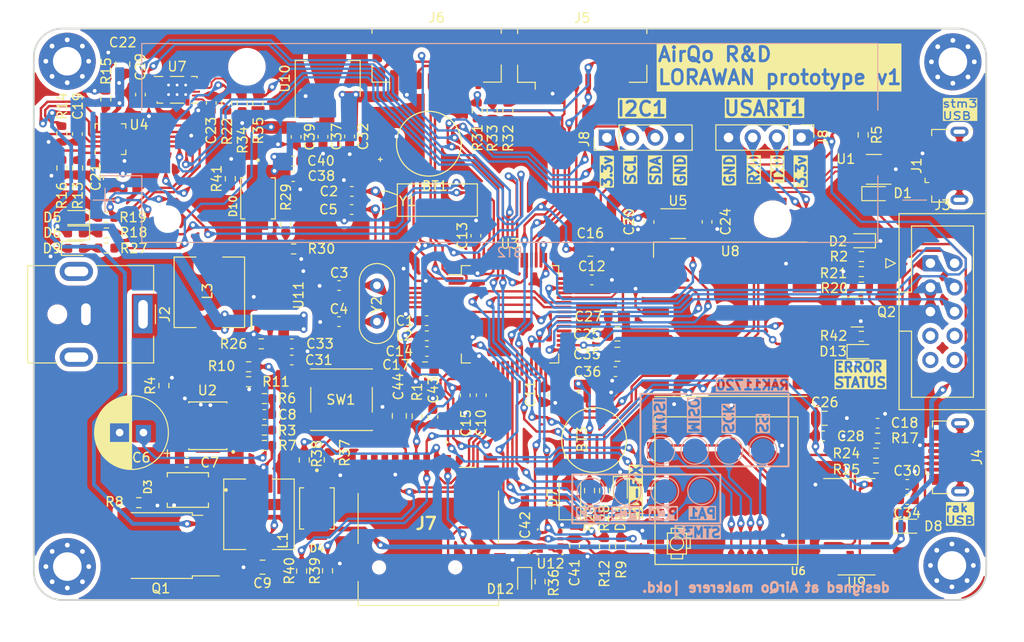
<source format=kicad_pcb>
(kicad_pcb (version 20221018) (generator pcbnew)
  (title_block (title "AirQo lorawan prototype") (date "2023-08-27") (rev "1.0") (company "AirQo") (comment 1 "designed by okedi deogratius"))
  (layers (0 "F.Cu" signal) (31 "B.Cu" signal) (34 "B.Paste" user) (35 "F.Paste" user) (36 "B.SilkS" user "B.Silkscreen") (37 "F.SilkS" user "F.Silkscreen") (38 "B.Mask" user) (39 "F.Mask" user) (44 "Edge.Cuts" user))
  (net 0 "")
  (net 1 "VBAT")
  (net 2 "GND")
  (net 3 "/NRST")
  (net 4 "/LSE_IN")
  (net 5 "Net-(U3-PD0)")
  (net 6 "Net-(U3-PD1)")
  (net 7 "/LSE_OUT")
  (net 8 "/DCIN-(5:12V)")
  (net 9 "/SW")
  (net 10 "/BST")
  (net 11 "Net-(U2-COMP)")
  (net 12 "Net-(C8-Pad2)")
  (net 13 "/X")
  (net 14 "+3.3V")
  (net 15 "+3.3VA")
  (net 16 "RAK11720_RST")
  (net 17 "5V_REG")
  (net 18 "VIN")
  (net 19 "GPS_3.3V")
  (net 20 "+1V8")
  (net 21 "+5V")
  (net 22 "GPS_VBCKP")
  (net 23 "VUSB")
  (net 24 "Net-(D1-A)")
  (net 25 "Net-(D2-A)")
  (net 26 "Net-(D5-K)")
  (net 27 "Net-(D6-K)")
  (net 28 "Net-(D7-K)")
  (net 29 "Net-(D8-A)")
  (net 30 "Net-(D9-A)")
  (net 31 "Net-(D11-A)")
  (net 32 "USB_CONN_D-")
  (net 33 "USB_CONN_D+")
  (net 35 "unconnected-(J1-Shield-Pad6)")
  (net 36 "SWDIO_STM32")
  (net 37 "SWDCLK_STM32")
  (net 38 "SWO_STM32")
  (net 43 "Net-(J4-D-)")
  (net 44 "Net-(J4-D+)")
  (net 46 "unconnected-(J4-Shield-Pad6)")
  (net 47 "PM_SENSOR1_SET")
  (net 48 "UART4_TX")
  (net 49 "UART4_RX")
  (net 50 "PM_SENSOR_RESET")
  (net 53 "PM_SENSOR2_SET")
  (net 54 "UART5_TX")
  (net 55 "UART5_RX")
  (net 58 "Net-(Q2-B)")
  (net 59 "GPS_RESET")
  (net 60 "/EN")
  (net 61 "/FREQ")
  (net 62 "USB_D+")
  (net 63 "SDA")
  (net 64 "FB")
  (net 65 "SCL")
  (net 66 "TS")
  (net 67 "/TMR")
  (net 68 "/ILIM")
  (net 69 "/ISET")
  (net 70 "Net-(U4-~{CHG})")
  (net 71 "PGOOD")
  (net 72 "GPS_RESET_PIN")
  (net 73 "Net-(U7-SRN)")
  (net 74 "Net-(U9-UD+)")
  (net 75 "Net-(U9-UD-)")
  (net 76 "Net-(U11-OC)")
  (net 77 "GPS_IPPS")
  (net 78 "/FB1")
  (net 79 "unconnected-(SW1-A-Pad1)")
  (net 80 "USB_D-")
  (net 81 "VRTC")
  (net 82 "SYSOFF")
  (net 83 "EN1")
  (net 84 "EN2")
  (net 86 "NSS")
  (net 87 "MISO")
  (net 88 "MOSI")
  (net 89 "Net-(U7-BIN)")
  (net 90 "PC4")
  (net 91 "USART3_TX")
  (net 92 "USART3_RX")
  (net 100 "USART1_TX")
  (net 101 "USART1_RX")
  (net 103 "GPS_EN")
  (net 104 "CE")
  (net 108 "BAT_STATUS")
  (net 111 "GPS_TIMER")
  (net 115 "RAK11720_UART1_RX")
  (net 116 "RAK11720_UART1_TX")
  (net 128 "RAK11720_UART0_TX")
  (net 129 "RAK11720_UART0_RX")
  (net 130 "STATUS_LED_2")
  (net 131 "SWDIO_RAK")
  (net 132 "SWDCLK_RAK")
  (net 136 "SWO_RAK")
  (net 140 "STATUS_LED_1")
  (net 145 "/XX")
  (net 149 "SD_DET")
  (net 150 "Net-(D12-A)")
  (net 151 "SCK")
  (net 152 "MOSI_RAK")
  (net 153 "MISO_RAK")
  (net 154 "CLK_RAK")
  (net 155 "NSS_RAK")
  (net 157 "PC5")
  (net 160 "PB2")
  (net 165 "PA1")
  (net 166 "Net-(D13-A)")
  (net 167 "Net-(U3-PB13)")
  (footprint "Inductor_SMD:L_0603_1608Metric" (layer "F.Cu") (at 140.103133 99.930111)
    (fp_text reference "L2")
    (fp_text value "39nH")
  )
  (footprint "Button_Switch_SMD:SW_SPST_PTS645" (layer "F.Cu") (at 131.145633 106.640111 180)
    (fp_text reference "SW1")
    (fp_text value "SW_SPDT")
  )
  (footprint "Resistor_SMD:R_0603_1608Metric" (layer "F.Cu") (at 151.995633 125.735111 -90)
    (fp_text reference "R36")
    (fp_text value "1.8K")
  )
  (footprint "Capacitor_SMD:C_0603_1608Metric" (layer "F.Cu") (at 130.890633 94.650111 180)
    (fp_text reference "C3")
    (fp_text value "12pF")
  )
  (footprint "MountingHole:MountingHole_3mm_Pad_Via" (layer "F.Cu") (at 195.235633 124.040111)
    (fp_text reference "H1" hide)
    (fp_text value "MountingHole_Pad" hide)
  )
  (footprint "Resistor_SMD:R_0603_1608Metric" (layer "F.Cu") (at 125.285633 88.265111 -90)
    (fp_text reference "R29")
    (fp_text value "73K")
  )
  (footprint "Resistor_SMD:R_0603_1608Metric" (layer "F.Cu") (at 158.765633 116.180111 -90)
    (fp_text reference "R28")
    (fp_text value "1K")
  )
  (footprint "Resistor_SMD:R_0603_1608Metric" (layer "F.Cu") (at 101.775633 78.745111 -90)
    (fp_text reference "R14")
    (fp_text value "46.4k")
  )
  (footprint "LED_SMD:LED_0603_1608Metric" (layer "F.Cu") (at 103.203133 87.510111 180)
    (fp_text reference "D5")
    (fp_text value "LED_RED")
  )
  (footprint "Capacitor_THT:CP_Radial_D7.5mm_P2.50mm" (layer "F.Cu") (at 110.345633 110.090111 180)
    (fp_text reference "C6")
    (fp_text value "100uF")
  )
  (footprint "Resistor_SMD:R_0603_1608Metric_Pad0.98x0.95mm_HandSolder" (layer "F.Cu") (at 139.085633 108.377611 90)
    (fp_text reference "R1")
    (fp_text value "10k")
  )
  (footprint "Capacitor_SMD:C_0603_1608Metric" (layer "F.Cu") (at 114.900633 113.200111 180)
    (fp_text reference "C7")
    (fp_text value "0.1uF")
  )
  (footprint "Resistor_SMD:R_0603_1608Metric" (layer "F.Cu") (at 126.955633 124.625111 90)
    (fp_text reference "R40")
    (fp_text value "10K")
  )
  (footprint "Capacitor_SMD:C_0603_1608Metric" (layer "F.Cu") (at 110.035633 74.605111 90)
    (fp_text reference "C29")
    (fp_text value "0.47uF")
  )
  (footprint "Resistor_SMD:R_0603_1608Metric" (layer "F.Cu") (at 148.615633 76.305111 90)
    (fp_text reference "R32")
    (fp_text value "10K")
  )
  (footprint "Resistor_SMD:R_0603_1608Metric" (layer "F.Cu") (at 122.355633 75.505111 90)
    (fp_text reference "R35")
    (fp_text value "10k")
  )
  (footprint "Resistor_SMD:R_0603_1608Metric" (layer "F.Cu") (at 185.725633 93.190111)
    (fp_text reference "R21")
    (fp_text value "47K")
  )
  (footprint "Resistor_SMD:R_0603_1608Metric" (layer "F.Cu") (at 103.435633 82.315111 -90)
    (fp_text reference "R13")
    (fp_text value "10k")
  )
  (footprint "Resistor_SMD:R_0603_1608Metric" (layer "F.Cu") (at 185.725 99.98)
    (fp_text reference "R42")
    (fp_text value "1K")
  )
  (footprint "Capacitor_SMD:C_0603_1608Metric" (layer "F.Cu") (at 123.050633 108.190111)
    (fp_text reference "C8")
    (fp_text value "150pF")
  )
  (footprint "Capacitor_SMD:C_0603_1608Metric" (layer "F.Cu") (at 145.815633 106.165111 -90)
    (fp_text reference "C10")
    (fp_text value "0.1uF")
  )
  (footprint "Resistor_SMD:R_0603_1608Metric_Pad0.98x0.95mm_HandSolder" (layer "F.Cu") (at 187.263133 113.810111 180)
    (fp_text reference "R25")
    (fp_text value "22")
  )
  (footprint "Package_TO_SOT_SMD:SOT-23-6" (layer "F.Cu") (at 187.038133 82.450111 180)
    (fp_text reference "U1")
    (fp_text value "USBLC6-2SC6")
  )
  (footprint "Resistor_SMD:R_0603_1608Metric" (layer "F.Cu") (at 106.395633 75.030111 90)
    (fp_text reference "R15")
    (fp_text value "1K2")
  )
  (footprint "Connector_Molex:Molex_CLIK-Mate_502382-0870_1x08-1MP_P1.25mm_Vertical" (layer "F.Cu") (at 156.420633 71.250111)
    (fp_text reference "J5")
    (fp_text value "~")
  )
  (footprint "LED_SMD:LED_0603_1608Metric" (layer "F.Cu") (at 160.415633 116.182611 -90)
    (fp_text reference "D11")
    (fp_text value "LED_RED")
  )
  (footprint "Resistor_SMD:R_0603_1608Metric" (layer "F.Cu") (at 145.395633 76.295111 90)
    (fp_text reference "R31")
    (fp_text value "10K")
  )
  (footprint "Capacitor_SMD:C_0603_1608Metric" (layer "F.Cu") (at 125.920633 102.470111)
    (fp_text reference "C31")
    (fp_text value "2.2uF")
  )
  (footprint "LED_SMD:LED_0603_1608Metric" (layer "F.Cu") (at 150.375633 125.737611 -90)
    (fp_text reference "D12")
    (fp_text value "STATUS_LED_RED")
  )
  (footprint "Capacitor_SMD:C_0603_1608Metric" (layer "F.Cu") (at 125.920633 100.770111)
    (fp_text reference "C33")
    (fp_text value "2.2uF")
  )
  (footprint "Resistor_SMD:R_0603_1608Metric" (layer "F.Cu") (at 129.675633 124.595111 90)
    (fp_text reference "R39")
    (fp_text value "10K")
  )
  (footprint "Connector_PinHeader_2.54mm:PinHeader_1x04_P2.54mm_Vertical" (layer "F.Cu") (at 159.005633 79.120111 90)
    (fp_text reference "J8")
    (fp_text value "Conn_01x04_Pin")
  )
  (footprint "Capacitor_SMD:C_0603_1608Metric" (layer "F.Cu") (at 130.880633 98.440111 180)
    (fp_text reference "C4")
    (fp_text value "12pF")
  )
  (footprint "Resistor_SMD:R_0603_1608Metric" (layer "F.Cu") (at 123.050633 111.440111)
    (fp_text reference "R7")
    (fp_text value "24.9K")
  )
  (footprint "RAK11720_RAK3172:RAK3172" (layer "F.Cu") (at 179.060633 123.940111 90)
    (fp_text reference "U6")
    (fp_text value "~")
  )
  (footprint "Capacitor_SMD:C_0603_1608Metric" (layer "F.Cu") (at 159.920633 97.890111 180)
    (fp_text reference "C27")
    (fp_text value "100nF")
  )
  (footprint "Resistor_SMD:R_0603_1608Metric" (layer "F.Cu") (at 160.445633 122.005111 90)
    (fp_text reference "R9")
    (fp_text value "10K")
  )
  (footprint "MountingHole:MountingHole_3mm_Pad_Via" (layer "F.Cu") (at 102.344643 71.101101)
    (fp_text reference "H3" hide)
    (fp_text value "MountingHole_Pad" hide)
  )
  (footprint "Resistor_SMD:R_0603_1608Metric" (layer "F.Cu") (at 112.495633 105.155111 90)
    (fp_text reference "R4")
    (fp_text value "100K")
  )
  (footprint "Capacitor_SMD:C_0603_1608Metric" (layer "F.Cu") (at 132.207746 86.670111 180)
    (fp_text reference "C5")
    (fp_text value "12pF")
  )
  (footprint "Capacitor_SMD:C_0603_1608Metric" (layer "F.Cu") (at 150.385633 122.675111 -90)
    (fp_text reference "C42")
    (fp_text value "100nF")
  )
  (footprint "Capacitor_SMD:C_0603_1608Metric" (layer "F.Cu") (at 103.415633 78.745111 -90)
    (fp_text reference "C19")
    (fp_text value "1uF")
  )
  (footprint "MS621FE-FL11E:BAT_MS621FE-FL11E" (layer "F.Cu") (at 157.665633 110.880111 90)
    (fp_text reference "BT3")
    (fp_text value "MS621FE-FL11E")
  )
  (footprint "Resistor_SMD:R_0603_1608Metric" (layer "F.Cu") (at 157.185633 116.175111 90)
    (fp_text reference "R23")
    (fp_text value "1K")
  )
  (footprint "Resistor_SMD:R_0603_1608Metric" (layer "F.Cu") (at 126.110633 90.810111)
    (fp_text reference "R30")
    (fp_text value "10K")
  )
  (footprint "Resistor_SMD:R_0603_1608Metric" (layer "F.Cu") (at 187.430633 110.680111 180)
    (fp_text reference "R17")
    (fp_text value "10K")
  )
  (footprint "Capacitor_SMD:C_0603_1608Metric" (layer "F.Cu") (at 126.070633 81.590111)
    (fp_text reference "C40")
    (fp_text value "2.2uF")
  )
  (footprint "Capacitor_SMD:C_0603_1608Metric" (layer "F.Cu") (at 157.420633 94.060111)
    (fp_text reference "C12")
    (fp_text value "0.1uF")
  )
  (footprint "Capacitor_SMD:C_0603_1608Metric" (layer "F.Cu") (at 169.525633 87.965111 -90)
    (fp_text reference "C24")
    (fp_text value "1uF")
  )
  (footprint "MountingHole:MountingHole_3mm_Pad_Via" (layer "F.Cu") (at 102.355633 124.160111 180)
    (fp_text reference "H2" hide)
    (fp_text value "MountingHole_Pad" hide)
  )
  (footprint "LED_SMD:LED_0603_1608Metric" (layer "F.Cu") (at 103.203133 89.130111 180)
    (fp_text reference "D6")
    (fp_text value "LED_YELLOW")
  )
  (footprint "MP1584EN:SOIC127P600X170-9N" (layer "F.Cu") (at 117.110633 109.375111 180)
    (fp_text reference "U2")
    (fp_text value "MP1584EN")
  )
  (footprint "Resistor_SMD:R_0603_1608Metric" (layer "F.Cu") (at 123.050633 106.520111 180)
    (fp_text reference "R6")
    (fp_text value "100K")
  )
  (footprint "Capacitor_SMD:C_0805_2012Metric" (layer "F.Cu") (at 106.885633 83.280111 -90)
    (fp_text reference "C21")
    (fp_text value "10uF")
  )
  (footprint "Capacitor_SMD:C_0603_1608Metric" (layer "F.Cu") (at 163.435633 87.975111 -90)
    (fp_text reference "C20")
    (fp_text value "1uF")
  )
  (footprint "Resistor_SMD:R_0603_1608Metric" (layer "F.Cu") (at 127.235633 112.965111 90)
    (fp_text reference "R38")
    (fp_text value "10K")
  )
  (footprint "Resistor_SMD:R_0603_1608Metric" (layer "F.Cu") (at 129.855633 112.955111 90)
    (fp_text reference "R37")
    (fp_text value "10K")
  )
  (footprint "Capacitor_SMD:C_0805_2012Metric" (layer "F.Cu") (at 139.915633 103.410111 180)
    (fp_text reference "C17")
    (fp_text value "10uF")
  )
  (footprint "Diode_SMD:D_0603_1608Metric_Pad1.05x0.95mm_HandSolder" (layer "F.Cu") (at 190.750633 119.920111)
    (fp_text reference "D8")
    (fp_text value "D_Schottky_Small_Filled")
  )
  (footprint "Capacitor_SMD:C_0603_1608Metric" (layer "F.Cu") (at 144.135633 106.175111 -90)
    (fp_text reference "C15")
    (fp_text value "0.1uF")
  )
  (footprint "Capacitor_SMD:C_0805_2012Metric" (layer "F.Cu") (at 160.115633 99.740111 180)
    (fp_text reference "C25")
    (fp_text value "10uF")
  )
  (footprint "Resistor_SMD:R_0603_1608Metric" (layer "F.Cu") (at 119.095633 75.485111 90)
    (fp_text reference "R22")
    (fp_text value "0.01k")
  )
  (footprint "Resistor_SMD:R_0603_1608Metric_Pad0.98x0.95mm_HandSolder" (layer "F.Cu") (at 187.273133 112.250111 180)
    (fp_text reference "R24")
    (fp_text value "22")
  )
  (footprint "Package_SON:Texas_S-PDSO-N12" (layer "F.Cu") (at 113.880633 74.100111)
    (fp_text reference "U7")
    (fp_text value "BQ27441-G1")
  )
  (footprint "Diode_SMD:D_1206_3216Metric" (layer "F.Cu") (at 155.125633 116.960111 90)
    (fp_text reference "D7")
    (fp_text value "D_Schottky_Small")
  )
  (footprint "Resistor_SMD:R_0603_1608Metric" (layer "F.Cu") (at 101.785633 82.305111 -90)
    (fp_text reference "R16")
    (fp_text value "1k")
  )
  (footprint "Package_TO_SOT_SMD:SOT-23" (layer "F.Cu") (at 185.298133 97.440111)
    (fp_text reference "Q2")
    (fp_text value "BC846")
  )
  (footprint "Connector_PinHeader_2.54mm:PinHeader_1x04_P2.54mm_Vertical" (layer "F.Cu") (at 179.4 79.11 -90)
    (fp_text reference "J8")
    (fp_text value "Conn_01x04_Pin")
  )
  (footprint "Capacitor_SMD:C_0805_2012Metric" (layer "F.Cu") (at 157.265633 90.840111)
    (fp_text reference "C16")
    (fp_text value "4.7uF")
  )
  (footprint "Connector_Molex:Molex_CLIK-Mate_502382-0870_1x08-1MP_P1.25mm_Vertical" (layer "F.Cu") (at 141.130633 71.230111)
    (fp_text reference "J6")
    (fp_text value "~")
  )
  (footprint "Capacitor_SMD:C_0603_1608Metric" (layer "F.Cu") (at 140.110633 101.570111 180)
    (fp_text reference "C14")
    (fp_text value "1uF")
  )
  (footprint "Capacitor_SMD:C_0805_2012Metric" (layer "F.Cu") (at 137.215633 108.340111 90)
    (fp_text reference "C44")
    (fp_text value "4.7uF")
  )
  (footprint "Connector_USB:USB_Micro-B_GCT_USB3076-30-A" (layer "F.Cu") (at 194.905633 112.685111 90)
    (fp_text reference "J4")
    (fp_text value "USB_B_Micro")
  )
  (footprint "LED_SMD:LED_0603_1608Metric" (layer "F.Cu") (at 185.7075 101.58)
    (fp_text reference "D13")
    (fp_text value "ERROR_STATUS_LED_RED")
  )
  (footprint "Resistor_SMD:R_0603_1608Metric" (layer "F.Cu") (at 158.755633 122.015111 90)
    (fp_text reference "R12")
    (fp_text value "10K")
  )
  (footprint "Resistor_SMD:R_0603_1608Metric" (layer "F.Cu") (at 146.975633 76.295111 90)
    (fp_text reference "R33")
    (fp_text value "10K")
  )
  (footprint "Resistor_SMD:R_0603_1608Metric" (layer "F.Cu") (at 106.440633 87.490111)
    (fp_text reference "R19")
    (fp_text value "1k")
  )
  (footprint "SK54B:DIOM4336X265N" (layer "F.Cu") (at 115.010633 116.120111 180)
    (fp_text reference "D3")
    (fp_text value "D")
  )
  (footprint "Capacitor_SMD:C_0603_1608Metric" (layer "F.Cu") (at 131.995633 78.995111 -90)
    (fp_text reference "C32")
    (fp_text value "0.1uF")
  )
  (footprint "SK54B:DIOM4336X265N" (layer "F.Cu") (at 122.375633 85.495111 -90)
    (fp_text reference "D10")
    (fp_text value "D_Schottky")
  )
  (footprint "Capacitor_SMD:C_0603_1608Metric" (layer "F.Cu") (at 140.080633 98.340111 180)
    (fp_text reference "C1")
    (fp_text value "0.1UF")
  )
  (footprint "Resistor_SMD:R_0603_1608Metric" (layer "F.Cu") (at 109.860633 117.450111)
    (fp_text reference "R8")
    (fp_text value "100K")
  )
  (footprint "Capacitor_SMD:C_0603_1608Metric" (layer "F.Cu") (at 152.335633 106.175111 -90)
    (fp_text reference "C11")
    (fp_text value "0.1uF")
  )
  (footprint "Package_TO_SOT_SMD:SOT-223-3_TabPin2" (layer "F.Cu") (at 129.695633 72.920111 90)
    (fp_text reference "U10")
    (fp_text value "AMS1117-3.3")
  )
  (footprint "Resistor_SMD:R_0603_1608Metric" (layer "F.Cu") (at 106.460633 89.130111 180)
    (fp_text reference "R18")
    (fp_text value "1.5K")
  )
  (footprint "Capacitor_SMD:C_0805_2012Metric" (layer "F.Cu") (at 181.885633 108.590111)
    (fp_text reference "C26")
    (fp_text value "10uF")
  )
  (footprint "Inductor_SMD:L_7.3x7.3_H4.5" (layer "F.Cu") (at 117.265633 95.360111 90)
    (fp_text reference "L3")
    (fp_text value "4.7UH")
  )
  (footprint "Resistor_SMD:R_0603_1608Metric" (layer "F.Cu") (at 123.050633 109.830111)
    (fp_text reference "R3")
    (fp_text value "100K")
  )
  (footprint "RF_GPS:Quectel_L80-R" (layer "F.Cu") (at 172.015633 98.190111)
    (fp_text reference "U8")
    (fp_text value "L80-R")
  )
  (footprint "Capacitor_SMD:C_0603_1608Metric" (layer "F.Cu") (at 132.232746 84.770111 180)
    (fp_text reference "C2")
    (fp_text value "12pF")
  )
  (footprint "Capacitor_SMD:C_0603_1608Metric" (layer "F.Cu") (at 187.435633 109.110111)
    (fp_text reference "C18")
    (fp_text value "100nF")
  )
  (footprint "Diode_SMD:D_0603_1608Metric_Pad1.05x0.95mm_HandSolder" (layer "F.Cu") (at 187.440633 85.000111)
    (fp_text reference "D1")
    (fp_text value "D_Schottky_Small_Filled")
  )
  (footprint "Resistor_SMD:R_0603_1608Metric" (layer "F.Cu") (at 185.730633 94.810111 180)
    (fp_text reference "R20")
    (fp_text value "4.7K")
  )
  (footprint "SK54B:DIOM4336X265N" (layer "F.Cu") (at 128.555633 118.055111 -90)
    (fp_text reference "D4")
    (fp_text value "D_Schottky_Small_Filled")
  )
  (footprint "Resistor_SMD:R_0603_1608Metric" (layer "F.Cu") (at 119.47 83.43 90)
    (fp_text reference "R41")
    (fp_text value "100k")
  )
  (footprint "Capacitor_SMD:C_0603_1608Metric" (layer "F.Cu") (at 117.465633 75.485111 -90)
    (fp_text reference "C23")
    (fp_text value "1.0uF")
  )
  (footprint "Package_SO:SOIC-16_3.9x9.9mm_P1.27mm" (layer "F.Cu") (at 185.220633 119.975111)
    (fp_text reference "U9")
    (fp_text value "CH340G")
  )
  (footprint "Inductor_SMD:L_7.3x7.3_H4.5" (layer "F.Cu") (at 122.475633 118.670111 90)
    (fp_text reference "L1")
    (fp_text value "22uH")
  )
  (footprint "Capacitor_SMD:C_0805_2012Metric" (layer "F.Cu") (at 122.845633 124.220111 180)
    (fp_text reference "C9")
    (fp_text value "22UF")
  )
  (footprint "Resistor_SMD:R_0603_1608Metric" (layer "F.Cu") (at 120.715633 75.495111 -90)
    (fp_text reference "R34")
    (fp_text value "10k")
  )
  (footprint "Capacitor_SMD:C_0603_1608Metric" (layer "F.Cu") (at 155.615633 122.015111 -90)
    (fp_text reference "C41")
    (fp_text value "100nF")
  )
  (footprint "MS621FE-FL11E:BAT_MS621FE-FL11E" (layer "F.Cu") (at 140.315633 79.760111 180)
    (fp_text reference "BT1")
    (fp_text value "MS621FE-FL11E")
  )
  (footprint "Capacitor_SMD:C_0603_1608Metric" (layer "F.Cu") (at 145.255633 89.425111 90)
    (fp_text reference "C13")
    (fp_text value "0.1uF")
  )
  (footprint "Package_LGA:Bosch_LGA-8_2.5x2.5mm_P0.65mm_ClockwisePinNumbering" (layer "F.Cu") (at 153.060633 121.565111 90)
    (fp_text reference "U12")
    (fp_text value "BME280")
  )
  (footprint "Crystal:Crystal_C38-LF_D3.0mm_L8.0mm_Horizontal" (layer "F.Cu") (at 134.705633 86.630111 90)
    (fp_text reference "Y1")
    (fp_text value "32.712K")
  )
  (footprint "LED_SMD:LED_0603_1608Metric" (layer "F.Cu") (at 103.223133 90.750111)
    (fp_text reference "D9")
    (fp_text value "LED_YELLOW")
  )
  (footprint "Capacitor_SMD:C_0603_1608Metric" (layer "F.Cu") (at 181.720633 110.430111)
    (fp_text reference "C28")
    (fp_text value "100nF")
  )
  (footprint "Resistor_SMD:R_0603_1608Metric" (layer "F.Cu") (at 122.720633 100.770111 180)
    (fp_text reference "R26")
    (fp_text value "26k")
  )
  (footprint "Package_TO_SOT_SMD:TO-252-2" (layer "F.Cu") (at 112.170633 121.955111 180)
    (fp_text reference "Q1")
    (fp_text value "PMOS")
  )
  (footprint "Capacitor_SMD:C_0603_1608Metric" (layer "F.Cu") (at 126.070633 83.210111)
    (fp_text reference "C38")
    (fp_text value "2.2uF")
  )
  (footprint "Package_QFP:LQFP-64_10x10mm_P0.5mm" (layer "F.Cu") (at 148.835633 97.670111)
    (fp_text reference "U3")
    (fp_text value "STM32F103RCTx")
  )
  (footprint "Connector_IDC:IDC-Header_2x05_P2.54mm_Vertical" (layer "F.Cu") (at 192.975633 92.310111)
    (fp_text reference "J3")
    (fp_text value "Conn_02x05_Odd_Even")
  )
  (footprint "Package_DFN_QFN:VQFN-16-1EP_3x3mm_P0.5mm_EP1.6x1.6mm" (layer "F.Cu") (at 106.888133 79.280111 90)
    (fp_text reference "U4")
    (fp_text value "BQ24075RGT")
  )
  (footprint "Capacitor_SMD:C_0603_1608Metric" (layer "F.Cu") (at 190.540633 117.130111)
    (fp_text reference "C34")
    (fp_text value "100nF")
  )
  (footprint "Connector_BarrelJack:BarrelJack_CUI_PJ-063AH_Horizontal" (layer "F.Cu") (at 110.305633 97.670111 -90)
    (fp_text reference "J2")
    (fp_text value "Barrel_Jack_Switch")
  )
  (footprint "Resistor_SMD:R_0603_1608Metric" (layer "F.Cu") (at 106.450633 90.720111 180)
    (fp_text reference "R27")
    (fp_text value "1k")
  )
  (footprint "Capacitor_SMD:C_0805_2012Metric" (layer "F.Cu") (at 108.175633 71.430111 90)
    (fp_text reference "C22")
    (fp_text value "10uF")
  )
  (footprint "Capacitor_SMD:C_0603_1608Metric" (layer "F.Cu") (at 140.735633 108.455111 -90)
    (fp_text reference "C43")
    (fp_text value "0.1uF")
  )
  (footprint "Resistor_SMD:R_0603_1608Metric" (layer "F.Cu") (at 185.730633 91.610111 180)
    (fp_text reference "R2")
    (fp_text value "1K")
  )
  (footprint "Capacitor_SMD:C_0603_1608Metric" (layer "F.Cu") (at 190.540633 115.530111)
    (fp_text reference "C30")
    (fp_text value "100nF")
  )
  (footprint "FP6298:SOIC127P599X175-9N" (layer "F.Cu") (at 124.489633 95.848111 90)
    (fp_text reference "U11")
    (fp_text value "FP6298")
  )
  (footprint "MountingHole:MountingHole_3mm_Pad_Via" (layer "F.Cu") (at 195.334643 71.161101)
    (fp_text reference "H4" hide)
    (fp_text value "MountingHole_Pad" hide)
  )
  (footprint "Capacitor_SMD:C_0603_1608Metric" (layer "F.Cu") (at 129.195633 79.025111 -90)
    (fp_text reference "C37")
    (fp_text value "0.1uF")
  )
  (footprint "Resistor_SMD:R_0603_1608Metric" (layer "F.Cu") (at 121.390633 103.180111 180)
    (fp_text reference "R10")
    (fp_text value "210K")
  )
  (footprint "microSdcard:THD252811SDGF" (layer "F.Cu") (at 140.260633 120.990111)
    (fp_text reference "J7")
    (fp_text value "THD2528-11SD-GF" hide)
  )
  (footprint "Capacitor_SMD:C_0805_2012Metric" (layer "F.Cu") (at 160.115633 101.870111 180)
    (fp_text reference "C35")
    (fp_text value "4.7uF")
  )
  (footprint "Capacitor_SMD:C_0603_1608Metric" (layer "F.Cu") (at 159.900633 103.690111)
    (fp_text reference "C36")
    (fp_text value "100nF")
  )
  (footprint "Resistor_SMD:R_0603_1608Metric" (layer "F.Cu") (at 121.390633 104.750111)
    (fp_text reference "R11")
    (fp_text value "40.2K")
  )
  (footprint "Crystal:Crystal_HC52-6mm_Vertical" (layer "F.Cu") (at 134.865633 94.640111 -90)
    (fp_text reference "Y2")
    (fp_text value "16MH")
  )
  (footprint "Resistor_SMD:R_0603_1608Metric_Pad0.98x0.95mm_HandSolder" (layer "F.Cu") (at 185.915633 78.832611 -90)
    (fp_text reference "R5")
    (fp_text value "1k5")
  )
  (footprint "Capacitor_SMD:C_0603_1608Metric" (layer "F.Cu") (at 126.375633 79.045111 -90)
    (fp_text reference "C39")
    (fp_text value "22uF")
  )
  (footprint "Connector_USB:USB_Micro-B_GCT_USB3076-30-A" (layer "F.Cu") (at 194.825633 82.075111 90)
    (fp_text reference "J1")
    (fp_text value "USB_B_Micro")
  )
  (footprint "LED_SMD:LED_0603_1608Metric" (layer "F.Cu") (at 185.723133 89.950111 180)
    (fp_text reference "D2")
    (fp_text value "STATUS_LED_RED")
  )
  (footprint "Package_TO_SOT_SMD:SOT-23-5" (layer "F.Cu") (at 166.468133 88.150111)
    (fp_text reference "U5")
    (fp_text value "AP2112K-3.3")
  )
  (footprint "TestPoint:TestPoint_Pad_D2.5mm" (layer "B.Cu") (at 157.34 116.29 180)
    (fp_text reference "REF**" hide)
    (fp_text value "TestPoint_Pad_D2.5mm" hide)
  )
  (footprint "TestPoint:TestPoint_Pad_D2.5mm" (layer "B.Cu") (at 168.235633 111.960111 180)
    (fp_text reference "REF**" hide)
    (fp_text value "TestPoint_Pad_D2.5mm" hide)
  )
  (footprint "TestPoint:TestPoint_Pad_D2.5mm" (layer "B.Cu") (at 165.08 116.24 180)
    (fp_text reference "REF**" hide)
    (fp_text value "TestPoint_Pad_D2.5mm" hide)
  )
  (footprint "TestPoint:TestPoint_Pad_D2.5mm" (layer "B.Cu") (at 171.825633 111.960111 180)
    (fp_text reference "REF**" hide)
    (fp_text value "TestPoint_Pad_D2.5mm" hide)
  )
  (footprint "TestPoint:TestPoint_Pad_D2.5mm" (layer "B.Cu") (at 164.665633 112.000111 180)
    (fp_text reference "REF**" hide)
    (fp_text value "TestPoint_Pad_D2.5mm" hide)
  )
  (footprint "Battery:BatteryHolder_Keystone_1042_1x18650" (layer "B.Cu") (at 148.815633 79.68)
    (fp_text reference "BT2")
    (fp_text value "Battery")
  )
  (footprint "TestPoint:TestPoint_Pad_D2.5mm" (layer "B.Cu") (at 161.160707 116.269293 180)
    (fp_text reference "REF**" hide)
    (fp_text value "TestPoint_Pad_D2.5mm" hide)
  )
  (footprint "TestPoint:TestPoint_Pad_D2.5mm" (layer "B.Cu") (at 168.95 116.21 180)
    (fp_text reference "REF**" hide)
    (fp_text value "TestPoint_Pad_D2.5mm" hide)
  )
  (footprint "TestPoint:TestPoint_Pad_D2.5mm" (layer "B.Cu") (at 175.385633 111.960111 180)
    (fp_text reference "REF**" hide)
    (fp_text value "TestPoint_Pad_D2.5mm" hide)
  )
  (gr_rect (start 162.53 106.02) (end 178.08 113.64) (stroke (width 0.2)) (fill none) (layer "B.SilkS"))
  (gr_rect (start 155.37 114.49) (end 170.92 119.62) (stroke (width 0.2)) (fill none) (layer "B.SilkS"))
  (gr_arc (start 195.835633 67.670111) (mid 197.956953 68.548791) (end 198.835633 70.670111) (stroke (width 0.2)) (layer "Edge.Cuts"))
  (gr_line (start 101.835633 127.670111) (end 195.835633 127.670111) (stroke (width 0.2)) (layer "Edge.Cuts"))
  (gr_line (start 98.835633 70.670111) (end 98.835633 124.670111) (stroke (width 0.2)) (layer "Edge.Cuts"))
  (gr_arc (start 98.835633 70.670111) (mid 99.714313 68.548791) (end 101.835633 67.670111) (stroke (width 0.2)) (layer "Edge.Cuts"))
  (gr_line (start 101.835633 67.670111) (end 195.835633 67.670111) (stroke (width 0.2)) (layer "Edge.Cuts"))
  (gr_arc (start 198.835633 124.670111) (mid 197.956953 126.791431) (end 195.835633 127.670111) (stroke (width 0.2)) (layer "Edge.Cuts"))
  (gr_circle (center 148.835633 97.670111) (end 148.845633 97.670111) (stroke (width 0.0001)) (fill solid) (layer "Edge.Cuts"))
  (gr_line (start 198.835633 70.670111) (end 198.835633 124.670111) (stroke (width 0.2)) (layer "Edge.Cuts"))
  (gr_arc (start 101.835633 127.670111) (mid 99.714313 126.791431) (end 98.835633 124.670111) (stroke (width 0.2)) (layer "Edge.Cuts"))
  (gr_text "MISO" (at 167.52 110.26 -90) (layer "B.SilkS" knockout) (effects (font (size 1 1) (thickness 0.25) bold) (justify left bottom mirror)))
  (gr_text "STM32" (at 171.08 121.18) (layer "B.SilkS" knockout) (effects (font (size 1 1) (thickness 0.25) bold) (justify left bottom mirror)))
  (gr_text "MOSI" (at 163.9 110.26 -90) (layer "B.SilkS" knockout) (effects (font (size 1 1) (thickness 0.25) bold) (justify left bottom mirror)))
  (gr_text "RAK11720" (at 178.28 105.69) (layer "B.SilkS" knockout) (effects (font (size 1 1) (thickness 0.25) bold) (justify left bottom mirror)))
  (gr_text "SCK" (at 171.15 110.24 270) (layer "B.SilkS" knockout) (effects (font (size 1 1) (thickness 0.25) bold) (justify left bottom mirror)))
  (gr_text "PB2\n" (at 158.94 119.24) (layer "B.SilkS" knockout) (effects (font (size 1 1) (thickness 0.25) bold) (justify left bottom mirror)))
  (gr_text "PC5\n" (at 162.64 119.23) (layer "B.SilkS" knockout) (effects (font (size 1 1) (thickness 0.25) bold) (justify left bottom mirror)))
  (gr_text "SS" (at 174.75 110.26 270) (layer "B.SilkS" knockout) (effects (font (size 1 1) (thickness 0.25) bold) (justify left bottom mirror)))
  (gr_text "PA1\n" (at 170.62 119.18) (layer "B.SilkS" knockout) (effects (font (size 1 1) (thickness 0.25) bold) (justify left bottom mirror)))
  (gr_text "designed at AirQo makerere |okd." (at 188.855633 126.940111) (layer "B.SilkS") (effects (font (size 1 1) (thickness 0.25) bold) (justify left bottom mirror)))
  (gr_text "PC4\n" (at 166.62 119.22) (layer "B.SilkS" knockout) (effects (font (size 1 1) (thickness 0.25) bold) (justify left bottom mirror)))
  (gr_text "3.3v\n" (at 179.99 84.39 90) (layer "F.SilkS" knockout) (effects (font (size 1 1) (thickness 0.25) bold) (justify left bottom)))
  (gr_text "3.3v\n" (at 159.64 84.43 90) (layer "F.SilkS" knockout) (effects (font (size 1 1) (thickness 0.25) bold) (justify left bottom)))
  (gr_text "USART1\n" (at 171.15 76.94) (layer "F.SilkS" knockout) (effects (font (size 1.5 1.5) (thickness 0.3) bold) (justify left bottom)))
  (gr_text "SDA\n" (at 164.7 84.11 90) (layer "F.SilkS" knockout) (effects (font (size 1 1) (thickness 0.25) bold) (justify left bottom)))
  (gr_text "GND\n" (at 167.32 84.25 90) (layer "F.SilkS" knockout) (effects (font (size 1 1) (thickness 0.25) bold) (justify left bottom)))
  (gr_text "stm3\nUSB" (at 194.16 77.31) (layer "F.SilkS" knockout) (effects (font (size 0.8 1) (thickness 0.15) bold) (justify left bottom)))
  (gr_text "GND" (at 172.47 84.25 90) (layer "F.SilkS" knockout) (effects (font (size 1 1) (thickness 0.25) bold) (justify left bottom)))
  (gr_text "AirQo R&D\nLORAWAN prototype v1" (at 164.21 73.67) (layer "F.SilkS" knockout) (effects (font (size 1.5 1.5) (thickness 0.3) bold) (justify left bottom)))
  (gr_text "SCL\n" (at 162.09 84.08 90) (layer "F.SilkS" knockout) (effects (font (size 1 1) (thickness 0.25) bold) (justify left bottom)))
  (gr_text "I2C1\n" (at 159.93 76.98) (layer "F.SilkS" knockout) (effects (font (size 1.5 1.5) (thickness 0.3) bold) (justify left bottom)))
  (gr_text "3D-FIX" (at 162.68 119.2 90) (layer "F.SilkS" knockout) (effects (font (size 1 1) (thickness 0.25) bold) (justify left bottom)))
  (gr_text "TXD\n" (at 177.54 83.92 90) (layer "F.SilkS" knockout) (effects (font (size 1 1) (thickness 0.25) bold) (justify left bottom)))
  (gr_text "RXD\n" (at 175.07 84.13 90) (layer "F.SilkS" knockout) (effects (font (size 1 1) (thickness 0.25) bold) (justify left bottom)))
  (gr_text "rak\nUSB\n" (at 194.44 119.78) (layer "F.SilkS" knockout) (effects (font (size 0.8 1) (thickness 0.2) bold) (justify left bottom)))
  (gr_text "ERROR\nSTATUS\n" (at 182.8 105.42) (layer "F.SilkS" knockout) (effects (font (size 1 1) (thickness 0.25) bold) (justify left bottom)))
  (segment (start 111.055633 75.100111) (end 110.915633 75.240111) (width 0.2) (layer "F.Cu") (net 1))
  (segment (start 106.805633 80.717611) (end 106.995633 80.717611) (width 0.25) (layer "F.Cu") (net 1))
  (segment (start 119.095633 74.660111) (end 117.515633 74.660111) (width 0.25) (layer "F.Cu") (net 1))
  (segment (start 115.855633 74.700111) (end 117.455633 74.700111) (width 0.2) (layer "F.Cu") (net 1))
  (segment (start 118.835633 73.680111) (end 118.765633 73.610111) (width 0.25) (layer "F.Cu") (net 1))
  (segment (start 117.455633 74.700111) (end 117.465633 74.710111) (width 0.2) (layer "F.Cu") (net 1))
  (segment (start 106.638133 80.717611) (end 106.638133 82.082611) (width 0.25) (layer "F.Cu") (net 1))
  (segment (start 106.805633 80.717611) (end 106.805633 82.250111) (width 0.25) (layer "F.Cu") (net 1))
  (segment (start 106.805633 82.250111) (end 106.885633 82.330111) (width 0.25) (layer "F.Cu") (net 1))
  (segment (start 110.915633 75.240111) (end 110.915633 76.860111) (width 0.2) (layer "F.Cu") (net 1))
  (segment (start 106.638133 82.082611) (end 106.885633 82.330111) (width 0.25) (layer "F.Cu") (net 1))
  (segment (start 107.138133 80.717611) (end 107.138133 82.077611) (width 0.25) (layer "F.Cu") (net 1))
  (segment (start 119.095633 74.660111) (end 119.095633 73.940111) (width 0.25) (layer "F.Cu") (net 1))
  (segment (start 111.905633 75.100111) (end 111.055633 75.100111) (width 0.2) (layer "F.Cu") (net 1))
  (segment (start 119.095633 73.940111) (end 118.835633 73.680111) (width 0.25) (layer "F.Cu") (net 1))
  (segment (start 106.995633 82.220111) (end 106.885633 82.330111) (width 0.25) (layer "F.Cu") (net 1))
  (segment (start 117.515633 74.660111) (end 117.465633 74.710111) (width 0.25) (layer "F.Cu") (net 1))
  (segment (start 106.638133 80.717611) (end 106.805633 80.717611) (width 0.25) (layer "F.Cu") (net 1))
  (segment (start 106.995633 80.717611) (end 106.995633 82.220111) (width 0.25) (layer "F.Cu") (net 1))
  (segment (start 110.915633 76.860111) (end 110.925633 76.870111) (width 0.2) (layer "F.Cu") (net 1))
  (segment (start 106.995633 80.717611) (end 107.138133 80.717611) (width 0.25) (layer "F.Cu") (net 1))
  (segment (start 107.138133 82.077611) (end 106.885633 82.330111) (width 0.25) (layer "F.Cu") (net 1))
  (segment (start 118.765633 73.610111) (end 118.195633 73.610111) (width 0.25) (layer "F.Cu") (net 1))
  (via (at 108.185633 82.890111) (size 0.8) (drill 0.4) (layers "F.Cu" "B.Cu") (net 1))
  (via (at 108.355633 81.570111) (size 0.8) (drill 0.4) (layers "F.Cu" "B.Cu") (net 1))
  (via (at 110.925633 76.870111) (size 0.8) (drill 0.4) (layers "F.Cu" "B.Cu") (net 1))
  (via (at 118.195633 73.610111) (size 0.8) (drill 0.4) (layers "F.Cu" "B.Cu") (net 1))
  (segment (start 116.055633 74.660111) (end 115.385633 75.330111) (width 0.25) (layer "B.Cu") (net 1))
  (segment (start 118.195633 73.610111) (end 117.145633 74.660111) (width 0.25) (layer "B.Cu") (net 1))
  (segment (start 117.145633 74.660111) (end 116.055633 74.660111) (width 0.25) (layer "B.Cu") (net 1))
  (segment (start 111.505633 79.690111) (end 109.485633 79.690111) (width 0.25) (layer "B.Cu") (net 1))
  (segment (start 115.385633 75.330111) (end 115.385633 75.810111) (width 0.25) (layer "B.Cu") (net 1))
  (segment (start 115.385633 75.810111) (end 111.505633 79.690111) (width 0.25) (layer "B.Cu") (net 1))
  (segment (start 122.225633 104.760111) (end 122.215633 104.750111) (width 0.25) (layer "F.Cu") (net 2))
  (segment (start 162.020448 96.824926) (end 162.020448 94.986927) (width 0.25) (layer "F.Cu") (net 2))
  (segment (start 139.305633 98.340111) (end 138.581133 98.340111) (width 0.25) (layer "F.Cu") (net 2))
  (segment (start 154.510633 94.420111) (end 155.752816 94.420111) (width 0.25) (layer "F.Cu") (net 2))
  (segment (start 106.955633 70.480111) (end 106.655633 70.180111) (width 0.25) (layer "F.Cu") (net 2))
  (segment (start 166.060633 108.775111) (end 166.060633 107.115111) (width 0.25) (layer "F.Cu") (net 2))
  (segment (start 154.085633 120.590111) (end 154.085633 119.990111) (width 0.25) (layer "F.Cu") (net 2))
  (segment (start 178.915633 111.440111) (end 177.405633 111.440111) (width 0.25) (layer "F.Cu") (net 2))
  (segment (start 126.935633 90.810111) (end 126.935633 91.850111) (width 0.25) (layer "F.Cu") (net 2))
  (segment (start 139.99 94.16) (end 138.94 94.16) (width 0.25) (layer "F.Cu") (net 2))
  (segment (start 135.435633 107.400111) (end 135.445633 107.390111) (width 0.25) (layer "F.Cu") (net 2))
  (segment (start 177.825633 92.340111) (end 177.815633 92.350111) (width 0.25) (layer "F.Cu") (net 2))
  (segment (start 112.680633 73.900111) (end 112.980633 73.600111) (width 0.2) (layer "F.Cu") (net 2))
  (segment (start 129.195633 79.800111) (end 129.195633 80.790111) (width 0.25) (layer "F.Cu") (net 2))
  (segment (start 126.845633 83.210111) (end 126.845633 84.520111) (width 0.25) (layer "F.Cu") (net 2))
  (segment (start 101.775633 79.570111) (end 100.385633 79.570111) (width 0.25) (layer "F.Cu") (net 2))
  (segment (start 166.060633 107.115111) (end 166.065633 107.110111) (width 0.25) (layer "F.Cu") (net 2))
  (segment (start 147.785633 123.840111) (end 148.715633 123.840111) (width 0.25) (layer "F.Cu") (net 2))
  (segment (start 147.085633 93.150111) (end 146.795633 93.440111) (width 0.25) (layer "F.Cu") (net 2))
  (segment (start 159.145633 97.890111) (end 159.145633 99.720111) (width 0.25) (layer "F.Cu") (net 2))
  (segment (start 152.035633 122.540111) (end 151.295633 122.540111) (width 0.25) (layer "F.Cu") (net 2))
  (segment (start 189.335633 82.450111) (end 189.345633 82.440111) (width 0.25) (layer "F.Cu") (net 2))
  (segment (start 152.085633 103.345111) (end 152.085633 104.185796) (width 0.25) (layer "F.Cu") (net 2))
  (segment (start 158.125633 101.870111) (end 158.115633 101.880111) (width 0.25) (layer "F.Cu") (net 2))
  (segment (start 159.445633 105.880111) (end 159.455633 105.870111) (width 0.25) (layer "F.Cu") (net 2))
  (segment (start 120.715633 76.320111) (end 120.715633 77.590111) (width 0.2) (layer "F.Cu") (net 2))
  (segment (start 114.635633 107.470111) (end 114.635633 106.560111) (width 0.25) (layer "F.Cu") (net 2))
  (segment (start 138.965633 104.710111) (end 138.935633 104.740111) (width 0.25) (layer "F.Cu") (net 2))
  (segment (start 120.865633 124.220111) (end 120.855633 124.230111) (width 0.25) (layer "F.Cu") (net 2))
  (segment (start 162.795633 120.440111) (end 162.735633 120.380111) (width 0.25) (layer "F.Cu") (net 2))
  (segment (start 160.415633 114.250111) (end 160.395633 114.230111) (width 0.25) (layer "F.Cu") (net 2))
  (segment (start 184.900633 93.190111) (end 183.855633 93.190111) (width 0.25) (layer "F.Cu") (net 2))
  (segment (start 132.285633 114.540111) (end 131.045633 114.540111) (width 0.25) (layer "F.Cu") (net 2))
  (segment (start 126.845633 81.590111) (end 126.845633 80.290111) (width 0.25) (layer "F.Cu") (net 2))
  (segment (start 131.045633 114.540111) (end 131.015633 114.570111) (width 0.25) (layer "F.Cu") (net 2))
  (segment (start 123.875633 112.210111) (end 123.825633 112.260111) (width 0.25) (layer "F.Cu") (net 2))
  (segment (start 122.225633 105.400111) (end 121.595633 105.400111) (width 0.25) (layer "F.Cu") (net 2))
  (segment (start 144.905633 99.990111) (end 144.905633 100.050111) (width 0.25) (layer "F.Cu") (net 2))
  (segment (start 135.315633 79.010111) (end 136.905633 79.010111) (width 0.25) (layer "F.Cu") (net 2))
  (segment (start 159.575633 90.840111) (end 159.585633 90.830111) (width 0.25) (layer "F.Cu") (net 2))
  (segment (start 145.585633 93.200111) (end 145.425633 93.360111) (width 0.25) (layer "F.Cu") (net 2))
  (segment (start 138.005633 73.180111) (end 138.005633 74.620111) (width 0.25) (layer "F.Cu") (net 2))
  (segment (start 156.352816 95.020111) (end 158.575633 95.020111) (width 0.25) (layer "F.Cu") (net 2))
  (segment (start 110.105633 73.900111) (end 110.035633 73.830111) (width 0.1) (layer "F.Cu") (net 2))
  (segment (start 123.875633 111.440111) (end 123.875633 112.210111) (width 0.25) (layer "F.Cu") (net 2))
  (segment (start 108.145633 84.230111) (end 108.155633 84.220111) (width 0.25) (layer "F.Cu") (net 2))
  (segment (start 132.285633 123.840111) (end 130.965633 123.840111) (width 0.25) (layer "F.Cu") (net 2))
  (segment (start 101.825633 79.520111) (end 101.775633 79.570111) (width 0.25) (layer "F.Cu") (net 2))
  (segment (start 122.385633 99.320111) (end 121.925633 99.780111) (width 0.5) (layer "F.Cu") (net 2))
  (segment (start 184.185633 108.590111) (end 184.205633 108.570111) (width 0.25) (layer "F.Cu") (net 2))
  (segment (start 121.595633 105.400111) (end 121.445633 105.550111) (width 0.25) (layer "F.Cu") (net 2))
  (segment (start 178.915633 121.440111) (end 178.915633 120.880111) (width 0.25) (layer "F.Cu") (net 2))
  (segment (start 128.875633 94.650111) (end 128.845633 94.680111) (width 0.25) (layer "F.Cu") (net 2))
  (segment (start 151.535633 106.150111) (end 152.335633 106.950111) (width 0.25) (layer "F.Cu") (net 2))
  (segment (start 172.070633 108.775111) (end 172.070633 107.215111) (width 0.25) (layer "F.Cu") (net 2))
  (segment (start 108.325633 78.530111) (end 108.275633 78.580111) (width 0.2) (layer "F.Cu") (net 2))
  (segment (start 108.275633 78.580111) (end 107.588133 78.580111) (width 0.2) (layer "F.Cu") (net 2))
  (segment (start 111.905633 73.900111) (end 112.680633 73.900111) (width 0.2) (layer "F.Cu") (net 2))
  (segment (start 154.085633 121.890111) (end 154.835633 121.890111) (width 0.25) (layer "F.Cu") (net 2))
  (segment (start 100.595633 91.310111) (end 100.595633 91.590111) (width 0.25) (layer "F.Cu") (net 2))
  (segment (start 130.115633 94.650111) (end 128.875633 94.650111) (width 0.25) (layer "F.Cu") (net 2))
  (segment (start 111.905633 73.900111) (end 110.105633 73.900111) (width 0.2) (layer "F.Cu") (net 2))
  (segment (start 155.752816 94.420111) (end 156.352816 95.020111) (width 0.25) (layer "F.Cu") (net 2))
  (segment (start 188.210633 109.110111) (end 188.210633 108.125111) (width 0.25) (layer "F.Cu") (net 2))
  (segment (start 126.195633 93.136111) (end 127.131633 93.136111) (width 0.25) (layer "F.Cu") (net 2))
  (segment (start 182.835633 108.590111) (end 184.185633 108.590111) (width 0.25) (layer "F.Cu") (net 2))
  (segment (start 184.360633 98.390111) (end 185.665633 98.390111) (width 0.25) (layer "F.Cu") (net 2))
  (segment (start 140.735633 107.680111) (end 140.735633 106.500111) (width 0.25) (layer "F.Cu") (net 2))
  (segment (start 143.160633 99.420111) (end 144.335633 99.420111) (width 0.25) (layer "F.Cu") (net 2))
  (segment (start 164.265633 97.420111) (end 162.615633 97.420111) (width 0.25) (layer "F.Cu") (net 2))
  (segment (start 126.375633 79.820111) (end 124.475633 79.820111) (width 0.25) (layer "F.Cu") (net 2))
  (segment (start 127.395633 74.780111) (end 127.375633 74.760111) (width 0.25) (layer "F.Cu") (net 2))
  (segment (start 158.415633 105.880111) (end 159.445633 105.880111) (width 0.25) (layer "F.Cu") (net 2))
  (segment (start 101.795633 83.140111) (end 101.785633 83.130111) (width 0.25) (layer "F.Cu") (net 2))
  (segment (start 145.255633 88.650111) (end 145.255633 87.840111) (width 0.25) (layer "F.Cu") (net 2))
  (segment (start 187.715633 89.950111) (end 187.735633 89.970111) (width 0.25) (layer "F.Cu") (net 2))
  (segment (start 144.135633 106.950111) (end 144.135633 108.010111) (width 0.25) (layer "F.Cu") (net 2))
  (segment (start 103.415633 79.520111) (end 101.825633 79.520111) (width 0.25) (layer "F.Cu") (net 2))
  (segment (start 188.175633 82.450111) (end 189.335633 82.450111) (width 0.25) (layer "F.Cu") (net 2))
  (segment (start 145.255633 87.840111) (end 145.275633 87.820111) (width 0.25) (layer "F.Cu") (net 2))
  (segment (start 108.175633 70.480111) (end 106.955633 70.480111) (width 0.25) (layer "F.Cu") (net 2))
  (segment (start 153.565633 106.950111) (end 153.585633 106.970111) (width 0.25) (layer "F.Cu") (net 2))
  (segment (start 138.94 94.16) (end 137.66 92.88) (width 0.25) (layer "F.Cu") (net 2))
  (segment (start 101.155633 90.750111) (end 101.115633 90.790111) (width 0.25) (layer "F.Cu") (net 2))
  (segment (start 158.195633 94.060111) (end 159.535633 94.060111) (width 0.25) (layer "F.Cu") (net 2))
  (segment (start 117.110633 109.375111) (end 117.110633 107.475111) (width 0.25) (layer "F.Cu") (net 2))
  (segment (start 126.845633 84.520111) (end 126.815633 84.550111) (width 0.25) (layer "F.Cu") (net 2))
  (segment (start 164.035633 88.150111) (end 163.435633 88.750111) (width 0.25) (layer "F.Cu") (net 2))
  (segment (start 154.835633 121.890111) (end 155.615633 122.670111) (width 0.25) (layer "F.Cu") (net 2))
  (segment (start 114.985633 78.530111) (end 115.365633 78.910111) (width 0.25) (layer "F.Cu") (net 2))
  (segment (start 103.435633 83.140111) (end 101.795633 83.140111) (width 0.25) (layer "F.Cu") (net 2))
  (segment (start 144.545633 99.630111) (end 144.905633 99.990111) (width 0.25) (layer "F.Cu") (net 2))
  (segment (start 169.525633 88.740111) (end 170.575633 88.740111) (width 0.25) (layer "F.Cu") (net 2))
  (segment (start 193.455633 111.385111) (end 191.910633 111.385111) (width 0.25) (layer "F.Cu") (net 2))
  (segment (start 138.070133 97.460111) (end 137.885633 97.644611) (width 0.25) (layer "F.Cu") (net 2))
  (segment (start 159.145633 99.720111) (end 159.165633 99.740111) (width 0.25) (layer "F.Cu") (net 2))
  (segment (start 130.105633 98.440111) (end 128.945633 98.440111) (width 0.25) (layer "F.Cu") (net 2))
  (segment (start 180.925633 115.530111) (end 180.905633 115.550111) (width 0.25) (layer "F.Cu") (net 2))
  (segment (start 127.395633 76.070111) (end 127.395633 74.780111) (width 0.25) (layer "F.Cu") (net 2))
  (segment (start 123.825633 112.825416) (end 122.952292 113.698757) (width 0.25) (layer "F.Cu") (net 2))
  (segment (start 131.457746 83.642224) (end 131.395633 83.580111) (width 0.25) (layer "F.Cu") (net 2))
  (segment (start 138.965633 103.410111) (end 138.965633 104.710111) (width 0.25) (layer "F.Cu") (net 2))
  (segment (start 146.795633 93.440111) (end 145.505633 93.440111) (width 0.25) (layer "F.Cu") (net 2))
  (segment (start 170.575633 88.740111) (end 170.595633 88.720111) (width 0.25) (layer "F.Cu") (net 2))
  (segment (start 159.125633 104.200111) (end 159.565633 104.640111) (width 0.25) (layer "F.Cu") (net 2))
  (segment (start 101.115633 90.790111) (end 100.595633 91.310111) (width 0.25) (layer "F.Cu") (net 2))
  (segment (start 122.225633 105.400111) (end 122.225633 104.760111) (width 0.25) (layer "F.Cu") (net 2))
  (segment (start 112.495633 104.330111) (end 113.335633 104.330111) (width 0.25) (layer "F.Cu") (net 2))
  (segment (start 145.505633 93.440111) (end 145.425633 93.360111) (width 0.25) (layer "F.Cu") (net 2))
  (segment (start 126.695633 101.560111) (end 126.695633 102.470111) (width 0.25) (layer "F.Cu") (net 2))
  (segment (start 126.695633 100.770111) (end 126.695633 101.560111) (width 0.25) (layer "F.Cu") (net 2))
  (segment (start 150.385633 123.450111) (end 149.105633 123.450111) (width 0.25) (layer "F.Cu") (net 2))
  (segment (start 139.335633 103.040111) (end 138.965633 103.410111) (width 0.25) (layer "F.Cu") (net 2))
  (segment (start 162.285633 88.750111) (end 162.275633 88.760111) (width 0.25) (layer "F.Cu") (net 2))
  (segment (start 177.505633 120.880111) (end 177.495633 120.870111) (width 0.25) (layer "F.Cu") (net 2))
  (segment (start 136.785633 113.240111) (end 136.785633 114.500111) (width 0.25) (layer "F.Cu") (net 2))
  (segment (start 162.205633 97.010111) (end 162.020448 96.824926) (width 0.25) (layer "F.Cu") (net 2))
  (segment (start 126.845633 80.290111) (end 126.375633 79.820111) (width 0.25) (layer "F.Cu") (net 2))
  (segment (start 159.165633 101.870111) (end 158.125633 101.870111) (width 0.25) (layer "F.Cu") (net 2))
  (segment (start 122.952292 113.698757) (end 122.952292 113.746669) (width 0.25) (layer "F.Cu") (net 2))
  (segment (start 191.315633 115.530111) (end 191.315633 117.130111) (width 0.25) (layer "F.Cu") (net 2))
  (segment (start 117.465633 76.260111) (end 116.105633 76.260111) (width 0.2) (layer "F.Cu") (net 2))
  (segment (start 131.432746 86.670111) (end 131.432746 87.827224) (width 0.25) (layer "F.Cu") (net 2))
  (segment (start 126.935633 91.850111) (end 126.915633 91.870111) (width 0.25) (layer "F.Cu") (net 2))
  (segment (start 151.295633 122.540111) (end 150.385633 123.450111) (width 0.25) (layer "F.Cu") (net 2))
  (segment (start 137.215633 107.390111) (end 135.445633 107.390111) (width 0.25) (layer "F.Cu") (net 2))
  (segment (start 102.435633 90.750111) (end 101.155633 90.750111) (width 0.25) (layer "F.Cu") (net 2))
  (segment (start 164.115633 120.440111) (end 162.795633 120.440111) (width 0.25) (layer "F.Cu") (net 2))
  (segment (start 138.581133 98.340111) (end 137.885633 97.644611) (width 0.25) (layer "F.Cu") (net 2))
  (segment (start 131.995633 79.770111) (end 131.995633 80.850111) (width 0.25) (layer "F.Cu") (net 2))
  (segment (start 162.615633 97.420111) (end 162.205633 97.010111) (width 0.25) (layer "F.Cu") (net 2))
  (segment (start 144.135633 108.010111) (end 144.115633 108.030111) (width 0.25) (layer "F.Cu") (net 2))
  (segment (start 158.055633 99.740111) (end 158.045633 99.750111) (width 0.25) (layer "F.Cu") (net 2))
  (segment (start 121.895633 100.770111) (end 121.895633 99.810111) (width 0.5) (layer "F.Cu") (net 2))
  (segment (start 121.895633 124.220111) (end 120.865633 124.220111) (width 0.25) (layer "F.Cu") (net 2))
  (segment (start 147.085633 91.995111) (end 147.085633 93.150111) (width 0.25) (layer "F.Cu") (net 2))
  (segment (start 159.545633 99.360111) (end 159.165633 99.740111) (width 0.25) (layer "F.Cu") (net 2))
  (segment (start 172.070633 107.215111) (end 172.075633 107.210111) (width 0.25) (layer "F.Cu") (net 2))
  (segment (start 178.915633 120.880111) (end 177.505633 120.880111) (width 0.25) (layer "F.Cu") (net 2))
  (segment (start 105.230633 74.205111) (end 105.225633 74.210111) (width 0.25) (layer "F.Cu") (net 2))
  (segment (start 183.855633 93.190111) (end 183.835633 93.170111) (width 0.25) (layer "F.Cu") (net 2))
  (segment (start 159.165633 99.740111) (end 158.055633 99.740111) (width 0.25) (layer "F.Cu") (net 2))
  (segment (start 123.825633 112.260111) (end 123.825633 112.825416) (width 0.25) (layer "F.Cu") (net 2))
  (segment (start 144.335633 99.420111) (end 144.545633 99.630111) (width 0.25) (layer "F.Cu") (net 2))
  (segment (start 116.365633 108.630111) (end 116.365633 107.150111) (width 0.25) (layer "F.Cu") (net 2))
  (segment (start 191.315633 115.530111) (end 191.315633 114.180111) (width 0.25) (layer "F.Cu") (net 2))
  (segment (start 160.415633 115.395111) (end 160.415633 114.250111) (width 0.25) (layer "F.Cu") (net 2))
  (segment (start 165.330633 88.150111) (end 164.035633 88.150111) (width 0.25) (layer "F.Cu") (net 2))
  (segment (start 183.825633 110.430111) (end 183.845633 110.450111) (width 0.25) (layer "F.Cu") (net 2))
  (segment (start 122.225633 106.520111) (end 122.225633 105.400111) (width 0.25) (layer "F.Cu") (net 2))
  (segment (start 184.92 102.84) (end 184.94 102.86) (width 0.25) (layer "F.Cu") (net 2))
  (segment (start 153.295633 73.200111) (end 153.295633 74.490111) (width 0.25) (layer "F.Cu") (net 2))
  (segment (start 193.375633 80.775111) (end 192.150633 80.775111) (width 0.25) (layer "F.Cu") (net 2))
  (segment (start 128.945633 98.440111) (end 128.905633 98.480111) (width 0.25) (layer "F.Cu") (net 2))
  (segment (start 192.975633 94.850111) (end 192.975633 97.390111) (width 0.25) (layer "F.Cu") (net 2))
  (segment (start 154.085633 119.990111) (end 154.295633 119.780111) (width 0.25) (layer "F.Cu") (net 2))
  (segment (start 122.385633 98.560111) (end 122.385633 99.320111) (width 0.5) (layer "F.Cu") (net 2))
  (segment (start 117.110633 107.475111) (end 117.375633 107.210111) (width 0.25) (layer "F.Cu") (net 2))
  (segment (start 152.335633 106.950111) (end 153.565633 106.950111) (width 0.25) (layer "F.Cu") (net 2))
  (segment (start 144.145633 106.940111) (end 144.135633 106.950111) (width 0.25) (layer "F.Cu") (net 2))
  (segment (start 106.395633 74.205111) (end 105.230633 74.205111) (width 0.25) (layer "F.Cu") (net 2))
  (segment (start 158.215633 90.840111) (end 159.575633 90.840111) (width 0.25) (layer "F.Cu") (net 2))
  (segment (start 155.615633 122.790111) (end 156.661035 122.790111) (width 0.25) (layer "F.Cu") (net 2))
  (segment (start 119.47 81.45) (end 119.56 81.36) (width 0.25) (layer "F.Cu") (net 2))
  (segment (start 158.575633 95.020111) (end 159.535633 94.060111) (width 0.25) (layer "F.Cu") (net 2))
  (segment (start 151.535633 104.735796) (end 151.535633 106.150111) (width 0.25) (layer "F.Cu") (net 2))
  (segment (start 145.815633 106.940111) (end 144.145633 106.940111) (width 0.25) (layer "F.Cu") (net 2))
  (segment (start 153.295633 74.490111) (end 153.305633 74.500111) (width 0.25) (layer "F.Cu") (net 2))
  (segment (start 186.510633 89.950111) (end 187.715633 89.950111) (width 0.25) (layer "F.Cu") (net 2))
  (segment (start 178.915633 120.880111) (end 178.915633 120.440111) (width 0.25) (layer "F.Cu") (net 2))
  (segment (start 108.325633 78.530111) (end 114.985633 78.530111) (width 0.25) (layer "F.Cu") (net 2))
  (segment (start 131.432746 87.827224) (end 131.435633 87.830111) (width 0.25) (layer "F.Cu") (net 2))
  (segment (start 106.885633 84.230111) (end 108.145633 84.230111) (width 0.25) (layer "F.Cu") (net 2))
  (segment (start 107.588133 78.580111) (end 106.888133 79.280111) (width 0.2) (layer "F.Cu") (net 2))
  (segment (start 155.615633 122.670111) (end 155.615633 122.790111) (width 0.25) (layer "F.Cu") (net 2))
  (segment (start 182.495633 110.430111) (end 183.825633 110.430111) (width 0.25) (layer "F.Cu") (net 2))
  (segment (start 191.910633 111.385111) (end 191.875633 111.420111) (width 0.25) (layer "F.Cu") (net 2))
  (segment (start 131.457746 84.770111) (end 131.457746 83.642224) (width 0.25) (layer "F.Cu") (net 2))
  (segment (start 139.335633 101.570111) (end 139.335633 103.040111) (width 0.25) (layer "F.Cu") (net 2))
  (segment (start 121.895633 99.810111) (end 121.925633 99.780111) (width 0.5) (layer "F.Cu") (net 2))
  (segment (start 148.715633 123.840111) (end 149.105633 123.450111) (width 0.25) (layer "F.Cu") (net 2))
  (segment (start 184.92 101.58) (end 184.92 102.84) (width 0.25) (layer "F.Cu") (net 2))
  (segment (start 100.695633 83.130111) (end 100.685633 83.120111) (width 0.25) (layer "F.Cu") (net 2))
  (segment (start 163.435633 88.750111) (end 162.285633 88.750111) (width 0.25) (layer "F.Cu") (net 2))
  (segment (start 182.745633 115.530111) (end 180.925633 115.530111) (width 0.25) (layer "F.Cu") (net 2))
  (segment (start 114.635633 106.560111) (end 114.695633 106.500111) (width 0.25) (layer "F.Cu") (net 2))
  (segment (start 119.47 82.605) (end 119.47 81.45) (width 0.25) (layer "F.Cu") (net 2))
  (segment (start 156.661035 122.790111) (end 156.973334 123.10241) (width 0.25) (layer "F.Cu") (net 2))
  (segment (start 152.085633 104.185796) (end 151.535633 104.735796) (width 0.25) (layer "F.Cu") (net 2))
  (segment (start 192.145633 80.770111) (end 192.150633 80.775111) (width 0.25) (layer "F.Cu") (net 2))
  (segment (start 127.131633 93.136111) (end 127.135633 93.140111) (width 0.25) (layer "F.Cu") (net 2))
  (segment (start 101.785633 83.130111) (end 100.695633 83.130111) (width 0.25) (layer "F.Cu") (net 2))
  (segment (start 126.695633 101.560111) (end 127.575633 101.560111) (width 0.25) (layer "F.Cu") (net 2))
  (segment (start 159.125633 103.690111) (end 159.125633 104.200111) (width 0.25) (layer "F.Cu") (net 2))
  (segment (start 145.585633 91.995111) (end 145.585633 93.200111) (width 0.25) (layer "F.Cu") (net 2))
  (segment (start 188.210633 108.125111) (end 188.215633 108.120111) (width 0.25) (layer "F.Cu") (net 2))
  (segment (start 179.765633 92.340111) (end 177.825633 92.340111) (width 0.25) (layer "F.Cu") (net 2))
  (segment (start 145.585633 103.345111) (end 145.585633 102.054611) (width 0.25) (layer "F.Cu") (net 2))
  (segment (start 129.195633 80.790111) (end 129.205633 80.800111) (width 0.25) (layer "F.Cu") (net 2))
  (segment (start 117.110633 109.375111) (end 116.365633 108.630111) (width 0.25) (layer "F.Cu") (net 2))
  (segment (start 131.995633 80.850111) (end 132.005633 80.860111) (width 0.25) (layer "F.Cu") (net 2))
  (via (at 121.925633 99.780111) (size 0.8) (drill 0.4) (layers "F.Cu" "B.Cu") (net 2))
  (via (at 116.365633 107.150111) (size 0.8) (drill 0.4) (layers "F.Cu" "B.Cu") (net 2))
  (via (at 136.905633 79.010111) (size 0.8) (drill 0.4) (layers "F.Cu" "B.Cu") (net 2))
  (via (at 120.715633 77.590111) (size 0.8) (drill 0.4) (layers "F.Cu" "B.Cu") (net 2))
  (via (at 124.475633 79.820111) (size 0.8) (drill 0.4) (layers "F.Cu" "B.Cu") (net 2))
  (via (at 114.695633 106.500111) (size 0.8) (drill 0.4) (layers "F.Cu" "B.Cu") (net 2))
  (via (at 184.94 102.86) (size 0.8) (drill 0.4) (layers "F.Cu" "B.Cu") (net 2))
  (via (at 184.205633 108.570111) (size 0.8) (drill 0.4) (layers "F.Cu" "B.Cu") (net 2))
  (via (at 145.275633 87.820111) (size 0.8) (drill 0.4) (layers "F.Cu" "B.Cu") (net 2))
  (via (at 130.965633 123.840111) (size 0.8) (drill 0.4) (layers "F.Cu" "B.Cu") (net 2))
  (via (at 153.305633 74.500111) (size 0.8) (drill 0.4) (layers "F.Cu" "B.Cu") (net 2))
  (via (at 132.005633 80.860111) (size 0.8) (drill 0.4) (layers "F.Cu" "B.Cu") (net 2))
  (via (at 162.735633 120.380111) (size 0.8) (drill 0.4) (layers "F.Cu" "B.Cu") (net 2))
  (via (at 128.905633 98.480111) (size 0.8) (drill 0.4) (layers "F.Cu" "B.Cu") (net 2))
  (via (at 137.66 92.88) (size 0.8) (drill 0.4) (layers "F.Cu" "B.Cu") (net 2))
  (via (at 162.020448 94.986927) (size 0.8) (drill 0.4) (layers "F.Cu" "B.Cu") (net 2))
  (via (at 135.445633 107.390111) (size 0.8) (drill 0.4) (layers "F.Cu" "B.Cu") (net 2))
  (via (at 126.815633 84.550111) (size 0.8) (drill 0.4) (layers "F.Cu" "B.Cu") (net 2))
  (via (at 131.015633 114.570111) (size 0.8) (drill 0.4) (layers "F.Cu" "B.Cu") (net 2))
  (via (at 189.345633 82.440111) (size 0.8) (drill 0.4) (layers "F.Cu" "B.Cu") (net 2))
  (via (at 183.845633 110.450111) (size 0.8) (drill 0.4) (layers "F.Cu" "B.Cu") (net 2))
  (via (at 159.455633 105.870111) (size 0.8) (drill 0.4) (layers "F.Cu" "B.Cu") (net 2))
  (via (at 185.665633 98.390111) (size 0.8) (drill 0.4) (layers "F.Cu" "B.Cu") (net 2))
  (via (at 105.225633 74.210111) (size 0.8) (drill 0.4) (layers "F.Cu" "B.Cu") (net 2))
  (via (at 177.405633 111.440111) (size 0.8) (drill 0.4) (layers "F.Cu" "B.Cu") (net 2))
  (via (at 177.815633 92.350111) (size 0.8) (drill 0.4) (layers "F.Cu" "B.Cu") (net 2))
  (via (at 149.105633 123.450111) (size 0.8) (drill 0.4) (layers "F.Cu" "B.Cu") (net 2))
  (via (at 131.395633 83.580111) (size 0.8) (drill 0.4) (layers "F.Cu" "B.Cu") (net 2))
  (via (at 160.395633 114.230111) (size 0.8) (drill 0.4) (layers "F.Cu" "B.Cu") (net 2))
  (via (at 137.885633 97.644611) (size 0.8) (drill 0.4) (layers "F.Cu" "B.Cu") (net 2))
  (via (at 122.952292 113.746669) (size 0.8) (drill 0.4) (layers "F.Cu" "B.Cu") (net 2))
  (via (at 191.315633 114.180111) (size 0.8) (drill 0.4) (layers "F.Cu" "B.Cu") (net 2))
  (via (at 127.375633 74.760111) (size 0.8) (drill 0.4) (layers "F.Cu" "B.Cu") (net 2))
  (via (at 139.99 94.16) (size 0.8) (drill 0.4) (layers "F.Cu" "B.Cu") (net 2))
  (via (at 115.365633 78.910111) (size 0.8) (drill 0.4) (layers "F.Cu" "B.Cu") (net 2))
  (via (at 113.565633 117.720111) (size 0.8) (drill 0.4) (layers "F.Cu" "B.Cu") (net 2))
  (via (at 113.335633 104.330111) (size 0.8) (drill 0.4) (layers "F.Cu" "B.Cu") (net 2))
  (via (at 111.815633 117.750111) (size 0.8) (drill 0.4) (layers "F.Cu" "B.Cu") (net 2))
  (via (at 154.295633 119.780111) (size 0.8) (drill 0.4) (layers "F.Cu" "B.Cu") (net 2))
  (via (at 126.915633 91.870111) (size 0.8) (drill 0.4) (layers "F.Cu" "B.Cu") (net 2))
  (via (at 138.005633 74.620111) (size 0.8) (drill 0.4) (layers "F.Cu" "B.Cu") (net 2))
  (via (at 116.105633 76.260111) (size 0.8) (drill 0.4) (layers "F.Cu" "B.Cu") (net 2))
  (via (at 166.065633 107.110111) (size 0.8) (drill 0.4) (layers "F.Cu" "B.Cu") (net 2))
  (via (at 153.585633 106.970111) (size 0.8) (drill 0.4) (layers "F.Cu" "B.Cu") (net 2))
  (via (at 156.973334 123.10241) (size 0.8) (drill 0.4) (layers "F.Cu" "B.Cu") (net 2))
  (via (at 192.150633 80.775111) (size 0.8) (drill 0.4) (layers "F.Cu" "B.Cu") (net 2))
  (via (at 159.565633 104.640111) (size 0.8) (drill 0.4) (layers "F.Cu" "B.Cu") (net 2))
  (via (at 121.445633 105.550111) (size 0.8) (drill 0.4) (layers "F.Cu" "B.Cu") (net 2))
  (via (at 170.595633 88.720111) (size 0.8) (drill 0.4) (layers "F.Cu" "B.Cu") (net 2))
  (via (at 145.425633 93.360111) (size 0.8) (drill 0.4) (layers "F.Cu" "B.Cu") (net 2))
  (via (at 127.575633 101.560111) (size 0.8) (drill 0.4) (layers "F.Cu" "B.Cu") (net 2))
  (via (at 162.275633 88.760111) (size 0.8) (drill 0.4) (layers "F.Cu" "B.Cu") (net 2))
  (via (at 177.495633 120.870111) (size 0.8) (drill 0.4) (layers "F.Cu" "B.Cu") (net 2))
  (via (at 159.585633 90.830111) (size 0.8) (drill 0.4) (layers "F.Cu" "B.Cu") (net 2))
  (via (at 188.215633 108.120111) (size 0.8) (drill 0.4) (layers "F.Cu" "B.Cu") (net 2))
  (via (at 136.785633 114.500111) (size 0.8) (drill 0.4) (layers "F.Cu" "B.Cu") (net 2))
  (via (at 106.655633 70.180111) (size 0.8) (drill 0.4) (layers "F.Cu" "B.Cu") (net 2))
  (via (at 183.835633 93.170111) (size 0.8) (drill 0.4) (layers "F.Cu" "B.Cu") (net 2))
  (via (at 187.735633 89.970111) (size 0.8) (drill 0.4) (layers "F.Cu" "B.Cu") (net 2))
  (via (at 120.855633 124.230111) (size 0.8) (drill 0.4) (layers "F.Cu" "B.Cu") (net 2))
  (via (at 144.115633 108.030111) (size 0.8) (drill 0.4) (layers "F.Cu" "B.Cu") (net 2))
  (via (at 108.155633 84.220111) (size 0.8) (drill 0.4) (layers "F.Cu" "B.Cu") (net 2))
  (via (at 140.735633 106.500111) (size 0.8) (drill 0.4) (layers "F.Cu" "B.Cu") (net 2))
  (via (at 158.045633 99.750111) (size 0.8) (drill 0.4) (layers "F.Cu" "B.Cu") (net 2))
  (via (at 119.56 81.36) (size 0.8) (drill 0.4) (layers "F.Cu" "B.Cu") (net 2))
  (via (at 100.685633 83.120111) (size 0.8) (drill 0.4) (layers "F.Cu" "B.Cu") (net 2))
  (via (at 128.845633 94.680111) (size 0.8) (drill 0.4) (layers "F.Cu" "B.Cu") (net 2))
  (via (at 180.905633 115.550111) (size 0.8) (drill 0.4) (layers "F.Cu" "B.Cu") (net 2))
  (via (at 158.115633 101.880111) (size 0.8) (drill 0.4) (layers "F.Cu" "B.Cu") (net 2))
  (via (at 117.375633 107.210111) (size 0.8) (drill 0.4) (layers "F.Cu" "B.Cu") (net 2))
  (via (at 131.435633 87.830111) (size 0.8) (drill 0.4) (layers "F.Cu" "B.Cu") (net 2))
  (via (at 191.875633 111.420111) (size 0.8) (drill 0.4) (layers "F.Cu" "B.Cu") (net 2))
  (via (at 127.135633 93.140111) (size 0.8) (drill 0.4) (layers "F.Cu" "B.Cu") (net 2))
  (via (at 138.935633 104.740111) (size 0.8) (drill 0.4) (layers "F.Cu" "B.Cu") (net 2))
  (via (at 159.535633 94.060111) (size 0.8) (drill 0.4) (layers "F.Cu" "B.Cu") (net 2))
  (via (at 121.93 95.84) (size 0.8) (drill 0.4) (layers "F.Cu" "B.Cu") (net 2))
  (via (at 144.905633 100.050111) (size 0.8) (drill 0.4) (layers "F.Cu" "B.Cu") (net 2))
  (via (at 145.585633 102.054611) (size 0.8) (drill 0.4) (layers "F.Cu" "B.Cu") (net 2))
  (via (at 129.205633 80.800111) (size 0.8) (drill 0.4) (layers "F.Cu" "B.Cu") (net 2))
  (via (at 100.595633 91.590111) (size 0.8) (drill 0.4) (layers "F.Cu" "B.Cu") (net 2))
  (via (at 172.075633 107.210111) (size 0.8) (drill 0.4) (layers "F.Cu" "B.Cu") (net 2))
  (via (at 100.385633 79.570111) (size 0.8) (drill 0.4) (layers "F.Cu" "B.Cu") (net 2))
  (segment (start 140.865633 96.920111) (end 141.065633 96.920111) (width 0.25) (layer "F.Cu") (net 3))
  (segment (start 139.085633 107.465111) (end 139.085633 106.860111) (width 0.25) (layer "F.Cu") (net 3))
  (segment (start 138.755633 106.530111) (end 135.815633 106.530111) (width 0.25) (layer "F.Cu") (net 3))
  (segment (start 136.235633 97.706507) (end 137.022029 96.920111) (width 0.25) (layer "F.Cu") (net 3))
  (segment (start 136.235633 101.470111) (end 136.235633 97.706507) (width 0.25) (layer "F.Cu") (net 3))
  (segment (start 137.022029 96.920111) (end 140.865633 96.920111) (width 0.25) (layer "F.Cu") (net 3))
  (segment (start 135.815633 106.530111) (end 135.125633 105.840111) (width 0.25) (layer "F.Cu") (net 3))
  (segment (start 140.855633 98.340111) (end 140.855633 96.930111) (width 0.25) (layer "F.Cu") (net 3))
  (segment (start 143.160633 96.920111) (end 141.065633 96.920111) (width 0.25) (layer "F.Cu") (net 3))
  (segment (start 136.235633 101.470111) (end 135.125633 102.580111) (width 0.25) (layer "F.Cu") (net 3))
  (segment (start 135.125633 105.840111) (end 135.125633 104.390111) (width 0.25) (layer "F.Cu") (net 3))
  (segment (start 127.165633 104.390111) (end 135.125633 104.390111) (width 0.25) (layer "F.Cu") (net 3))
  (segment (start 135.125633 102.580111) (end 135.125633 104.390111) (width 0.25) (layer "F.Cu") (net 3))
  (segment (start 139.085633 106.860111) (end 138.755633 106.530111) (width 0.25) (layer "F.Cu") (net 3))
  (segment (start 140.855633 96.930111) (end 140.865633 96.920111) (width 0.25) (layer "F.Cu") (net 3))
  (segment (start 135.530633 92.788715) (end 137.662029 94.920111) (width 0.25) (layer "F.Cu") (net 4))
  (segment (start 133.007746 84.770111) (end 134.665633 84.770111) (width 0.25) (layer "F.Cu") (net 4))
  (segment (start 143.160633 94.920111) (end 137.662029 94.920111) (width 0.25) (layer "F.Cu") (net 4))
  (segment (start 135.530633 85.555111) (end 135.530633 92.788715) (width 0.25) (layer "F.Cu") (net 4))
  (segment (start 134.705633 84.730111) (end 135.530633 85.555111) (width 0.25) (layer "F.Cu") (net 4))
  (segment (start 134.665633 84.770111) (end 134.705633 84.730111) (width 0.25) (layer "F.Cu") (net 4))
  (segment (start 136.145633 95.920111) (end 134.865633 94.640111) (width 0.25) (layer "F.Cu") (net 5))
  (segment (start 143.160633 95.920111) (end 136.145633 95.920111) (width 0.25) (layer "F.Cu") (net 5))
  (segment (start 131.675633 94.640111) (end 134.865633 94.640111) (width 0.25) (layer "F.Cu") (net 5))
  (segment (start 131.665633 94.650111) (end 131.675633 94.640111) (width 0.25) (layer "F.Cu") (net 5))
  (segment (start 143.160633 96.420111) (end 136.885633 96.420111) (width 0.25) (layer "F.Cu") (net 6))
  (segment (start 136.885633 96.420111) (end 134.865633 98.440111) (width 0.25) (layer "F.Cu") (net 6))
  (segment (start 131.655633 98.440111) (end 134.865633 98.440111) (width 0.25) (layer "F.Cu") (net 6))
  (segment (start 137.525633 95.420111) (end 143.160633 95.420111) (width 0.25) (layer "F.Cu") (net 7))
  (segment (start 134.665633 86.670111) (end 134.705633 86.630111) (width 0.25) (layer "F.Cu") (net 7))
  (segment (start 132.982746 86.670111) (end 134.665633 86.670111) (width 0.25) (layer "F.Cu") (net 7))
  (segment (start 134.705633 92.600111) (end 137.525633 95.420111) (width 0.25) (layer "F.Cu") (net 7))
  (segment (start 134.705633 86.630111) (end 134.705633 92.600111) (width 0.25) (layer "F.Cu") (net 7))
  (segment (start 123.150633 112.475111) (end 122.875633 112.750111) (width 0.25) (layer "F.Cu") (net 8))
  (segment (start 123.235633 109.980111) (end 123.150633 110.065111) (width 0.25) (layer "F.Cu") (net 8))
  (segment (start 123.385633 109.830111) (end 123.235633 109.980111) (width 0.25) (layer "F.Cu") (net 8))
  (segment (start 123.150633 110.065111) (end 123.150633 112.475111) (width 0.25) (layer "F.Cu") (net 8))
  (segment (start 123.875633 109.830111) (end 123.385633 109.830111) (width 0.25) (layer "F.Cu") (net 8))
  (via (at 122.875633 112.750111) (size 0.8) (drill 0.4) (layers "F.Cu" "B.Cu") (net 8))
  (segment (start 122.875633 112.750111) (end 111.605633 112.750111) (width 0.25) (layer "B.Cu") (net 8))
  (segment (start 110.335633 111.480111) (end 110.345633 111.470111) (width 0.25) (layer "B.Cu") (net 8))
  (segment (start 111.605633 112.750111) (end 110.335633 111.480111) (width 0.25) (layer "B.Cu") (net 8))
  (segment (start 110.345633 111.470111) (end 110.345633 110.090111) (width 0.25) (layer "B.Cu") (net 8))
  (segment (start 120.845633 108.740111) (end 121.395633 108.190111) (width 0.25) (layer "F.Cu") (net 11))
  (segment (start 119.585633 108.740111) (end 120.845633 108.740111) (width 0.25) (layer "F.Cu") (net 11))
  (segment (start 121.395633 108.190111) (end 122.275633 108.190111) (width 0.25) (layer "F.Cu") (net 11))
  (segment (start 123.825633 108.190111) (end 123.825633 106.570111) (width 0.25) (layer "F.Cu") (net 12))
  (segment (start 123.825633 106.570111) (end 123.875633 106.520111) (width 0.25) (layer "F.Cu") (net 12))
  (segment (start 124.095633 119.830111) (end 124.095633 120.250111) (width 0.25) (layer "F.Cu") (net 13))
  (segment (start 124.095633 120.250111) (end 122.475633 121.870111) (width 0.25) (layer "F.Cu") (net 13))
  (segment (start 123.495633 103.180111) (end 123.505633 103.170111) (width 0.25) (layer "F.Cu") (net 13))
  (segment (start 122.215633 103.180111) (end 123.495633 103.180111) (width 0.25) (layer "F.Cu") (net 13))
  (via (at 124.095633 119.830111) (size 0.8) (drill 0.4) (layers "F.Cu" "B.Cu") (net 13))
  (via (at 123.505633 103.170111) (size 0.8) (drill 0.4) (layers "F.Cu" "B.Cu") (net 13))
  (segment (start 124.095633 103.760111) (end 124.095633 119.830111) (width 0.25) (layer "B.Cu") (net 13))
  (segment (start 123.505633 103.170111) (end 124.095633 103.760111) (width 0.25) (layer "B.Cu") (net 13))
  (segment (start 153.410633 77.725111) (end 153.410633 77.960111) (width 0.25) (layer "F.Cu") (net 14))
  (segment (start 136.755633 110.700111) (end 137.215633 110.240111) (width 0.25) (layer "F.Cu") (net 14))
  (segment (start 154.085633 121.240111) (end 155.615633 121.240111) (width 0.25) (layer "F.Cu") (net 14))
  (segment (start 180.935633 107.490111) (end 180.935633 108.590111) (width 0.25) (layer "F.Cu") (net 14))
  (segment (start 180.915633 110.460111) (end 180.945633 110.430111) (width 0.25) (layer "F.Cu") (net 14))
  (segment (start 157.145633 122.250111) (end 157.145633 121.620111) (width 0.25) (layer "F.Cu") (net 14))
  (segment (start 183.46 125.37) (end 165.9 125.37) (width 0.25) (layer "F.Cu") (net 14))
  (segment (start 130.068171 110.700111) (end 136.755633 110.700111) (width 0.25) (layer "F.Cu") (net 14))
  (segment (start 150.365633 121.880111) (end 147.315633 121.880111) (width 0.25) (layer "F.Cu") (net 14))
  (segment (start 152.585633 105.150111) (end 152.335633 105.400111) (width 0.25) (layer "F.Cu") (net 14))
  (segment (start 139.405633 82.463715) (end 139.405633 89.920111) (width 0.25) (layer "F.Cu") (net 14))
  (segment (start 146.085633 103.345111) (end 146.085633 105.120111) (width 0.25) (layer "F.Cu") (net 14))
  (segment (start 153.275633 122.350111) (end 152.995633 122.350111) (width 0.25) (layer "F.Cu") (net 14))
  (segment (start 142.735633 105.450111) (end 142.785633 105.400111) (width 0.25) (layer "F.Cu") (net 14))
  (segment (start 156.315633 88.600111) (end 156.315633 90.840111) (width 0.25) (layer "F.Cu") (net 14))
  (segment (start 180.915633 111.550111) (end 180.915633 110.460111) (width 0.25) (layer "F.Cu") (net 14))
  (segment (start 139.035633 109.340111) (end 139.085633 109.290111) (width 0.25) (layer "F.Cu") (net 14))
  (segment (start 159.525537 107.850111) (end 160.595585 106.780063) (width 0.25) (layer "F.Cu") (net 14))
  (segment (start 163.360111 122.830111) (end 160.445633 122.830111) (width 0.25) (layer "F.Cu") (net 14))
  (segment (start 130.405633 78.250111) (end 130.805633 78.650111) (width 0.25) (layer "F.Cu") (net 14))
  (segment (start 170.945633 81.940111) (end 161.545633 81.940111) (width 0.25) (layer "F.Cu") (net 14))
  (segment (start 150.385633 121.900111) (end 150.365633 121.880111) (width 0.25) (layer "F.Cu") (net 14))
  (segment (start 185.565633 123.264367) (end 183.46 125.37) (width 0.25) (layer "F.Cu") (net 14))
  (segment (start 145.085633 91.995111) (end 145.085633 90.370111) (width 0.25) (layer "F.Cu") (net 14))
  (segment (start 190.045633 109.890111) (end 190.045633 93.834478) (width 0.25) (layer "F.Cu") (net 14))
  (segment (start 142.335633 123.630111) (end 140.545633 125.420111) (width 0.25) (layer "F.Cu") (net 14))
  (segment (start 129.055633 112.547573) (end 129.055633 112.112649) (width 0.25) (layer "F.Cu") (net 14))
  (segment (start 145.805633 105.400111) (end 145.815633 105.390111) (width 0.25) (layer "F.Cu") (net 14))
  (segment (start 156.785633 107.850111) (end 159.525537 107.850111) (width 0.25) (layer "F.Cu") (net 14))
  (segment (start 180.935633 110.440111) (end 180.945633 110.430111) (width 0.25) (layer "F.Cu") (net 14))
  (segment (start 129.855633 113.780111) (end 129.855633 113.170111) (width 0.25) (layer "F.Cu") (net 14))
  (segment (start 140.545633 125.420111) (end 129.675633 125.420111) (width 0.25) (layer "F.Cu") (net 14))
  (segment (start 152.585633 103.345111) (end 152.585633 105.150111) (width 0.25) (layer "F.Cu") (net 14))
  (segment (start 131.705328 81.585111) (end 132.305938 81.585111) (width 0.25) (layer "F.Cu") (net 14))
  (segment (start 144.135633 105.400111) (end 142.785633 105.400111) (width 0.25) (layer "F.Cu") (net 14))
  (segment (start 158.765633 122.830111) (end 158.755633 122.840111) (width 0.25) (layer "F.Cu") (net 14))
  (segment (start 156.315633 90.840111) (end 156.645633 91.170111) (width 0.25) (layer "F.Cu") (net 14))
  (segment (start 152.995633 122.350111) (end 152.535633 121.890111) (width 0.25) (layer "F.Cu") (net 14))
  (segment (start 186.035633 115.530111) (end 185.565633 116.000111) (width 0.25) (layer "F.Cu") (net 14))
  (segment (start 142.925633 91.200111) (end 143.555633 91.200111) (width 0.25) (layer "F.Cu") (net 14))
  (segment (start 189.765633 117.130111) (end 189.765633 115.530111) (width 0.25) (layer "F.Cu") (net 14))
  (segment (start 187.435633 108.632294) (end 186.08345 107.280111) (width 0.25) (layer "F.Cu") (net 14))
  (segment (start 182.775633 78.670111) (end 182.605633 78.840111) (width 0.25) (layer "F.Cu") (net 14))
  (segment (start 154.345633 123.830111) (end 158.645633 123.830111) (width 0.25) (layer "F.Cu") (net 14))
  (segment (start 140.775633 109.270111) (end 140.735633 109.230111) (width 0.25) (layer "F.Cu") (net 14))
  (segment (start 144.135633 105.400111) (end 145.805633 105.400111) (width 0.25) (layer "F.Cu") (net 14))
  (segment (start 126.985633 125.420111) (end 126.955633 125.450111) (width 0.25) (layer "F.Cu") (net 14))
  (segment (start 152.815633 77.130111) (end 153.410633 77.725111) (width 0.25) (layer "F.Cu") (net 14))
  (segment (start 114.175633 90.720111) (end 114.695633 90.200111) (width 0.25) (layer "F.Cu") (net 14))
  (segment (start 153.410633 85.065111) (end 152.095633 86.380111) (width 0.25) (layer "F.Cu") (net 14))
  (segment (start 129.675633 125.420111) (end 126.985633 125.420111) (width 0.25) (layer "F.Cu") (net 14))
  (segment (start 129.428171 112.920111) (end 129.055633 112.547573) (width 0.25) (layer "F.Cu") (net 14))
  (segment (start 180.945633 110.430111) (end 180.945633 108.600111) (width 0.25) (layer "F.Cu") (net 14))
  (segment (start 182.605633 78.840111) (end 182.605633 79.530111) (width 0.25) (layer "F.Cu") (net 14))
  (segment (start 137.215633 110.240111) (end 137.215633 109.290111) (width 0.25) (layer "F.Cu") (net 14))
  (segment (start 146.975633 77.120111) (end 145.395633 77.120111) (width 0.25) (layer "F.Cu") (net 14))
  (segment (start 159.005633 79.400111) (end 161.545633 81.940111) (width 0.25) (layer "F.Cu") (net 14))
  (segment (start 156.305633 90.830111) (end 156.315633 90.840111) (width 0.25) (layer "F.Cu") (net 14))
  (segment (start 142.335633 121.294806) (end 142.335633 123.630111) (width 0.25) (layer "F.Cu") (net 14))
  (segment (start 187.695633 115.530111) (end 186.035633 115.530111) (width 0.25) (layer "F.Cu") (net 14))
  (segment (start 145.085633 90.370111) (end 145.255633 90.200111) (width 0.25) (layer "F.Cu") (net 14))
  (segment (start 147.315633 121.880111) (end 145.480633 120.045111) (width 0.25) (layer "F.Cu") (net 14))
  (segment (start 155.445633 106.510111) (end 156.785633 107.850111) (width 0.25) (layer "F.Cu") (net 14))
  (segment (start 191.57 92.310111) (end 192.975633 92.310111) (width 0.25) (layer "F.Cu") (net 14))
  (segment (start 145.480633 120.045111) (end 143.585328 120.045111) (width 0.25) (layer "F.Cu") (net 14))
  (segment (start 154.085633 122.540111) (end 153.465633 122.540111) (width 0.25) (layer "F.Cu") (net 14))
  (segment (start 136.752029 79.810111) (end 139.405633 82.463715) (width 0.25) (layer "F.Cu") (net 14))
  (segment (start 165.9 125.37) (end 163.360111 122.830111) (width 0.25) (layer "F.Cu") (net 14))
  (segment (start 158.755633 123.720111) (end 158.755633 122.840111) (width 0.25) (layer "F.Cu") (net 14))
  (segment (start 152.035633 121.890111) (end 150.395633 121.890111) (width 0.25) (layer "F.Cu") (net 14))
  (segment (start 154.335633 105.400111) (end 155.445633 106.510111) (width 0.25) (layer "F.Cu") (net 14))
  (segment (start 178.915633 110.440111) (end 180.935633 110.440111) (width 0.25) (layer "F.Cu") (net 14))
  (segment (start 153.410633 77.960111) (end 153.410633 85.065111) (width 0.25) (layer "F.Cu") (net 14))
  (segment (start 161.545633 81.940111) (end 158.365633 85.120111) (width 0.25) (layer "F.Cu") (net 14))
  (segment (start 143.585328 120.045111) (end 142.335633 121.294806) (width 0.25) (layer "F.Cu") (net 14))
  (segment (start 158.645633 123.830111) (end 158.755633 123.720111) (width 0.25) (layer "F.Cu") (net 14))
  (segment (start 158.365633 86.550111) (end 156.315633 88.600111) (width 0.25) (layer "F.Cu") (net 14))
  (segment (start 160.445633 122.830111) (end 158.765633 122.830111) (width 0.25) (layer "F.Cu") (net 14))
  (segment (start 134.080938 79.810111) (end 136.752029 79.810111) (width 0.25) (layer "F.Cu") (net 14))
  (segment (start 190.045633 93.834478) (end 191.57 92.310111) (width 0.25) (layer "F.Cu") (net 14))
  (segment (start 158.365633 85.120111) (end 158.365633 86.550111) (width 0.25) (layer "F.Cu") (net 14))
  (segment (start 186.08345 107.280111) (end 181.125633 107.280111) (width 0.25) (layer "F.Cu") (net 14))
  (segment (start 180.925633 107.480111) (end 180.935633 107.490111) (width 0.25) (layer "F.Cu") (net 14))
  (segment (start 139.405633 89.920111) (end 139.925633 90.440111) (width 0.25) (layer "F.Cu") (net 14))
  (segment (start 189.255633 110.680111) (end 190.045633 109.890111) (width 0.25) (layer "F.Cu") (net 14))
  (segment (start 139.295633 99.910111) (end 139.315633 99.930111) (width 0.25) (layer "F.Cu") (net 14))
  (segment (start 180.945633 108.600111) (end 180.935633 108.590111) (width 0.25) (layer "F.Cu") (net 14))
  (segment (start 156.645633 91.170111) (end 156.645633 94.060111) (width 0.25) (layer "F.Cu") (net 14))
  (segment (start 182.605633 80.560111) (end 181.225633 81.940111) (width 0.25) (layer "F.Cu") (net 14))
  (segment (start 137.855633 99.910111) (end 139.295633 99.910111) (width 0.25) (layer "F.Cu") (net 14))
  (segment (start 188.255633 110.680111) (end 187.435633 109.860111) (width 0.25) (layer "F.Cu") (net 14))
  (segment (start 148.615633 77.130111) (end 152.815633 77.130111) (width 0.25) (layer "F.Cu") (net 14))
  (segment (start 181.225633 81.940111) (end 170.945633 81.940111) (width 0.25) (layer "F.Cu") (net 14))
  (segment (start 151.995633 124.910111) (end 159.735633 124.910111) (width 0.25) (layer "F.Cu") (net 14))
  (segment (start 129.605633 112.920111) (end 129.428171 112.920111) (width 0.25) (layer "F.Cu") (net 14))
  (segment (start 159.005633 79.120111) (end 159.005633 79.400111) (width 0.25) (layer "F.Cu") (net 14))
  (segment (start 129.055633 111.780111) (end 129.055633 111.712649) (width 0.25) (layer "F.Cu") (net 14))
  (segment (start 154.510633 93.920111) (end 156.505633 93.920111) (width 0.25) (layer "F.Cu") (net 14))
  (segment (start 130.805633 80.685416) (end 131.705328 81.585111) (width 0.25) (layer "F.Cu") (net 14))
  (segment (start 107.275633 90.720111) (end 114.175633 90.720111) (width 0.25) (layer "F.Cu") (net 14))
  (segment (start 157.145633 121.620111) (end 156.765633 121.240111) (width 0.25) (layer "F.Cu") (net 14))
  (segment (start 154.085633 122.540111) (end 154.085633 123.570111) (width 0.25) (layer "F.Cu") (net 14))
  (segment (start 183.525633 77.920111) (end 182.775633 78.670111) (width 0.25) (layer "F.Cu") (net 14))
  (segment (start 156.505633 93.920111) (end 156.645633 94.060111) (width 0.25) (layer "F.Cu") (net 14))
  (segment (start 139.035633 111.010111) (end 139.035633 109.340111) (width 0.25) (layer "F.Cu") (net 14))
  (segment (start 159.735633 124.910111) (end 160.445633 124.200111) (width 0.25) (layer "F.Cu") (net 14))
  (segment (start 152.535633 121.890111) (end 152.035633 121.890111) (width 0.25) (layer "F.Cu") (net 14))
  (segment (start 158.755633 122.840111) (end 157.735633 122.840111) (width 0.25) (layer "F.Cu") (net 14))
  (segment (start 129.195633 78.250111) (end 130.405633 78.250111) (width 0.25) (layer "F.Cu") (net 14))
  (segment (start 129.845633 113.790111) (end 129.855633 113.780111) (width 0.25) (layer "F.Cu") (net 14))
  (segment (start 185.565633 116.000111) (end 185.565633 123.264367) (width 0.25) (layer "F.Cu") (net 14))
  (segment (start 181.125633 107.280111) (end 180.925633 107.480111) (width 0.25) (layer "F.Cu") (net 14))
  (segment (start 187.695633 115.530111) (end 189.765633 115.530111) (width 0.25) (layer "F.Cu") (net 14))
  (segment (start 157.735633 122.840111) (end 157.145633 122.250111) (width 0.25) (layer "F.Cu") (net 14))
  (segment (start 154.715633 90.830111) (end 156.305633 90.830111) (width 0.25) (layer "F.Cu") (net 14))
  (segment (start 130.805633 78.650111) (end 130.805633 80.685416) (width 0.25) (layer "F.Cu") (net 14))
  (segment (start 148.615633 77.130111) (end 146.985633 77.130111) (width 0.25) (layer "F.Cu") (net 14))
  (segment (start 144.350633 91.995111) (end 145.085633 91.995111) (width 0.25) (layer "F.Cu") (net 14))
  (segment (start 153.465633 122.540111) (end 153.275633 122.350111) (width 0.25) (layer "F.Cu") (net 14))
  (segment (start 150.395633 121.890111) (end 150.385633 121.900111) (width 0.25) (layer "F.Cu") (net 14))
  (segment (start 129.055633 112.112649) (end 129.055633 111.780111) (width 0.25) (layer "F.Cu") (net 14))
  (segment (start 182.605633 79.530111) (end 182.605633 80.560111) (width 0.25) (layer "F.Cu") (net 14))
  (segment (start 129.055633 111.712649) (end 130.068171 110.700111) (width 0.25) (layer "F.Cu") (net 14))
  (segment (start 143.555633 91.200111) (end 144.350633 91.995111) (width 0.25) (layer "F.Cu") (net 14))
  (segment (start 138.985633 113.240111) (end 138.985633 111.060111) (width 0.25) (layer "F.Cu") (net 14))
  (segment (start 156.765633 121.240111) (end 155.615633 121.240111) (width 0.25) (layer "F.Cu") (net 14))
  (segment (start 129.855633 113.170111) (end 129.605633 112.920111) (width 0.25) (layer "F.Cu") (net 14))
  (segment (start 127.235633 113.790111) (end 129.845633 113.790111) (width 0.25) (layer "F.Cu") (net 14))
  (segment (start 140.735633 109.230111) (end 139.145633 109.230111) (width 0.25) (layer "F.Cu") (net 14))
  (segment (start 139.085633 109.290111) (end 137.215633 109.290111) (width 0.25) (layer "F.Cu") (net 14))
  (segment (start 185.915633 77.920111) (end 183.525633 77.920111) (width 0.25) (layer "F.Cu") (net 14))
  (segment (start 146.985633 77.130111) (end 146.975633 77.120111) (width 0.25) (layer "F.Cu") (net 14))
  (segment (start 188.255633 110.680111) (end 189.255633 110.680111) (width 0.25) (layer "F.Cu") (net 14))
  (segment (start 154.085633 123.570111) (end 154.345633 123.830111) (width 0.25) (layer "F.Cu") (net 14))
  (segment (start 132.305938 81.585111) (end 134.080938 79.810111) (width 0.25) (layer "F.Cu") (net 14))
  (segment (start 152.335633 105.400111) (end 154.335633 105.400111) (width 0.25) (layer "F.Cu") (net 14))
  (segment (start 187.435633 109.860111) (end 187.435633 108.632294) (width 0.25) (layer "F.Cu") (net 14))
  (segment (start 138.985633 111.060111) (end 139.035633 111.010111) (width 0.25) (layer "F.Cu") (net 14))
  (segment (start 146.085633 105.120111) (end 145.815633 105.390111) (width 0.25) (layer "F.Cu") (net 14))
  (segment (start 160.445633 124.200111) (end 160.445633 122.830111) (width 0.25) (layer "F.Cu") (net 14))
  (via (at 186.035633 115.530111) (size 0.8) (drill 0.4) (layers "F.Cu" "B.Cu") (net 14))
  (via (at 123.745633 78.000111) (size 0.8) (drill 0.4) (layers "F.Cu" "B.Cu") (net 14))
  (via (at 142.925633 91.200111) (size 0.8) (drill 0.4) (layers "F.Cu" "B.Cu") (net 14))
  (via (at 152.095633 86.380111) (size 0.8) (drill 0.4) (layers "F.Cu" "B.Cu") (net 14))
  (via (at 142.785633 105.400111) (size 0.8) (drill 0.4) (layers "F.Cu" "B.Cu") (net 14))
  (via (at 180.915633 111.550111) (size 0.8) (drill 0.4) (layers "F.Cu" "B.Cu") (net 14))
  (via (at 160.595585 106.780063) (size 0.8) (drill 0.4) (layers "F.Cu" "B.Cu") (net 14))
  (via (at 139.925633 90.440111) (size 0.8) (drill 0.4) (layers "F.Cu" "B.Cu") (net 14))
  (via (at 114.695633 90.200111) (size 0.8) (drill 0.4) (layers "F.Cu" "B.Cu") (net 14))
  (via (at 139.035633 111.010111) (size 0.8) (drill 0.4) (layers "F.Cu" "B.Cu") (net 14))
  (via (at 154.715633 90.830111) (size 0.8) (drill 0.4) (layers "F.Cu" "B.Cu") (net 14))
  (via (at 182.605633 79.530111) (size 0.8) (drill 0.4) (layers "F.Cu" "B.Cu") (net 14))
  (via (at 137.855633 99.910111) (size 0.8) (drill 0.4) (layers "F.Cu" "B.Cu") (net 14))
  (segment (start 123.745633 78.000111) (end 122.375633 78.000111) (width 0.25) (layer "B.Cu") (net 14))
  (segment (start 180.915633 107.790111) (end 180.915633 111.550111) (width 0.25) (layer "B.Cu") (net 14))
  (segment (start 180.915633 112.150111) (end 180.915633 111.550111) (width 0.25) (layer "B.Cu") (net 14))
  (segment (start 182.605633 84.860111) (end 185.705633 87.960111) (width 0.25) (layer "B.Cu") (net 14))
  (segment (start 149.268425 88.840111) (end 151.728425 86.380111) (width 0.25) (layer "B.Cu") (net 14))
  (segment (start 142.925633 91.200111) (end 145.445633 91.200111) (width 0.25) (layer "B.Cu") (net 14))
  (segment (start 186.035633 115.530111) (end 185.145633 115.530111) (width 0.25) (layer "B.Cu") (net 14))
  (segment (start 121.705633 78.670111) (end 121.705633 83.190111) (width 0.25) (layer "B.Cu") (net 14))
  (segment (start 142.165633 90.440111) (end 139.925633 90.440111) (width 0.25) (layer "B.Cu") (net 14))
  (segment (start 179.4 79.11) (end 182.185522 79.11) (width 0.25) (layer "B.Cu") (net 14))
  (segment (start 138.885633 91.480111) (end 139.925633 90.440111) (width 0.25) (layer "B.Cu") (net 14))
  (segment (start 196.690633 92.796812) (end 196.002334 93.485111) (width 0.25) (layer "B.Cu") (net 14))
  (segment (start 138.885633 98.880111) (end 138.885633 91.480111) (width 0.25) (layer "B.Cu") (net 14))
  (segment (start 142.785633 105.400111) (end 141.395633 104.010111) (width 0.25) (layer "B.Cu") (net 14))
  (segment (start 152.380633 86.665111) (end 152.940633 86.665111) (width 0.25) (layer "B.Cu") (net 14))
  (segment (start 152.095633 86.380111) (end 152.380633 86.665111) (width 0.25) (layer "B.Cu") (net 14))
  (segment (start 183.365633 113.750111) (end 182.515633 113.750111) (width 0.25) (layer "B.Cu") (net 14))
  (segment (start 147.805633 88.840111) (end 149.268425 88.840111) (width 0.25) (layer "B.Cu") (net 14))
  (segment (start 118.825633 86.070111) (end 116.385633 86.070111) (width 0.25) (layer "B.Cu") (net 14))
  (segment (start 137.855633 99.910111) (end 138.885633 98.880111) (width 0.25) (layer "B.Cu") (net 14))
  (segment (start 152.940633 86.665111) (end 154.715633 88.440111) (width 0.25) (layer "B.Cu") (net 14))
  (segment (start 141.815633 107.320111) (end 141.145633 107.320111) (width 0.25) (layer "B.Cu") (net 14))
  (segment (start 177.755633 104.630111) (end 180.915633 107.790111) (width 0.25) (layer "B.Cu") (net 14))
  (segment (start 182.605633 79.530111) (end 182.605633 84.860111) (width 0.25) (layer "B.Cu") (net 14))
  (segment (start 139.035633 109.430111) (end 139.035633 111.010111) (width 0.25) (layer "B.Cu") (net 14))
  (segment (start 137.785633 99.980111) (end 137.855633 99.910111) (width 0.25) (layer "B.Cu") (net 14))
  (segment (start 142.785633 105.400111) (end 142.785633 106.350111) (width 0.25) (layer "B.Cu") (net 14))
  (segment (start 193.612029 92.310111) (end 192.975633 92.310111) (width 0.25) (layer "B.Cu") (net 14))
  (segment (start 194.787029 93.485111) (end 193.612029 92.310111) (width 0.25) (layer "B.Cu") (net 14))
  (segment (start 182.515633 113.750111) (end 180.935633 112.170111) (width 0.25) (layer "B.Cu") (net 14))
  (segment (start 122.375633 78.000111) (end 121.705633 78.670111) (width 0.25) (layer "B.Cu") (net 14))
  (segment (start 180.935633 112.170111) (end 180.915633 112.150111) (width 0.25) (layer "B.Cu") (net 14))
  (segment (start 196.002334 93.485111) (end 194.787029 93.485111) (width 0.25) (layer "B.Cu") (net 14))
  (segment (start 142.785633 106.350111) (end 141.815633 107.320111) (width 0.25) (layer "B.Cu") (net 14))
  (segment (start 139.195633 104.010111) (end 137.785633 102.600111) (width 0.25) (layer "B.Cu") (net 14))
  (segment (start 114.695633 87.760111) (end 114.695633 90.200111) (width 0.25) (layer "B.Cu") (net 14))
  (segment (start 196.690633 91.82341) (end 196.690633 92.796812) (width 0.25) (layer "B.Cu") (net 14))
  (segment (start 182.185522 79.11) (end 182.605633 79.530111) (width 0.25) (layer "B.Cu") (net 14))
  (segment (start 192.827334 87.960111) (end 196.690633 91.82341) (width 0.25) (layer "B.Cu") (net 14))
  (segment (start 162.745537 104.630111) (end 177.755633 104.630111) (width 0.25) (layer "B.Cu") (net 14))
  (segment (start 154.715633 88.440111) (end 154.715633 90.830111) (width 0.25) (layer "B.Cu") (net 14))
  (segment (start 145.445633 91.200111) (end 147.805633 88.840111) (width 0.25) (layer "B.Cu") (net 14))
  (segment (start 116.385633 86.070111) (end 114.695633 87.760111) (width 0.25) (layer "B.Cu") (net 14))
  (segment (start 141.395633 104.010111) (end 139.195633 104.010111) (width 0.25) (layer "B.Cu") (net 14))
  (segment (start 185.705633 87.960111) (end 192.827334 87.960111) (width 0.25) (layer "B.Cu") (net 14))
  (segment (start 160.595585 106.780063) (end 162.745537 104.630111) (width 0.25) (layer "B.Cu") (net 14))
  (segment (start 142.165633 90.440111) (end 142.925633 91.200111) (width 0.25) (layer "B.Cu") (net 14))
  (segment (start 185.145633 115.530111) (end 183.365633 113.750111) (width 0.25) (layer "B.Cu") (net 14))
  (segment (start 137.785633 102.600111) (end 137.785633 99.980111) (width 0.25) (layer "B.Cu") (net 14))
  (segment (start 121.705633 83.190111) (end 118.825633 86.070111) (width 0.25) (layer "B.Cu") (net 14))
  (segment (start 151.728425 86.380111) (end 152.095633 86.380111) (width 0.25) (layer "B.Cu") (net 14))
  (segment (start 141.145633 107.320111) (end 139.035633 109.430111) (width 0.25) (layer "B.Cu") (net 14))
  (segment (start 140.865633 101.590111) (end 140.885633 101.570111) (width 0.25) (layer "F.Cu") (net 15))
  (segment (start 140.885633 101.570111) (end 140.885633 99.935111) (width 0.25) (layer "F.Cu") (net 15))
  (segment (start 140.885633 99.935111) (end 140.890633 99.930111) (width 0.25) (layer "F.Cu") (net 15))
  (segment (start 143.160633 99.920111) (end 140.900633 99.920111) (width 0.25) (layer "F.Cu") (net 15))
  (segment (start 140.865633 103.410111) (end 140.865633 101.590111) (width 0.25) (layer "F.Cu") (net 15))
  (segment (start 140.900633 99.920111) (end 140.890633 99.930111) (width 0.25) (layer "F.Cu") (net 15))
  (segment (start 184.079237 112.440111) (end 185.839237 110.680111) (width 0.25) (layer "F.Cu") (net 16))
  (segment (start 186.660633 110.625111) (end 186.605633 110.680111) (width 0.25) (layer "F.Cu") (net 16))
  (segment (start 186.660633 109.110111) (end 186.660633 110.625111) (width 0.25) (layer "F.Cu") (net 16))
  (segment (start 185.839237 110.680111) (end 186.605633 110.680111) (width 0.25) (layer "F.Cu") (net 16))
  (segment (start 178.915633 112.440111) (end 184.079237 112.440111) (width 0.25) (layer "F.Cu") (net 16))
  (segment (start 105.450633 78.530111) (end 105.450633 77.005111) (width 0.25) (layer "F.Cu") (net 17))
  (segment (start 100.268932 75.355111) (end 99.580633 76.04341) (width 0.25) (layer "F.Cu") (net 17))
  (segment (start 102.965633 76.530111) (end 100.755633 76.530111) (width 0.4) (layer "F.Cu") (net 17))
  (segment (start 105.450633 77.005111) (end 104.975633 76.530111) (width 0.25) (layer "F.Cu") (net 17))
  (segment (start 103.085633 76.650111) (end 102.965633 76.530111) (width 0.4) (layer "F.Cu") (net 17))
  (segment (start 103.415633 77.970111) (end 103.415633 76.980111) (width 0.4) (layer "F.Cu") (net 17))
  (segment (start 99.580633 77.439709) (end 99.79231 77.651386) (width 0.25) (layer "F.Cu") (net 17))
  (segment (start 99.580633 76.04341) (end 99.580633 77.439709) (width 0.25) (layer "F.Cu") (net 17))
  (segment (start 103.415633 76.980111) (end 103.085633 76.650111) (width 0.4) (layer "F.Cu") (net 17))
  (segment (start 114.925633 119.670111) (end 117.205633 119.670111) (width 0.4) (layer "F.Cu") (net 17))
  (segment (start 104.975633 76.530111) (end 103.800633 75.355111) (width 0.25) (layer "F.Cu") (net 17))
  (segment (start 103.800633 75.355111) (end 100.268932 75.355111) (width 0.25) (layer "F.Cu") (net 17))
  (segment (start 117.205633 119.670111) (end 117.210633 119.675111) (width 0.4) (layer "F.Cu") (net 17))
  (via (at 114.925633 119.670111) (size 0.8) (drill 0.4) (layers "F.Cu" "B.Cu") (net 17))
  (via (at 99.79231 77.651386) (size 0.8) (drill 0.4) (layers "F.Cu" "B.Cu") (net 17))
  (via (at 100.755633 76.530111) (size 0.8) (drill 0.4) (layers "F.Cu" "B.Cu") (net 17))
  (segment (start 108.395633 93.330111) (end 108.395633 103.550111) (width 0.4) (layer "B.Cu") (net 17))
  (segment (start 102.765633 79.980111) (end 102.765633 84.770111) (width 0.4) (layer "B.Cu") (net 17))
  (segment (start 105.145633 115.560111) (end 105.325633 115.740111) (width 0.4) (layer "B.Cu") (net 17))
  (segment (start 108.395633 103.550111) (end 108.395633 105.810111) (width 0.4) (layer "B.Cu") (net 17))
  (segment (start 109.255633 119.670111) (end 114.925633 119.670111) (width 0.4) (layer "B.Cu") (net 17))
  (segment (start 100.505633 89.330111) (end 101.255633 90.080111) (width 0.4) (layer "B.Cu") (net 17))
  (segment (start 102.765633 84.770111) (end 100.765633 86.770111) (width 0.4) (layer "B.Cu") (net 17))
  (segment (start 108.395633 105.810111) (end 105.145633 109.060111) (width 0.4) (layer "B.Cu") (net 17))
  (segment (start 105.145633 109.060111) (end 105.145633 115.560111) (width 0.4) (layer "B.Cu") (net 17))
  (segment (start 101.745633 90.570111) (end 105.635633 90.570111) (width 0.4) (layer "B.Cu") (net 17))
  (segment (start 99.79231 77.493434) (end 100.755633 76.530111) (width 0.25) (layer "B.Cu") (net 17))
  (segment (start 100.505633 87.030111) (end 100.505633 89.330111) (width 0.4) (layer "B.Cu") (net 17))
  (segment (start 99.79231 77.651386) (end 99.79231 77.493434) (width 0.25) (layer "B.Cu") (net 17))
  (segment (start 100.755633 76.530111) (end 100.755633 77.970111) (width 0.4) (layer "B.Cu") (net 17))
  (segment (start 100.765633 86.770111) (end 100.505633 87.030111) (width 0.4) (layer "B.Cu") (net 17))
  (segment (start 105.635633 90.570111) (end 108.395633 93.330111) (width 0.4) (layer "B.Cu") (net 17))
  (segment (start 100.755633 77.970111) (end 102.765633 79.980111) (width 0.4) (layer "B.Cu") (net 17))
  (segment (start 101.255633 90.080111) (end 101.745633 90.570111) (width 0.4) (layer "B.Cu") (net 17))
  (segment (start 105.325633 115.740111) (end 109.255633 119.670111) (width 0.4) (layer "B.Cu") (net 17))
  (segment (start 108.175633 73.000111) (end 107.795633 73.380111) (width 0.4) (layer "F.Cu") (net 18))
  (segment (start 106.905633 76.890111) (end 107.265633 76.530111) (width 0.4) (layer "F.Cu") (net 18))
  (segment (start 106.905633 77.842611) (end 106.905633 76.890111) (width 0.4) (layer "F.Cu") (net 18))
  (segment (start 101.525633 88.400111) (end 102.415633 87.510111) (width 0.25) (layer "F.Cu") (net 18))
  (segment (start 107.265633 76.530111) (end 107.835633 75.960111) (width 0.4) (layer "F.Cu") (net 18))
  (segment (start 106.905633 77.842611) (end 107.138133 77.842611) (width 0.25) (layer "F.Cu") (net 18))
  (segment (start 102.035633 89.130111) (end 101.305633 88.400111) (width 0.25) (layer "F.Cu") (net 18))
  (segment (start 108.175633 72.380111) (end 108.175633 73.000111) (width 0.4) (layer "F.Cu") (net 18))
  (segment (start 102.415633 89.130111) (end 102.035633 89.130111) (width 0.25) (layer "F.Cu") (net 18))
  (segment (start 107.835633 75.960111) (end 107.835633 75.500111) (width 0.4) (layer "F.Cu") (net 18))
  (segment (start 101.305633 88.400111) (end 101.525633 88.400111) (width 0.25) (layer "F.Cu") (net 18))
  (segment (start 106.638133 77.842611) (end 106.905633 77.842611) (width 0.25) (layer "F.Cu") (net 18))
  (via (at 127.165633 99.230111) (size 0.8) (drill 0.4) (layers "F.Cu" "B.Cu") (net 18))
  (via (at 101.305633 88.400111) (size 0.8) (drill 0.4) (layers "F.Cu" "B.Cu") (net 18))
  (via (at 118.885633 97.670111) (size 0.8) (drill 0.4) (layers "F.Cu" "B.Cu") (net 18))
  (via (at 107.795633 73.380111) (size 0.8) (drill 0.4) (layers "F.Cu" "B.Cu") (net 18))
  (via (at 118.885633 99.320111) (size 0.8) (drill 0.4) (layers "F.Cu" "B.Cu") (net 18))
  (via (at 107.835633 75.500111) (size 0.8) (drill 0.4) (layers "F.Cu" "B.Cu") (net 18))
  (via (at 127.185633 97.770111) (size 0.8) (drill 0.4) (layers "F.Cu" "B.Cu") (net 18))
  (segment (start 169.280253 85.384731) (end 169.615633 85.720111) (width 0.25) (layer "F.Cu") (net 19))
  (segment (start 159.880954 108.52) (end 156.44 108.52) (width 0.25) (layer "F.Cu") (net 19))
  (segment (start 162.739237 104.130111) (end 161.605633 105.263715) (width 0.25) (layer "F.Cu") (net 19))
  (segment (start 163.360253 85.384731) (end 169.280253 85.384731) (width 0.25) (layer "F.Cu") (net 19))
  (segment (start 161.285633 99.960111) (end 161.065633 99.740111) (width 0.25) (layer "F.Cu") (net 19))
  (segment (start 169.515633 87.200111) (end 169.525633 87.190111) (width 0.25) (layer "F.Cu") (net 19))
  (segment (start 161.475633 87.269351) (end 163.360253 85.384731) (width 0.25) (layer "F.Cu") (net 19))
  (segment (start 161.095633 99.710111) (end 161.065633 99.740111) (width 0.25) (layer "F.Cu") (net 19))
  (segment (start 165.715633 99.960111) (end 166.295633 100.540111) (width 0.25) (layer "F.Cu") (net 19))
  (segment (start 161.605633 106.79532) (end 159.880954 108.52) (width 0.25) (layer "F.Cu") (net 19))
  (segment (start 156.44 108.52) (end 155.125633 109.834367) (width 0.25) (layer "F.Cu") (net 19))
  (segment (start 164.265633 99.960111) (end 165.715633 99.960111) (width 0.25) (layer "F.Cu") (net 19))
  (segment (start 161.475633 93.090111) (end 161.475633 87.269351) (width 0.25) (layer "F.Cu") (net 19))
  (segment (start 166.295633 100.540111) (end 166.295633 103.410111) (width 0.25) (layer "F.Cu") (net 19))
  (segment (start 169.615633 87.100111) (end 169.525633 87.190111) (width 0.25) (layer "F.Cu") (net 19))
  (segment (start 155.125633 109.834367) (end 155.125633 115.560111) (width 0.25) (layer "F.Cu") (net 19))
  (segment (start 161.605633 105.263715) (end 161.605633 106.79532) (width 0.25) (layer "F.Cu") (net 19))
  (segment (start 161.475633 93.090111) (end 161.475633 94.509351) (width 0.25) (layer "F.Cu") (net 19))
  (segment (start 160.695633 95.289351) (end 160.695633 97.890111) (width 0.25) (layer "F.Cu") (net 19))
  (segment (start 166.295633 103.410111) (end 165.575633 104.130111) (width 0.25) (layer "F.Cu") (net 19))
  (segment (start 167.605633 87.200111) (end 169.515633 87.200111) (width 0.25) (layer "F.Cu") (net 19))
  (segment (start 165.575633 104.130111) (end 162.739237 104.130111) (width 0.25) (layer "F.Cu") (net 19))
  (segment (start 161.475633 94.509351) (end 160.695633 95.289351) (width 0.25) (layer "F.Cu") (net 19))
  (segment (start 169.615633 85.720111) (end 169.615633 87.100111) (width 0.25) (layer "F.Cu") (net 19))
  (segment (start 111.905633 74.700111) (end 110.715633 74.700111) (width 0.2) (layer "F.Cu") (net 20))
  (segment (start 110.715633 74.700111) (end 110.035633 75.380111) (width 0.2) (layer "F.Cu") (net 20))
  (segment (start 146.495633 71.760111) (end 145.885633 71.150111) (width 0.25) (layer "F.Cu") (net 21))
  (segment (start 145.885633 71.150111) (end 139.555633 71.150111) (width 0.25) (layer "F.Cu") (net 21))
  (segment (start 151.665633 71.760111) (end 146.495633 71.760111) (width 0.25) (layer "F.Cu") (net 21))
  (segment (start 152.045633 73.200111) (end 152.045633 72.140111) (width 0.25) (layer "F.Cu") (net 21))
  (segment (start 136.755633 71.850111) (end 136.755633 73.180111) (width 0.25) (layer "F.Cu") (net 21))
  (segment (start 152.045633 72.140111) (end 151.665633 71.760111) (width 0.25) (layer "F.Cu") (net 21))
  (segment (start 152.055633 73.210111) (end 152.045633 73.200111) (width 0.25) (layer "F.Cu") (net 21))
  (segment (start 136.755633 73.180111) (end 136.765633 73.190111) (width 0.25) (layer "F.Cu") (net 21))
  (segment (start 162.665633 87.200111) (end 162.285633 87.580111) (width 0.25) (layer "F.Cu") (net 21))
  (segment (start 139.555633 71.150111) (end 137.455633 71.150111) (width 0.25) (layer "F.Cu") (net 21))
  (segment (start 163.435633 87.200111) (end 162.665633 87.200111) (width 0.25) (layer "F.Cu") (net 21))
  (segment (start 139.555633 70.520111) (end 139.555633 71.150111) (width 0.25) (layer "F.Cu") (net 21))
  (segment (start 165.330633 87.200111) (end 163.435633 87.200111) (width 0.25) (layer "F.Cu") (net 21))
  (segment (start 137.455633 71.150111) (end 136.755633 71.850111) (width 0.25) (layer "F.Cu") (net 21))
  (via (at 162.285633 87.580111) (size 0.8) (drill 0.4) (layers "F.Cu" "B.Cu") (net 21))
  (via (at 131.235633 74.600111) (size 0.8) (drill 0.4) (layers "F.Cu" "B.Cu") (net 21))
  (via (at 124.105633 82.610111) (size 0.8) (drill 0.4) (layers "F.Cu" "B.Cu") (net 21))
  (via (at 139.555633 70.520111) (size 0.8) (drill 0.4) (layers "F.Cu" "B.Cu") (net 21))
  (via (at 132.645633 74.600111) (size 0.8) (drill 0.4) (layers "F.Cu" "B.Cu") (net 21))
  (via (at 124.075633 81.130111) (size 0.8) (drill 0.4) (layers "F.Cu" "B.Cu") (net 21))
  (segment (start 139.675633 76.760111) (end 141.285633 78.370111) (width 0.25) (layer "B.Cu") (net 21))
  (segment (start 153.204237 84.305111) (end 157.780633 84.305111) (width 0.25) (layer "B.Cu") (net 21))
  (segment (start 157.780633 84.305111) (end 161.055633 87.580111) (width 0.25) (layer "B.Cu") (net 21))
  (segment (start 161.055633 87.580111) (end 162.285633 87.580111) (width 0.25) (layer "B.Cu") (net 21))
  (segment (start 141.285633 78.370111) (end 143.290938 78.370111) (width 0.25) (layer "B.Cu") (net 21))
  (segment (start 143.290938 78.370111) (end 146.550937 81.630111) (width 0.25) (layer "B.Cu") (net 21))
  (segment (start 150.529237 81.630111) (end 153.204237 84.305111) (width 0.25) (layer "B.Cu") (net 21))
  (segment (start 146.550937 81.630111) (end 150.529237 81.630111) (width 0.25) (layer "B.Cu") (net 21))
  (segment (start 139.555633 70.520111) (end 139.675633 70.640111) (width 0.25) (layer "B.Cu") (net 21))
  (segment (start 139.675633 70.640111) (end 139.675633 76.760111) (width 0.25) (layer "B.Cu") (net 21))
  (segment (start 160.675633 103.690111) (end 160.675633 105.675416) (width 0.25) (layer "F.Cu") (net 22))
  (segment (start 160.675633 105.675416) (end 158.950938 107.400111) (width 0.25) (layer "F.Cu") (net 22))
  (segment (start 157.195633 109.62) (end 157.185633 113.500111) (width 0.25) (layer "F.Cu") (net 22))
  (segment (start 160.625633 103.640111) (end 160.675633 103.690111) (width 0.25) (layer "F.Cu") (net 22))
  (segment (start 156.915633 107.300111) (end 156.915633 105.830111) (width 0.25) (layer "F.Cu") (net 22))
  (segment (start 157.185633 113.500111) (end 157.185633 115.350111) (width 0.25) (layer "F.Cu") (net 22))
  (segment (start 156.015633 104.950111) (end 156.035633 104.950111) (width 0.25) (layer "F.Cu") (net 22))
  (segment (start 158.950938 107.400111) (end 157.015633 107.400111) (width 0.25) (layer "F.Cu") (net 22))
  (segment (start 157.015633 107.400111) (end 156.915633 107.300111) (width 0.25) (layer "F.Cu") (net 22))
  (via (at 157.195633 109.62) (size 0.8) (drill 0.4) (layers "F.Cu" "B.Cu") (net 22))
  (via (at 156.015633 104.950111) (size 0.8) (drill 0.4) (layers "F.Cu" "B.Cu") (net 22))
  (segment (start 157.195633 109.62) (end 157.195633 106.130111) (width 0.25) (layer "B.Cu") (net 22))
  (segment (start 157.195633 106.130111) (end 156.015633 104.950111) (width 0.25) (layer "B.Cu") (net 22))
  (segment (start 123.320328 118.980111) (end 124.670633 118.980111) (width 0.5) (layer "F.Cu") (net 23))
  (segment (start 186.565633 86.180111) (end 186.565633 85.000111) (width 0.25) (layer "F.Cu") (net 23))
  (segment (start 128.555633 120.220111) (end 133.555633 120.220111) (width 0.5) (layer "F.Cu") (net 23))
  (segment (start 190.685633 90.300111) (end 186.565633 86.180111) (width 0.25) (layer "F.Cu") (net 23))
  (segment (start 189.885633 121.250111) (end 189.885633 119.930111) (width 0.5) (layer "F.Cu") (net 23))
  (segment (start 119.740328 120.374806) (end 121.925633 120.374806) (width 0.5) (layer "F.Cu") (net 23))
  (segment (start 196.690633 91.82341) (end 195.167334 90.300111) (width 0.25) (layer "F.Cu") (net 23))
  (segment (start 124.670633 118.980111) (end 125.920633 120.230111) (width 0.5) (layer "F.Cu") (net 23))
  (segment (start 189.885633 119.930111) (end 189.875633 119.920111) (width 0.5) (layer "F.Cu") (net 23))
  (segment (start 125.930633 120.220111) (end 128.555633 120.220111) (width 0.5) (layer "F.Cu") (net 23))
  (segment (start 195.167334 90.300111) (end 190.685633 90.300111) (width 0.25) (layer "F.Cu") (net 23))
  (segment (start 194.275633 105.610111) (end 196.690633 103.195111) (width 0.25) (layer "F.Cu") (net 23))
  (segment (start 187.005633 84.560111) (end 186.565633 85.000111) (width 0.25) (layer "F.Cu") (net 23))
  (segment (start 187.005633 82.640111) (end 187.005633 84.560111) (width 0.25) (layer "F.Cu") (net 23))
  (segment (start 121.925633 120.374806) (end 123.320328 118.980111) (width 0.5) (layer "F.Cu") (net 23))
  (segment (start 196.690633 103.195111) (end 196.690633 91.82341) (width 0.25) (layer "F.Cu") (net 23))
  (segment (start 119.725633 120.360111) (end 119.740328 120.374806) (width 0.5) (layer "F.Cu") (net 23))
  (segment (start 112.585633 120.430111) (end 113.345633 121.190111) (width 0.5) (layer "F.Cu") (net 23))
  (segment (start 113.345633 121.190111) (end 118.895633 121.190111) (width 0.5) (layer "F.Cu") (net 23))
  (segment (start 118.895633 121.190111) (end 119.725633 120.360111) (width 0.5) (layer "F.Cu") (net 23))
  (segment (start 133.555633 120.220111) (end 135.245633 121.910111) (width 0.5) (layer "F.Cu") (net 23))
  (segment (start 185.900633 82.450111) (end 186.815633 82.450111) (width 0.25) (layer "F.Cu") (net 23))
  (segment (start 125.920633 120.230111) (end 125.930633 120.220111) (width 0.5) (layer "F.Cu") (net 23))
  (segment (start 186.815633 82.450111) (end 187.005633 82.640111) (width 0.25) (layer "F.Cu") (net 23))
  (via (at 189.885633 121.250111) (size 0.8) (drill 0.4) (layers "F.Cu" "B.Cu") (net 23))
  (via (at 194.275633 105.610111) (size 0.8) (drill 0.4) (layers "F.Cu" "B.Cu") (net 23))
  (via (at 135.245633 121.910111) (size 0.8) (drill 0.4) (layers "F.Cu" "B.Cu") (net 23))
  (segment (start 193.1 115.05) (end 193.1 106.785744) (width 0.5) (layer "B.Cu") (net 23))
  (segment (start 189.045633 122.090111) (end 189.885633 121.250111) (width 0.5) (layer "B.Cu") (net 23))
  (segment (start 189.865633 121.230111) (end 189.865633 118.284367) (width 0.5) (layer "B.Cu") (net 23))
  (segment (start 189.865633 121.230111) (end 189.885633 121.250111) (width 0.25) (layer "B.Cu") (net 23))
  (segment (start 189.865633 118.284367) (end 193.1 115.05) (width 0.5) (layer "B.Cu") (net 23))
  (segment (start 135.425633 122.090111) (end 189.045633 122.090111) (width 0.5) (layer "B.Cu") (net 23))
  (segment (start 135.245633 121.910111) (end 135.425633 122.090111) (width 0.5) (layer "B.Cu") (net 23))
  (segment (start 193.1 106.785744) (end 194.275633 105.610111) (width 0.5) (layer "B.Cu") (net 23))
  (segment (start 189.515633 85.000111) (end 188.315633 85.000111) (width 0.5) (layer "F.Cu") (net 24))
  (segment (start 193.375633 83.375111) (end 191.140633 83.375111) (width 0.25) (layer "F.Cu") (net 24))
  (segment (start 190.490633 84.025111) (end 189.515633 85.000111) (width 0.5) (layer "F.Cu") (net 24))
  (segment (start 191.140633 83.375111) (end 190.490633 84.025111) (width 0.25) (layer "F.Cu") (net 24))
  (segment (start 184.905633 89.980111) (end 184.935633 89.950111) (width 0.25) (layer "F.Cu") (net 25))
  (segment (start 184.905633 91.610111) (end 184.905633 89.980111) (width 0.25) (layer "F.Cu") (net 25))
  (segment (start 105.595633 87.510111) (end 105.615633 87.490111) (width 0.25) (layer "F.Cu") (net 26))
  (segment (start 103.990633 87.510111) (end 105.595633 87.510111) (width 0.25) (layer "F.Cu") (net 26))
  (segment (start 103.990633 89.130111) (end 105.635633 89.130111) (width 0.25) (layer "F.Cu") (net 27))
  (segment (start 157.185633 117.990111) (end 156.815633 118.360111) (width 0.25) (layer "F.Cu") (net 28))
  (segment (start 157.185633 117.000111) (end 157.185633 117.990111) (width 0.25) (layer "F.Cu") (net 28))
  (segment (start 156.815633 118.360111) (end 155.125633 118.360111) (width 0.25) (layer "F.Cu") (net 28))
  (segment (start 193.455633 113.985111) (end 192.500633 113.985111) (width 0.25) (layer "F.Cu") (net 29))
  (segment (start 192.405633 119.140111) (end 191.625633 119.920111) (width 0.25) (layer "F.Cu") (net 29))
  (segment (start 192.405633 114.080111) (end 192.405633 119.140111) (width 0.25) (layer "F.Cu") (net 29))
  (segment (start 192.500633 113.985111) (end 192.405633 114.080111) (width 0.25) (layer "F.Cu") (net 29))
  (segment (start 104.010633 90.750111) (end 105.595633 90.750111) (width 0.25) (layer "F.Cu") (net 30))
  (segment (start 105.595633 90.750111) (end 105.625633 90.720111) (width 0.25) (layer "F.Cu") (net 30))
  (segment (start 158.800633 116.970111) (end 158.765633 117.005111) (width 0.25) (layer "F.Cu") (net 31))
  (segment (start 160.415633 116.970111) (end 158.800633 116.970111) (width 0.25) (layer "F.Cu") (net 31))
  (segment (start 189.785633 83.400111) (end 188.175633 83.400111) (width 0.2) (layer "F.Cu") (net 32))
  (segment (start 190.460633 82.725111) (end 189.785633 83.400111) (width 0.2) (layer "F.Cu") (net 32))
  (segment (start 193.375633 82.725111) (end 190.460633 82.725111) (width 0.2) (layer "F.Cu") (net 32))
  (segment (start 189.905633 81.500111) (end 188.175633 81.500111) (width 0.2) (layer "F.Cu") (net 33))
  (segment (start 190.480633 82.075111) (end 189.905633 81.500111) (width 0.2) (layer "F.Cu") (net 33))
  (segment (start 193.375633 82.075111) (end 190.480633 82.075111) (width 0.2) (layer "F.Cu") (net 33))
  (segment (start 193.795633 79.755111) (end 194.830633 79.755111) (width 0.25) (layer "F.Cu") (net 35))
  (segment (start 196.025633 83.200111) (end 196.025633 80.950111) (width 0.25) (layer "F.Cu") (net 35))
  (segment (start 194.830633 79.755111) (end 196.025633 80.950111) (width 0.25) (layer "F.Cu") (net 35))
  (segment (start 196.025633 78.500111) (end 196.025633 80.950111) (width 0.25) (layer "F.Cu") (net 35))
  (segment (start 193.795633 84.395111) (end 194.830633 84.395111) (width 0.25) (layer "F.Cu") (net 35))
  (segment (start 194.830633 84.395111) (end 196.025633 83.200111) (width 0.25) (layer "F.Cu") (net 35))
  (segment (start 196.025633 85.650111) (end 196.025633 83.200111) (width 0.25) (layer "F.Cu") (net 35))
  (segment (start 154.510633 94.920111) (end 152.945633 94.920111) (width 0.25) (layer "F.Cu") (net 36))
  (segment (start 152.945633 94.920111) (end 152.925633 94.940111) (width 0.25) (layer "F.Cu") (net 36))
  (segment (start 186.555633 91.610111) (end 191.045633 91.610111) (width 0.25) (layer "F.Cu") (net 36))
  (segment (start 191.045633 91.610111) (end 191.655633 91.000111) (width 0.25) (layer "F.Cu") (net 36))
  (segment (start 194.205633 91.000111) (end 195.515633 92.310111) (width 0.25) (layer "F.Cu") (net 36))
  (segment (start 191.655633 91.000111) (end 194.205633 91.000111) (width 0.25) (layer "F.Cu") (net 36))
  (via (at 152.925633 94.940111) (size 0.8) (drill 0.4) (layers "F.Cu" "B.Cu") (net 36))
  (segment (start 153.642029 96.520111) (end 166.435633 96.520111) (width 0.25) (layer "B.Cu") (net 36))
  (segment (start 191.055633 93.580111) (end 191.055633 92.216938) (width 0.25) (layer "B.Cu") (net 36))
  (segment (start 193.945633 90.740111) (end 195.515633 92.310111) (width 0.25) (layer "B.Cu") (net 36))
  (segment (start 167.835633 95.120111) (end 189.515633 95.120111) (width 0.25) (layer "B.Cu") (net 36))
  (segment (start 166.435633 96.520111) (end 167.835633 95.120111) (width 0.25) (layer "B.Cu") (net 36))
  (segment (start 189.515633 95.120111) (end 191.055633 93.580111) (width 0.25) (layer "B.Cu") (net 36))
  (segment (start 152.925633 95.803715) (end 153.642029 96.520111) (width 0.25) (layer "B.Cu") (net 36))
  (segment (start 191.055633 92.216938) (end 192.53246 90.740111) (width 0.25) (layer "B.Cu") (net 36))
  (segment (start 152.925633 94.940111) (end 152.925633 95.803715) (width 0.25) (layer "B.Cu") (net 36))
  (segment (start 192.53246 90.740111) (end 193.945633 90.740111) (width 0.25) (layer "B.Cu") (net 36))
  (segment (start 152.585633 93.390111) (end 152.595633 93.400111) (width 0.25) (layer "F.Cu") (net 37))
  (segment (start 152.585633 91.995111) (end 152.585633 93.390111) (width 0.25) (layer "F.Cu") (net 37))
  (via (at 152.595633 93.400111) (size 0.8) (drill 0.4) (layers "F.Cu" "B.Cu") (net 37))
  (segment (start 152.595633 93.400111) (end 152.075633 93.920111) (width 0.25) (layer "B.Cu") (net 37))
  (segment (start 152.075633 93.920111) (end 152.075633 95.590111) (width 0.25) (layer "B.Cu") (net 37))
  (segment (start 166.649237 96.970111) (end 168.049237 95.570111) (width 0.25) (layer "B.Cu") (net 37))
  (segment (start 189.975633 95.570111) (end 191.870633 93.675111) (width 0.25) (layer "B.Cu") (net 37))
  (segment (start 191.870633 93.675111) (end 194.340633 93.675111) (width 0.25) (layer "B.Cu") (net 37))
  (segment (start 152.075633 95.590111) (end 153.455633 96.970111) (width 0.25) (layer "B.Cu") (net 37))
  (segment (start 194.340633 93.675111) (end 195.515633 94.850111) (width 0.25) (layer "B.Cu") (net 37))
  (segment (start 153.455633 96.970111) (end 166.649237 96.970111) (width 0.25) (layer "B.Cu") (net 37))
  (segment (start 168.049237 95.570111) (end 189.975633 95.570111) (width 0.25) (layer "B.Cu") (net 37))
  (segment (start 152.105633 98.330111) (end 151.195633 97.420111) (width 0.25) (layer "F.Cu") (net 38))
  (segment (start 151.195633 97.420111) (end 143.160633 97.420111) (width 0.25) (layer "F.Cu") (net 38))
  (via (at 152.105633 98.330111) (size 0.8) (drill 0.4) (layers "F.Cu" "B.Cu") (net 38))
  (segment (start 194.215633 96.090111) (end 195.515633 97.390111) (width 0.25) (layer "B.Cu") (net 38))
  (segment (start 152.105633 98.330111) (end 153.015633 97.420111) (width 0.25) (layer "B.Cu") (net 38))
  (segment (start 166.835633 97.420111) (end 168.165633 96.090111) (width 0.25) (layer "B.Cu") (net 38))
  (segment (start 168.165633 96.090111) (end 194.215633 96.090111) (width 0.25) (layer "B.Cu") (net 38))
  (segment (start 153.015633 97.420111) (end 166.835633 97.420111) (width 0.25) (layer "B.Cu") (net 38))
  (segment (start 189.455633 113.810111) (end 188.175633 113.810111) (width 0.25) (layer "F.Cu") (net 43))
  (segment (start 193.455633 113.335111) (end 189.930633 113.335111) (width 0.25) (layer "F.Cu") (net 43))
  (segment (start 189.930633 113.335111) (end 189.455633 113.810111) (width 0.25) (layer "F.Cu") (net 43))
  (segment (start 193.455633 112.685111) (end 189.750633 112.685111) (width 0.25) (layer "F.Cu") (net 44))
  (segment (start 189.750633 112.685111) (end 189.315633 112.250111) (width 0.25) (layer "F.Cu") (net 44))
  (segment (start 189.315633 112.250111) (end 188.185633 112.250111) (width 0.25) (layer "F.Cu") (net 44))
  (segment (start 196.105633 109.110111) (end 196.105633 111.560111) (width 0.25) (layer "F.Cu") (net 46))
  (segment (start 193.875633 115.005111) (end 194.910633 115.005111) (width 0.25) (layer "F.Cu") (net 46))
  (segment (start 196.105633 116.260111) (end 196.105633 113.810111) (width 0.25) (layer "F.Cu") (net 46))
  (segment (start 196.105633 113.810111) (end 196.105633 111.560111) (width 0.25) (layer "F.Cu") (net 46))
  (segment (start 194.910633 110.365111) (end 193.875633 110.365111) (width 0.25) (layer "F.Cu") (net 46))
  (segment (start 194.910633 115.005111) (end 196.105633 113.810111) (width 0.25) (layer "F.Cu") (net 46))
  (segment (start 196.105633 111.560111) (end 194.910633 110.365111) (width 0.25) (layer "F.Cu") (net 46))
  (segment (start 154.310633 76.865111) (end 154.545633 76.630111) (width 0.25) (layer "F.Cu") (net 47))
  (segment (start 148.615633 75.480111) (end 154.425633 75.480111) (width 0.25) (layer "F.Cu") (net 47))
  (segment (start 150.085633 101.055513) (end 149.760182 100.730062) (width 0.25) (layer "F.Cu") (net 47))
  (segment (start 150.085633 103.345111) (end 150.085633 101.055513) (width 0.25) (layer "F.Cu") (net 47))
  (segment (start 154.425633 75.480111) (end 154.545633 75.360111) (width 0.25) (layer "F.Cu") (net 47))
  (segment (start 154.545633 76.630111) (end 154.545633 75.360111) (width 0.25) (layer "F.Cu") (net 47))
  (segment (start 152.285633 88.060111) (end 154.585633 85.760111) (width 0.25) (layer "F.Cu") (net 47))
  (segment (start 154.545633 73.200111) (end 154.545633 74.730111) (width 0.25) (layer "F.Cu") (net 47))
  (segment (start 154.585633 78.270111) (end 154.310633 77.995111) (width 0.25) (layer "F.Cu") (net 47))
  (segment (start 154.310633 77.995111) (end 154.310633 76.865111) (width 0.25) (layer "F.Cu") (net 47))
  (segment (start 151.655633 88.060111) (end 152.285633 88.060111) (width 0.25) (layer "F.Cu") (net 47))
  (segment (start 154.545633 74.730111) (end 154.545633 75.360111) (width 0.25) (layer "F.Cu") (net 47))
  (segment (start 154.585633 85.760111) (end 154.585633 78.270111) (width 0.25) (layer "F.Cu") (net 47))
  (via (at 151.655633 88.060111) (size 0.8) (drill 0.4) (layers "F.Cu" "B.Cu") (net 47))
  (via (at 149.760182 100.730062) (size 0.8) (drill 0.4) (layers "F.Cu" "B.Cu") (net 47))
  (segment (start 149.760182 99.750111) (end 149.760182 100.730062) (width 0.25) (layer "B.Cu") (net 47))
  (segment (start 151.086133 88.629611) (end 151.086133 98.424161) (width 0.25) (layer "B.Cu") (net 47))
  (segment (start 151.655633 88.060111) (end 151.086133 88.629611) (width 0.25) (layer "B.Cu") (net 47))
  (segment (start 151.086133 98.424161) (end 149.760182 99.750111) (width 0.25) (layer "B.Cu") (net 47))
  (segment (start 155.795633 85.870111) (end 155.795633 73.200111) (width 0.25) (layer "F.Cu") (net 48))
  (segment (start 151.585633 90.080111) (end 155.795633 85.870111) (width 0.25) (layer "F.Cu") (net 48))
  (segment (start 151.585633 91.995111) (end 151.585633 90.080111) (width 0.25) (layer "F.Cu") (net 48))
  (segment (start 157.055633 74.870111) (end 157.055633 73.210111) (width 0.25) (layer "F.Cu") (net 49))
  (segment (start 155.035633 85.993715) (end 155.035633 77.580111) (width 0.25) (layer "F.Cu") (net 49))
  (segment (start 151.085633 89.943715) (end 155.035633 85.993715) (width 0.25) (layer "F.Cu") (net 49))
  (segment (start 151.085633 91.995111) (end 151.085633 89.943715) (width 0.25) (layer "F.Cu") (net 49))
  (segment (start 157.055633 73.210111) (end 157.045633 73.200111) (width 0.25) (layer "F.Cu") (net 49))
  (via (at 155.035633 77.580111) (size 0.8) (drill 0.4) (layers "F.Cu" "B.Cu") (net 49))
  (via (at 157.055633 74.870111) (size 0.8) (drill 0.4) (layers "F.Cu" "B.Cu") (net 49))
  (segment (start 157.055633 75.560111) (end 157.055633 74.870111) (width 0.25) (layer "B.Cu") (net 49))
  (segment (start 155.035633 77.580111) (end 157.055633 75.560111) (width 0.25) (layer "B.Cu") (net 49))
  (segment (start 145.395633 74.639611) (end 145.405633 74.629611) (width 0.25) (layer "F.Cu") (net 50))
  (segment (start 143.595633 75.470111) (end 145.395633 75.470111) (width 0.25) (layer "F.Cu") (net 50))
  (segment (start 157.055633 71.750111) (end 157.555633 71.250111) (width 0.25) (layer "F.Cu") (net 50))
  (segment (start 157.555633 71.250111) (end 157.965633 71.250111) (width 0.25) (layer "F.Cu") (net 50))
  (segment (start 143.005633 73.180111) (end 143.005633 74.880111) (width 0.25) (layer "F.Cu") (net 50))
  (segment (start 158.295633 73.200111) (end 158.295633 71.580111) (width 0.25) (layer "F.Cu") (net 50))
  (segment (start 158.295633 71.580111) (end 157.965633 71.250111) (width 0.25) (layer "F.Cu") (net 50))
  (segment (start 145.395633 75.470111) (end 145.395633 74.639611) (width 0.25) (layer "F.Cu") (net 50))
  (segment (start 143.005633 74.880111) (end 143.595633 75.470111) (width 0.25) (layer "F.Cu") (net 50))
  (via (at 145.405633 74.629611) (size 0.8) (drill 0.4) (layers "F.Cu" "B.Cu") (net 50))
  (via (at 157.055633 71.750111) (size 0.8) (drill 0.4) (layers "F.Cu" "B.Cu") (net 50))
  (segment (start 145.405633 75.870111) (end 145.785633 76.250111) (width 0.25) (layer "B.Cu") (net 50))
  (segment (start 145.785633 76.250111) (end 154.395633 76.250111) (width 0.25) (layer "B.Cu") (net 50))
  (segment (start 157.055633 73.590111) (end 157.055633 71.750111) (width 0.25) (layer "B.Cu") (net 50))
  (segment (start 156.135633 74.510111) (end 157.055633 73.590111) (width 0.25) (layer "B.Cu") (net 50))
  (segment (start 154.395633 76.250111) (end 156.135633 74.510111) (width 0.25) (layer "B.Cu") (net 50))
  (segment (start 145.405633 74.629611) (end 145.405633 75.870111) (width 0.25) (layer "B.Cu") (net 50))
  (segment (start 139.255633 72.150111) (end 139.805633 71.600111) (width 0.25) (layer "F.Cu") (net 53))
  (segment (start 147.205633 76.330111) (end 152.825633 76.330111) (width 0.25) (layer "F.Cu") (net 53))
  (segment (start 139.805633 71.600111) (end 145.699237 71.600111) (width 0.25) (layer "F.Cu") (net 53))
  (segment (start 149.585633 101.580111) (end 148.995633 100.990111) (width 0.25) (layer "F.Cu") (net 53))
  (segment (start 148.995633 100.990111) (end 148.995633 99.830111) (width 0.25) (layer "F.Cu") (net 53))
  (segment (start 153.860633 85.848715) (end 152.522435 87.186913) (width 0.25) (layer "F.Cu") (net 53))
  (segment (start 150.361133 88.329306) (end 150.361133 89.890111) (width 0.25) (layer "F.Cu") (net 53))
  (segment (start 146.975633 75.470111) (end 146.975633 76.100111) (width 0.25) (layer "F.Cu") (net 53))
  (segment (start 150.361133 88.329306) (end 151.503526 87.186913) (width 0.25) (layer "F.Cu") (net 53))
  (segment (start 152.825633 76.330111) (end 153.860633 77.365111) (width 0.25) (layer "F.Cu") (net 53))
  (segment (start 149.585633 103.345111) (end 149.585633 101.580111) (width 0.25) (layer "F.Cu") (net 53))
  (segment (start 145.699237 71.600111) (end 146.975633 72.876507) (width 0.25) (layer "F.Cu") (net 53))
  (segment (start 152.522435 87.186913) (end 151.503526 87.186913) (width 0.25) (layer "F.Cu") (net 53))
  (segment (start 146.975633 72.876507) (end 146.975633 75.470111) (width 0.25) (layer "F.Cu") (net 53))
  (segment (start 146.975633 76.100111) (end 147.205633 76.330111) (width 0.25) (layer "F.Cu") (net 53))
  (segment (start 139.255633 73.180111) (end 139.255633 72.150111) (width 0.25) (layer "F.Cu") (net 53))
  (segment (start 153.860633 77.365111) (end 153.860633 85.848715) (width 0.25) (layer "F.Cu") (net 53))
  (via (at 148.995633 99.830111) (size 0.8) (drill 0.4) (layers "F.Cu" "B.Cu") (net 53))
  (via (at 150.361133 89.890111) (size 0.8) (drill 0.4) (layers "F.Cu" "B.Cu") (net 53))
  (segment (start 150.361133 98.464611) (end 148.995633 99.830111) (width 0.25) (layer "B.Cu") (net 53))
  (segment (start 150.361133 89.890111) (end 150.361133 98.464611) (width 0.25) (layer "B.Cu") (net 53))
  (segment (start 140.995633 90.484806) (end 140.995633 92.950111) (width 0.25) (layer "F.Cu") (net 54))
  (segment (start 149.095083 94.339913) (end 149.985831 94.339913) (width 0.25) (layer "F.Cu") (net 54))
  (segment (start 140.505633 73.180111) (end 140.505633 89.994806) (width 0.25) (layer "F.Cu") (net 54))
  (segment (start 150.585633 93.740111) (end 150.585633 91.995111) (width 0.25) (layer "F.Cu") (net 54))
  (segment (start 140.505633 89.994806) (end 140.995633 90.484806) (width 0.25) (layer "F.Cu") (net 54))
  (segment (start 149.985831 94.339913) (end 150.585633 93.740111) (width 0.25) (layer "F.Cu") (net 54))
  (via (at 140.995633 92.950111) (size 0.8) (drill 0.4) (layers "F.Cu" "B.Cu") (net 54))
  (via (at 149.095083 94.339913) (size 0.8) (drill 0.4) (layers "F.Cu" "B.Cu") (net 54))
  (segment (start 140.995633 92.950111) (end 142.195633 94.150111) (width 0.25) (layer "B.Cu") (net 54))
  (segment (start 146.270825 94.150111) (end 146.810825 93.610111) (width 0.25) (layer "B.Cu") (net 54))
  (segment (start 142.195633 94.150111) (end 146.270825 94.150111) (width 0.25) (layer "B.Cu") (net 54))
  (segment (start 146.810825 93.610111) (end 148.380938 93.610111) (width 0.25) (layer "B.Cu") (net 54))
  (segment (start 149.095083 94.324256) (end 149.095083 94.339913) (width 0.25) (layer "B.Cu") (net 54))
  (segment (start 148.380938 93.610111) (end 149.095083 94.324256) (width 0.25) (layer "B.Cu") (net 54))
  (segment (start 144.026318 93.445111) (end 144.260633 93.679426) (width 0.25) (layer "F.Cu") (net 55))
  (segment (start 140.955633 75.200111) (end 140.955633 89.80841) (width 0.25) (layer "F.Cu") (net 55))
  (segment (start 140.955633 89.80841) (end 141.755633 90.60841) (width 0.25) (layer "F.Cu") (net 55))
  (segment (start 141.755633 74.400111) (end 140.955633 75.200111) (width 0.25) (layer "F.Cu") (net 55))
  (segment (start 144.260633 94.160796) (end 144.001318 94.420111) (width 0.25) (layer "F.Cu") (net 55))
  (segment (start 141.755633 92.905796) (end 142.294948 93.445111) (width 0.25) (layer "F.Cu") (net 55))
  (segment (start 141.755633 90.60841) (end 141.755633 92.905796) (width 0.25) (layer "F.Cu") (net 55))
  (segment (start 144.001318 94.420111) (end 143.160633 94.420111) (width 0.25) (layer "F.Cu") (net 55))
  (segment (start 141.755633 73.180111) (end 141.755633 74.400111) (width 0.25) (layer "F.Cu") (net 55))
  (segment (start 144.260633 93.679426) (end 144.260633 94.160796) (width 0.25) (layer "F.Cu") (net 55))
  (segment (start 142.294948 93.445111) (end 144.026318 93.445111) (width 0.25) (layer "F.Cu") (net 55))
  (segment (start 184.360633 96.490111) (end 184.360633 95.355111) (width 0.25) (layer "F.Cu") (net 58))
  (segment (start 184.360633 95.355111) (end 184.905633 94.810111) (width 0.25) (layer "F.Cu") (net 58))
  (segment (start 179.765633 97.420111) (end 186.215633 97.420111) (width 0.25) (layer "F.Cu") (net 59))
  (segment (start 186.215633 97.420111) (end 186.235633 97.440111) (width 0.25) (layer "F.Cu") (net 59))
  (segment (start 121.055633 109.830111) (end 122.225633 109.830111) (width 0.25) (layer "F.Cu") (net 60))
  (segment (start 122.225633 111.440111) (end 122.225633 109.830111) (width 0.25) (layer "F.Cu") (net 60))
  (segment (start 120.875633 110.010111) (end 121.055633 109.830111) (width 0.25) (layer "F.Cu") (net 60))
  (segment (start 119.585633 110.010111) (end 120.875633 110.010111) (width 0.25) (layer "F.Cu") (net 60))
  (segment (start 182.812433 82.225111) (end 180.652433 84.385111) (width 0.2) (layer "F.Cu") (net 62))
  (segment (start 155.673134 95.420111) (end 154.510633 95.420111) (width 0.2) (layer "F.Cu") (net 62))
  (segment (start 180.652433 84.385111) (end 163.122433 84.385111) (width 0.2) (layer "F.Cu") (net 62))
  (segment (start 159.302433 95.445111) (end 155.698134 95.445111) (width 0.2) (layer "F.Cu") (net 62))
  (segment (start 185.915633 81.485111) (end 185.900633 81.500111) (width 0.2) (layer "F.Cu") (net 62))
  (segment (start 185.915633 79.745111) (end 185.915633 81.485111) (width 0.2) (layer "F.Cu") (net 62))
  (segment (start 185.900633 81.500111) (end 184.906882 81.500111) (width 0.2) (layer "F.Cu") (net 62))
  (segment (start 160.580633 86.926911) (end 160.580633 94.166911) (width 0.2) (layer "F.Cu") (net 62))
  (segment (start 184.181882 82.225111) (end 182.812433 82.225111) (width 0.2) (layer "F.Cu") (net 62))
  (segment (start 155.698134 95.445111) (end 155.673134 95.420111) (width 0.2) (layer "F.Cu") (net 62))
  (segment (start 184.906882 81.500111) (end 184.181882 82.225111) (width 0.2) (layer "F.Cu") (net 62))
  (segment (start 163.122433 84.385111) (end 160.580633 86.926911) (width 0.2) (layer "F.Cu") (net 62))
  (segment (start 160.580633 94.166911) (end 159.302433 95.445111) (width 0.2) (layer "F.Cu") (net 62))
  (segment (start 161.745633 121.230111) (end 160.495633 121.230111) (width 0.25) (layer "F.Cu") (net 63))
  (segment (start 152.035633 121.240111) (end 152.865633 121.240111) (width 0.25) (layer "F.Cu") (net 63))
  (segment (start 151.59 111.39) (end 151.460633 111.519367) (width 0.25) (layer "F.Cu") (net 63))
  (segment (start 142.300633 79.667299) (end 142.712694 80.07936) (width 0.25) (layer "F.Cu") (net 63))
  (segment (start 110.875633 72.114709) (end 111.392932 71.59741) (width 0.2) (layer "F.Cu") (net 63))
  (segment (start 157.644237 77.495111) (end 157.490633 77.495111) (width 0.25) (layer "F.Cu") (net 63))
  (segment (start 111.215633 73.100111) (end 110.875633 72.760111) (width 0.2) (layer "F.Cu") (net 63))
  (segment (start 157.490633 77.495111) (end 156.785633 78.200111) (width 0.25) (layer "F.Cu") (net 63))
  (segment (start 110.875633 72.760111) (end 110.875633 72.114709) (width 0.2) (layer "F.Cu") (net 63))
  (segment (start 111.905633 73.100111) (end 111.215633 73.100111) (width 0.2) (layer "F.Cu") (net 63))
  (segment (start 142.458334 77.602812) (end 142.300633 77.760513) (width 0.25) (layer "F.Cu") (net 63))
  (segment (start 147.585633 84.326507) (end 147.585633 91.995111) (width 0.25) (layer "F.Cu") (net 63))
  (segment (start 160.495633 121.230111) (end 160.445633 121.180111) (width 0.25) (layer "F.Cu") (net 63))
  (segment (start 143.338486 80.07936) (end 147.585633 84.326507) (width 0.25) (layer "F.Cu") (net 63))
  (segment (start 164.085633 79.120111) (end 162.460633 77.495111) (width 0.25) (layer "F.Cu") (net 63))
  (segment (start 160.445633 121.180111) (end 160.445633 120.200111) (width 0.25) (layer "F.Cu") (net 63))
  (segment (start 151.460633 121.165111) (end 151.535633 121.240111) (width 0.25) (layer "F.Cu") (net 63))
  (segment (start 147.585633 91.995111) (end 147.585633 93.834806) (width 0.25) (layer "F.Cu") (net 63))
  (segment (start 151.460633 111.519367) (end 151.460633 121.165111) (width 0.25) (layer "F.Cu") (net 63))
  (segment (start 160.445633 120.200111) (end 161.205633 119.440111) (width 0.25) (layer "F.Cu") (net 63))
  (segment (start 142.712694 80.07936) (end 143.338486 80.07936) (width 0.25) (layer "F.Cu") (net 63))
  (segment (start 151.535633 121.240111) (end 152.035633 121.240111) (width 0.25) (layer "F.Cu") (net 63))
  (segment (start 156.785633 78.200111) (end 156.705633 78.280111) (width 0.25) (layer "F.Cu") (net 63))
  (segment (start 161.205633 119.440111) (end 164.115633 119.440111) (width 0.25) (layer "F.Cu") (net 63))
  (segment (start 147.09613 94.324309) (end 147.09613 94.350111) (width 0.25) (layer "F.Cu") (net 63))
  (segment (start 156.705633 78.280111) (end 156.705633 81.430111) (width 0.25) (layer "F.Cu") (net 63))
  (segment (start 142.300633 77.760513) (end 142.300633 79.667299) (width 0.25) (layer "F.Cu") (net 63))
  (segment (start 162.460633 77.495111) (end 157.644237 77.495111) (width 0.25) (layer "F.Cu") (net 63))
  (segment (start 147.585633 93.834806) (end 147.09613 94.324309) (width 0.25) (layer "F.Cu") (net 63))
  (via (at 142.458334 77.602812) (size 0.8) (drill 0.4) (layers "F.Cu" "B.Cu") (net 63))
  (via (at 142.712694 80.07936) (size 0.8) (drill 0.4) (layers "F.Cu" "B.Cu") (net 63))
  (via (at 111.392932 71.59741) (size 0.8) (drill 0.4) (layers "F.Cu" "B.Cu") (net 63))
  (via (at 156.705633 81.430111) (size 0.8) (drill 0.4) (layers "F.Cu" "B.Cu") (net 63))
  (via (at 147.09613 94.350111) (size 0.8) (drill 0.4) (layers "F.Cu" "B.Cu") (net 63))
  (via (at 152.865633 121.240111) (size 0.8) (drill 0.4) (layers "F.Cu" "B.Cu") (net 63))
  (via (at 161.745633 121.230111) (size 0.8) (drill 0.4) (layers "F.Cu" "B.Cu") (net 63))
  (via (at 151.59 111.39) (size 0.8) (drill 0.4) (layers "F.Cu" "B.Cu") (net 63))
  (segment (start 150.862029 80.690111) (end 149.055633 80.690111) (width 0.25) (layer "B.Cu") (net 63))
  (segment (start 153.232029 83.060111) (end 152.633831 82.461913) (width 0.25) (layer "B.Cu") (net 63))
  (segment (start 147.645633 100.356507) (end 151.95 104.660874) (width 0.25) (layer "B.Cu") (net 63))
  (segment (start 144.908783 78.326961) (end 144.908783 77.938052) (width 0.25) (layer "B.Cu") (net 63))
  (segment (start 155.075633 83.060111) (end 154.035633 83.060111) (width 0.25) (layer "B.Cu") (net 63))
  (segment (start 134.518425 71.440111) (end 136.025633 72.947319) (width 0.25) (layer "B.Cu") (net 63))
  (segment (start 152.865633 121.240111) (end 161.735633 121.240111) (width 0.25) (layer "B.Cu") (net 63))
  (segment (start 123.535633 69.350111) (end 125.625633 71.440111) (width 0.25) (layer "B.Cu") (net 63))
  (segment (start 144.191528 77.220797) (end 142.840349 77.220797) (width 0.25) (layer "B.Cu") (net 63))
  (segment (start 111.392932 71.59741) (end 113.640231 69.350111) (width 0.25) (layer "B.Cu") (net 63))
  (segment (start 125.625633 71.440111) (end 134.518425 71.440111) (width 0.25) (layer "B.Cu") (net 63))
  (segment (start 156.705633 81.430111) (end 156.705633 81.510111) (width 0.25) (layer "B.Cu") (net 63))
  (segment (start 152.633831 82.461913) (end 150.862029 80.690111) (width 0.25) (layer "B.Cu") (net 63))
  (segment (start 161.735633 121.240111) (end 161.745633 121.230111) (width 0.25) (layer "B.Cu") (net 63))
  (segment (start 141.578486 80.07936) (end 142.712694 80.07936) (width 0.25) (layer "B.Cu") (net 63))
  (segment (start 147.09613 95.090111) (end 147.645633 95.639614) (width 0.25) (layer "B.Cu") (net 63))
  (segment (start 151.95 104.660874) (end 151.95 111.03) (width 0.25) (layer "B.Cu") (net 63))
  (segment (start 113.640231 69.350111) (end 123.535633 69.350111) (width 0.25) (layer "B.Cu") (net 63))
  (segment (start 136.025633 74.526507) (end 141.578486 80.07936) (width 0.25) (layer "B.Cu") (net 63))
  (segment (start 154.035633 83.060111) (end 153.232029 83.060111) (width 0.25) (layer "B.Cu") (net 63))
  (segment (start 147.09613 94.350111) (end 147.09613 95.090111) (width 0.25) (layer "B.Cu") (net 63))
  (segment (start 144.908783 77.938052) (end 144.191528 77.220797) (width 0.25) (layer "B.Cu") (net 63))
  (segment (start 136.025633 72.947319) (end 136.025633 74.526507) (width 0.25) (layer "B.Cu") (net 63))
  (segment (start 147.645633 95.639614) (end 147.645633 100.356507) (width 0.25) (layer "B.Cu") (net 63))
  (segment (start 149.055633 80.690111) (end 147.271933 80.690111) (width 0.25) (layer "B.Cu") (net 63))
  (segment (start 142.840349 77.220797) (end 142.458334 77.602812) (width 0.25) (layer "B.Cu") (net 63))
  (segment (start 156.705633 81.430111) (end 155.075633 83.060111) (width 0.25) (layer "B.Cu") (net 63))
  (segment (start 151.95 111.03) (end 151.59 111.39) (width 0.25) (layer "B.Cu") (net 63))
  (segment (start 147.271933 80.690111) (end 144.908783 78.326961) (width 0.25) (layer "B.Cu") (net 63))
  (segment (start 120.565633 104.750111) (end 120.565633 103.180111) (width 0.25) (layer "F.Cu") (net 64))
  (segment (start 148.085633 91.995111) (end 148.085633 94.340111) (width 0.25) (layer "F.Cu") (net 65))
  (segment (start 143.139947 77.945797) (end 142.765633 78.320111) (width 0.25) (layer "F.Cu") (net 65))
  (segment (start 143.891223 77.945797) (end 143.139947 77.945797) (width 0.25) (layer "F.Cu") (net 65))
  (segment (start 152.615633 120.310111) (end 152.865633 120.060111) (width 0.25) (layer "F.Cu") (net 65))
  (segment (start 164.115633 118.440111) (end 160.135633 118.440111) (width 0.25) (layer "F.Cu") (net 65))
  (segment (start 157.465633 78.310111) (end 157.465633 82.240111) (width 0.25) (layer "F.Cu") (net 65))
  (segment (start 152.035633 120.590111) (end 152.540633 120.590111) (width 0.25) (layer "F.Cu") (net 65))
  (segment (start 142.765633 78.320111) (end 142.765633 78.870111) (width 0.25) (layer "F.Cu") (net 65))
  (segment (start 160.370633 77.945111) (end 157.830633 77.945111) (width 0.25) (layer "F.Cu") (net 65))
  (segment (start 152.540633 120.590111) (end 152.615633 120.515111) (width 0.25) (layer "F.Cu") (net 65))
  (segment (start 157.675633 120.730111) (end 157.675633 120.890111) (width 0.25) (layer "F.Cu") (net 65))
  (segment (start 161.545633 79.120111) (end 160.370633 77.945111) (width 0.25) (layer "F.Cu") (net 65))
  (segment (start 157.465633 82.240111) (end 156.785633 82.920111) (width 0.25) (layer "F.Cu") (net 65))
  (segment (start 152.615633 120.515111) (end 152.615633 120.310111) (width 0.25) (layer "F.Cu") (net 65))
  (segment (start 111.905633 73.500111) (end 110.923095 73.500111) (width 0.2) (layer "F.Cu") (net 65))
  (segment (start 110.923095 73.500111) (end 110.325633 72.902649) (width 0.2) (layer "F.Cu") (net 65))
  (segment (start 142.765633 78.870111) (end 143.025633 79.130111) (width 0.25) (layer "F.Cu") (net 65))
  (segment (start 152.69 111.95) (end 152.69 119.884478) (width 0.25) (layer "F.Cu") (net 65))
  (segment (start 148.085633 94.340111) (end 148.095633 94.350111) (width 0.25) (layer "F.Cu") (net 65))
  (segment (start 160.135633 118.440111) (end 158.755633 119.820111) (width 0.25) (layer "F.Cu") (net 65))
  (segment (start 157.975633 121.190111) (end 157.675633 120.890111) (width 0.25) (layer "F.Cu") (net 65))
  (segment (start 148.085633 84.190111) (end 148.085633 91.995111) (width 0.25) (layer "F.Cu") (net 65))
  (segment (start 110.325633 72.902649) (end 110.325633 71.640111) (width 0.2) (layer "F.Cu") (net 65))
  (segment (start 158.755633 121.190111) (end 157.975633 121.190111) (width 0.25) (layer "F.Cu") (net 65))
  (segment (start 152.69 119.884478) (end 152.865633 120.060111) (width 0.25) (layer "F.Cu") (net 65))
  (segment (start 157.830633 77.945111) (end 157.465633 78.310111) (width 0.25) (layer "F.Cu") (net 65))
  (segment (start 143.025633 79.130111) (end 148.085633 84.190111) (width 0.25) (layer "F.Cu") (net 65))
  (segment (start 158.755633 119.820111) (end 158.755633 121.190111) (width 0.25) (layer "F.Cu") (net 65))
  (segment (start 157.385633 120.440111) (end 157.675633 120.730111) (width 0.25) (layer "F.Cu") (net 65))
  (via (at 110.325633 71.640111) (size 0.8) (drill 0.4) (layers "F.Cu" "B.Cu") (net 65))
  (via (at 148.095633 94.350111) (size 0.8) (drill 0.4) (layers "F.Cu" "B.Cu") (net 65))
  (via (at 152.865633 120.060111) (size 0.8) (drill 0.4) (layers "F.Cu" "B.Cu") (net 65))
  (via (at 143.891223 77.945797) (size 0.8) (drill 0.4) (layers "F.Cu" "B.Cu") (net 65))
  (via (at 157.385633 120.440111) (size 0.8) (drill 0.4) (layers "F.Cu" "B.Cu") (net 65))
  (via (at 156.785633 82.920111) (size 0.8) (drill 0.4) (layers "F.Cu" "B.Cu") (net 65))
  (via (at 143.025633 79.130111) (size 0.8) (drill 0.4) (layers "F.Cu" "B.Cu") (net 65))
  (via (at 152.69 111.95) (size 0.8) (drill 0.4) (layers "F.Cu" "B.Cu") (net 65))
  (segment (start 134.704821 70.990111) (end 136.555633 72.840923) (width 0.25) (layer "B.Cu") (net 65))
  (segment (start 157.035633 120.790111) (end 157.385633 120.440111) (width 0.25) (layer "B.Cu") (net 65))
  (segment (start 123.722029 68.900111) (end 125.812029 70.990111) (width 0.25) (layer "B.Cu") (net 65))
  (segment (start 136.555633 74.420111) (end 141.265633 79.130111) (width 0.25) (layer "B.Cu") (net 65))
  (segment (start 154.075633 120.790111) (end 157.035633 120.790111) (width 0.25) (layer "B.Cu") (net 65))
  (segment (start 152.44 104.514478) (end 152.44 111.7) (width 0.25) (layer "B.Cu") (net 65))
  (segment (start 152.44 111.7) (end 152.69 111.95) (width 0.25) (layer "B.Cu") (net 65))
  (segment (start 148.095633 100.170111) (end 152.44 104.514478) (width 0.25) (layer "B.Cu") (net 65))
  (segment (start 125.812029 70.990111) (end 134.704821 70.990111) (width 0.25) (layer "B.Cu") (net 65))
  (segment (start 152.865633 120.060111) (end 153.595633 120.790111) (width 0.25) (layer "B.Cu") (net 65))
  (segment (start 136.555633 72.840923) (end 136.555633 74.420111) (width 0.25) (layer "B.Cu") (net 65))
  (segment (start 141.265633 79.130111) (end 143.025633 79.130111) (width 0.25) (layer "B.Cu") (net 65))
  (segment (start 143.891223 77.945797) (end 147.085537 81.140111) (width 0.25) (layer "B.Cu") (net 65))
  (segment (start 153.045633 83.510111) (end 156.195633 83.510111) (width 0.25) (layer "B.Cu") (net 65))
  (segment (start 113.065633 68.900111) (end 123.722029 68.900111) (width 0.25) (layer "B.Cu") (net 65))
  (segment (start 110.325633 71.640111) (end 113.065633 68.900111) (width 0.25) (layer "B.Cu") (net 65))
  (segment (start 153.595633 120.790111) (end 154.075633 120.790111) (width 0.25) (layer "B.Cu") (net 65))
  (segment (start 150.675633 81.140111) (end 153.045633 83.510111) (width 0.25) (layer "B.Cu") (net 65))
  (segment (start 156.195633 83.510111) (end 156.785633 82.920111) (width 0.25) (layer "B.Cu") (net 65))
  (segment (start 147.085537 81.140111) (end 150.675633 81.140111) (width 0.25) (layer "B.Cu") (net 65))
  (segment (start 148.095633 94.350111) (end 148.095633 100.170111) (width 0.25) (layer "B.Cu") (net 65))
  (segment (start 104.208133 80.717611) (end 103.435633 81.490111) (width 0.25) (layer "F.Cu") (net 66))
  (segment (start 106.138133 80.717611) (end 104.208133 80.717611) (width 0.25) (layer "F.Cu") (net 66))
  (segment (start 100.030633 76.865111) (end 100.675633 77.510111) (width 0.25) (layer "F.Cu") (net 67))
  (segment (start 101.135633 77.510111) (end 101.365633 77.510111) (width 0.25) (layer "F.Cu") (net 67))
  (segment (start 101.365633 77.510111) (end 101.775633 77.920111) (width 0.25) (layer "F.Cu") (net 67))
  (segment (start 100.030633 76.229806) (end 100.030633 76.865111) (width 0.25) (layer "F.Cu") (net 67))
  (segment (start 100.455328 75.805111) (end 100.030633 76.229806) (width 0.25) (layer "F.Cu") (net 67))
  (segment (start 100.675633 77.510111) (end 101.135633 77.510111) (width 0.25) (layer "F.Cu") (net 67))
  (segment (start 104.635633 78.780111) (end 104.635633 77.457649) (width 0.25) (layer "F.Cu") (net 67))
  (segment (start 104.635633 77.457649) (end 102.983095 75.805111) (width 0.25) (layer "F.Cu") (net 67))
  (segment (start 104.885633 79.030111) (end 104.635633 78.780111) (width 0.25) (layer "F.Cu") (net 67))
  (segment (start 105.450633 79.030111) (end 104.885633 79.030111) (width 0.25) (layer "F.Cu") (net 67))
  (segment (start 102.983095 75.805111) (end 100.455328 75.805111) (width 0.25) (layer "F.Cu") (net 67))
  (segment (start 106.138133 77.842611) (end 106.138133 76.112611) (width 0.25) (layer "F.Cu") (net 68))
  (segment (start 106.138133 76.112611) (end 106.395633 75.855111) (width 0.25) (layer "F.Cu") (net 68))
  (segment (start 105.450633 80.030111) (end 104.15845 80.030111) (width 0.25) (layer "F.Cu") (net 69))
  (segment (start 104.15845 80.030111) (end 103.70845 80.480111) (width 0.25) (layer "F.Cu") (net 69))
  (segment (start 101.785633 80.710111) (end 101.785633 81.480111) (width 0.25) (layer "F.Cu") (net 69))
  (segment (start 103.70845 80.480111) (end 102.015633 80.480111) (width 0.25) (layer "F.Cu") (net 69))
  (segment (start 102.015633 80.480111) (end 101.785633 80.710111) (width 0.25) (layer "F.Cu") (net 69))
  (segment (start 109.005633 87.341151) (end 109.005633 88.440111) (width 0.25) (layer "F.Cu") (net 70))
  (segment (start 111.501673 84.845111) (end 109.005633 87.341151) (width 0.25) (layer "F.Cu") (net 70))
  (segment (start 116.245633 82.140476) (end 113.540998 84.845111) (width 0.25) (layer "F.Cu") (net 70))
  (segment (start 109.005633 88.440111) (end 108.315633 89.130111) (width 0.25) (layer "F.Cu") (net 70))
  (segment (start 116.245633 78.410111) (end 116.245633 82.140476) (width 0.25) (layer "F.Cu") (net 70))
  (segment (start 108.315633 89.130111) (end 107.285633 89.130111) (width 0.25) (layer "F.Cu") (net 70))
  (segment (start 115.678133 77.842611) (end 116.245633 78.410111) (width 0.25) (layer "F.Cu") (net 70))
  (segment (start 107.638133 77.842611) (end 115.678133 77.842611) (width 0.25) (layer "F.Cu") (net 70))
  (segment (start 113.540998 84.845111) (end 111.501673 84.845111) (width 0.25) (layer "F.Cu") (net 70))
  (segment (start 113.360122 84.389591) (end 115.506498 82.243215) (width 0.25) (layer "F.Cu") (net 71))
  (segment (start 146.085633 90.380111) (end 146.085633 91.995111) (width 0.25) (layer "F.Cu") (net 71))
  (segment (start 106.855633 86.404611) (end 106.855633 87.080111) (width 0.25) (layer "F.Cu") (net 71))
  (segment (start 111.320797 84.389591) (end 111.465633 84.389591) (width 0.25) (layer "F.Cu") (net 71))
  (segment (start 115.506498 82.243215) (end 115.506498 81.710111) (width 0.25) (layer "F.Cu") (net 71))
  (segment (start 111.465633 84.389591) (end 113.360122 84.389591) (width 0.25) (layer "F.Cu") (net 71))
  (segment (start 146.685633 89.780111) (end 146.085633 90.380111) (width 0.25) (layer "F.Cu") (net 71))
  (segment (start 145.595633 84.890111) (end 143.225633 84.890111) (width 0.25) (layer "F.Cu") (net 71))
  (segment (start 111.965633 85.570111) (end 111.955633 85.570111) (width 0.25) (layer "F.Cu") (net 71))
  (segment (start 107.265633 87.490111) (end 108.220277 87.490111) (width 0.25) (layer "F.Cu") (net 71))
  (segment (start 108.220277 87.490111) (end 111.320797 84.389591) (width 0.25) (layer "F.Cu") (net 71))
  (segment (start 108.325633 79.030111) (end 114.062029 79.030111) (width 0.25) (layer "F.Cu") (net 71))
  (segment (start 113.840938 85.570111) (end 111.965633 85.570111) (width 0.25) (layer "F.Cu") (net 71))
  (segment (start 114.062029 79.030111) (end 115.505633 80.473715) (width 0.25) (layer "F.Cu") (net 71))
  (segment (start 146.685633 85.980111) (end 145.595633 84.890111) (width 0.25) (layer "F.Cu") (net 71))
  (segment (start 146.685633 85.980111) (end 146.685633 89.780111) (width 0.25) (layer "F.Cu") (net 71))
  (segment (start 106.855633 87.080111) (end 107.265633 87.490111) (width 0.25) (layer "F.Cu") (net 71))
  (segment (start 117.125633 89.279611) (end 117.125633 88.854806) (width 0.25) (layer "F.Cu") (net 71))
  (segment (start 115.505633 80.473715) (end 115.505633 81.710111) (width 0.25) (layer "F.Cu") (net 71))
  (segment (start 117.125633 88.854806) (end 113.840938 85.570111) (width 0.25) (layer "F.Cu") (net 71))
  (via (at 106.855633 86.404611) (size 0.8) (drill 0.4) (layers "F.Cu" "B.Cu") (net 71))
  (via (at 143.225633 84.890111) (size 0.8) (drill 0.4) (layers "F.Cu" "B.Cu") (net 71))
  (via (at 117.125633 89.279611) (size 0.8) (drill 0.4) (layers "F.Cu" "B.Cu") (net 71))
  (via (at 111.955633 85.570111) (size 0.8) (drill 0.4) (layers "F.Cu" "B.Cu") (net 71))
  (segment (start 138.291905 87.820235) (end 136.902029 89.210111) (width 0.25) (layer "B.Cu") (net 71))
  (segment (start 117.195133 89.210111) (end 117.125633 89.279611) (width 0.25) (layer "B.Cu") (net 71))
  (segment (start 138.911905 84.890111) (end 143.225633 84.890111) (width 0.25) (layer "B.Cu") (net 71))
  (segment (start 138.291905 85.510111) (end 138.911905 84.890111) (width 0.25) (layer "B.Cu") (net 71))
  (segment (start 106.855633 85.464806) (end 106.855633 86.404611) (width 0.25) (layer "B.Cu") (net 71))
  (segment (start 110.260633 84.955111) (end 107.365328 84.955111) (width 0.25) (layer "B.Cu") (net 71))
  (segment (start 136.902029 89.210111) (end 117.195133 89.210111) (width 0.25) (layer "B.Cu") (net 71))
  (segment (start 107.365328 84.955111) (end 106.855633 85.464806) (width 0.25) (layer "B.Cu") (net 71))
  (segment (start 138.291905 85.510111) (end 138.291905 87.820235) (width 0.25) (layer "B.Cu") (net 71))
  (segment (start 111.955633 85.570111) (end 110.875633 85.570111) (width 0.25) (layer "B.Cu") (net 71))
  (segment (start 110.875633 85.570111) (end 110.260633 84.955111) (width 0.25) (layer "B.Cu") (net 71))
  (segment (start 182.745633 99.115111) (end 182.260633 98.630111) (width 0.25) (layer "F.Cu") (net 72))
  (segment (start 176.959889 98.630111) (end 176.68 98.91) (width 0.25) (layer "F.Cu") (net 72))
  (segment (start 185.969884 99.115111) (end 182.745633 99.115111) (width 0.25) (layer "F.Cu") (net 72))
  (segment (start 186.555633 96.210111) (end 187.298133 96.952611) (width 0.25) (layer "F.Cu") (net 72))
  (segment (start 186.555633 94.810111) (end 186.555633 96.210111) (width 0.25) (layer "F.Cu") (net 72))
  (segment (start 182.260633 98.630111) (end 176.959889 98.630111) (width 0.25) (layer "F.Cu") (net 72))
  (segment (start 154.510633 101.420111) (end 152.965633 101.420111) (width 0.25) (layer "F.Cu") (net 72))
  (segment (start 186.550633 93.190111) (end 186.550633 94.805111) (width 0.25) (layer "F.Cu") (net 72))
  (segment (start 187.298133 97.786862) (end 185.969884 99.115111) (width 0.25) (layer "F.Cu") (net 72))
  (segment (start 187.298133 96.952611) (end 187.298133 97.786862) (width 0.25) (layer "F.Cu") (net 72))
  (segment (start 186.550633 94.805111) (end 186.555633 94.810111) (width 0.25) (layer "F.Cu") (net 72))
  (via (at 152.965633 101.420111) (size 0.8) (drill 0.4) (layers "F.Cu" "B.Cu") (net 72))
  (via (at 176.68 98.91) (size 0.8) (drill 0.4) (layers "F.Cu" "B.Cu") (net 72))
  (segment (start 176.626691 98.963309) (end 176.68 98.91) (width 0.25) (layer "B.Cu") (net 72))
  (segment (start 153.478831 100.906913) (end 153.478831 99.456913) (width 0.25) (layer "B.Cu") (net 72))
  (segment (start 152.965633 101.420111) (end 153.478831 100.906913) (width 0.25) (layer "B.Cu") (net 72))
  (segment (start 153.478831 99.456913) (end 153.972435 98.963309) (width 0.25) (layer "B.Cu") (net 72))
  (segment (start 153.972435 98.963309) (end 176.626691 98.963309) (width 0.25) (layer "B.Cu") (net 72))
  (segment (start 118.755633 75.510111) (end 119.095633 75.850111) (width 0.2) (layer "F.Cu") (net 73))
  (segment (start 119.095633 75.850111) (end 119.095633 76.310111) (width 0.2) (layer "F.Cu") (net 73))
  (segment (start 116.955633 75.510111) (end 118.755633 75.510111) (width 0.2) (layer "F.Cu") (net 73))
  (segment (start 116.545633 75.100111) (end 116.955633 75.510111) (width 0.2) (layer "F.Cu") (net 73))
  (segment (start 115.855633 75.100111) (end 116.545633 75.100111) (width 0.2) (layer "F.Cu") (net 73))
  (segment (start 184.605633 120.360111) (end 184.605633 112.550111) (width 0.25) (layer "F.Cu") (net 74))
  (segment (start 182.745633 120.610111) (end 184.355633 120.610111) (width 0.25) (layer "F.Cu") (net 74))
  (segment (start 184.905633 112.250111) (end 186.360633 112.250111) (width 0.25) (layer "F.Cu") (net 74))
  (segment (start 184.605633 112.550111) (end 184.905633 112.250111) (width 0.25) (layer "F.Cu") (net 74))
  (segment (start 184.355633 120.610111) (end 184.605633 120.360111) (width 0.25) (layer "F.Cu") (net 74))
  (segment (start 185.055633 114.040111) (end 185.285633 113.810111) (width 0.25) (layer "F.Cu") (net 75))
  (segment (start 185.055633 121.530111) (end 185.055633 114.040111) (width 0.25) (layer "F.Cu") (net 75))
  (segment (start 185.285633 113.810111) (end 186.350633 113.810111) (width 0.25) (layer "F.Cu") (net 75))
  (segment (start 184.705633 121.880111) (end 185.055633 121.530111) (width 0.25) (layer "F.Cu") (net 75))
  (segment (start 182.745633 121.880111) (end 184.705633 121.880111) (width 0.25) (layer "F.Cu") (net 75))
  (segment (start 123.655633 100.660111) (end 123.545633 100.770111) (width 0.5) (layer "F.Cu") (net 76))
  (segment (start 123.655633 98.560111) (end 123.655633 100.660111) (width 0.5) (layer "F.Cu") (net 76))
  (segment (start 162.055633 106.981716) (end 158.735633 110.301715) (width 0.25) (layer "F.Cu") (net 77))
  (segment (start 164.265633 105.040111) (end 162.465633 105.040111) (width 0.25) (layer "F.Cu") (net 77))
  (segment (start 158.735633 110.301715) (end 158.735633 115.325111) (width 0.25) (layer "F.Cu") (net 77))
  (segment (start 162.465633 105.040111) (end 162.055633 105.450111) (width 0.25) (layer "F.Cu") (net 77))
  (segment (start 162.055633 105.450111) (end 162.055633 106.981716) (width 0.25) (layer "F.Cu") (net 77))
  (segment (start 158.735633 115.325111) (end 158.765633 115.355111) (width 0.25) (layer "F.Cu") (net 77))
  (segment (start 125.285633 90.810111) (end 125.285633 89.090111) (width 0.25) (layer "F.Cu") (net 78))
  (segment (start 124.925633 92.030111) (end 125.285633 91.670111) (width 0.25) (layer "F.Cu") (net 78))
  (segment (start 124.925633 93.136111) (end 124.925633 92.030111) (width 0.25) (layer "F.Cu") (net 78))
  (segment (start 125.285633 91.670111) (end 125.285633 90.810111) (width 0.25) (layer "F.Cu") (net 78))
  (segment (start 127.165633 108.890111) (end 135.125633 108.890111) (width 0.25) (layer "F.Cu") (net 79))
  (segment (start 180.838833 84.835111) (end 163.308833 84.835111) (width 0.2) (layer "F.Cu") (net 80))
  (segment (start 159.488833 95.895111) (end 155.698134 95.895111) (width 0.2) (layer "F.Cu") (net 80))
  (segment (start 185.900633 83.400111) (end 184.906882 83.400111) (width 0.2) (layer "F.Cu") (net 80))
  (segment (start 155.698134 95.895111) (end 155.673134 95.920111) (width 0.2) (layer "F.Cu") (net 80))
  (segment (start 163.308833 84.835111) (end 161.030633 87.113311) (width 0.2) (layer "F.Cu") (net 80))
  (segment (start 182.998833 82.675111) (end 180.838833 84.835111) (width 0.2) (layer "F.Cu") (net 80))
  (segment (start 184.906882 83.400111) (end 184.181882 82.675111) (width 0.2) (layer "F.Cu") (net 80))
  (segment (start 161.030633 94.353311) (end 159.488833 95.895111) (width 0.2) (layer "F.Cu") (net 80))
  (segment (start 161.030633 87.113311) (end 161.030633 94.353311) (width 0.2) (layer "F.Cu") (net 80))
  (segment (start 155.673134 95.920111) (end 154.510633 95.920111) (width 0.2) (layer "F.Cu") (net 80))
  (segment (start 184.181882 82.675111) (end 182.998833 82.675111) (width 0.2) (layer "F.Cu") (net 80))
  (segment (start 138.715633 90.355633) (end 139.96 91.6) (width 0.25) (layer "F.Cu") (net 81))
  (segment (start 139.96 91.6) (end 139.96 92.939783) (width 0.25) (layer "F.Cu") (net 81))
  (segment (start 135.265633 80.510111) (end 136.815633 80.510111) (width 0.25) (layer "F.Cu") (net 81))
  (segment (start 138.715633 82.410111) (end 138.715633 90.355633) (width 0.25) (layer "F.Cu") (net 81))
  (segment (start 139.96 92.939783) (end 140.940328 93.920111) (width 0.25) (layer "F.Cu") (net 81))
  (segment (start 136.815633 80.510111) (end 138.715633 82.410111) (width 0.25) (layer "F.Cu") (net 81))
  (segment (start 140.940328 93.920111) (end 143.160633 93.920111) (width 0.25) (layer "F.Cu") (net 81))
  (segment (start 99.660633 79.265111) (end 99.660633 80.025111) (width 0.25) (layer "F.Cu") (net 82))
  (segment (start 104.67845 79.530111) (end 103.89345 78.745111) (width 0.25) (layer "F.Cu") (net 82))
  (segment (start 99.960633 82.590111) (end 99.960633 83.420416) (width 0.25) (layer "F.Cu") (net 82))
  (segment (start 115.545633 88.300111) (end 114.585633 89.260111) (width 0.25) (layer "F.Cu") (net 82))
  (segment (start 100.580328 84.040111) (end 104.015633 84.040111) (width 0.25) (layer "F.Cu") (net 82))
  (segment (start 103.89345 78.745111) (end 100.180633 78.745111) (width 0.25) (layer "F.Cu") (net 82))
  (segment (start 146.585633 91.995111) (end 146.585633 90.940111) (width 0.25) (layer "F.Cu") (net 82))
  (segment (start 145.772029 84.430111) (end 143.805633 84.430111) (width 0.25) (layer "F.Cu") (net 82))
  (segment (start 104.015633 84.040111) (end 105.655633 85.680111) (width 0.25) (layer "F.Cu") (net 82))
  (segment (start 100.330633 80.695111) (end 100.330633 82.220111) (width 0.25) (layer "F.Cu") (net 82))
  (segment (start 146.585633 90.940111) (end 147.135633 90.390111) (width 0.25) (layer "F.Cu") (net 82))
  (segment (start 105.450633 79.530111) (end 104.67845 79.530111) (width 0.25) (layer "F.Cu") (net 82))
  (segment (start 147.135633 90.390111) (end 147.135633 85.793715) (width 0.25) (layer "F.Cu") (net 82))
  (segment (start 110.795633 87.820426) (end 110.795633 86.640111) (width 0.25) (layer "F.Cu") (net 82))
  (segment (start 143.805633 84.430111) (end 143.215633 83.840111) (width 0.25) (layer "F.Cu") (net 82))
  (segment (start 105.655633 85.680111) (end 107.665633 85.680111) (width 0.25) (layer "F.Cu") (net 82))
  (segment (start 99.660633 80.025111) (end 100.330633 80.695111) (width 0.25) (layer "F.Cu") (net 82))
  (segment (start 99.960633 83.420416) (end 100.580328 84.040111) (width 0.25) (layer "F.Cu") (net 82))
  (segment (start 147.135633 85.793715) (end 145.772029 84.430111) (width 0.25) (layer "F.Cu") (net 82))
  (segment (start 100.180633 78.745111) (end 99.660633 79.265111) (width 0.25) (layer "F.Cu") (net 82))
  (segment (start 100.330633 82.220111) (end 99.960633 82.590111) (width 0.25) (layer "F.Cu") (net 82))
  (segment (start 112.235318 89.260111) (end 110.795633 87.820426) (width 0.25) (layer "F.Cu") (net 82))
  (segment (start 114.585633 89.260111) (end 112.235318 89.260111) (width 0.25) (layer "F.Cu") (net 82))
  (via (at 115.545633 88.300111) (size 0.8) (drill 0.4) (layers "F.Cu" "B.Cu") (net 82))
  (via (at 110.795633 86.640111) (size 0.8) (drill 0.4) (layers "F.Cu" "B.Cu") (net 82))
  (via (at 107.665633 85.680111) (size 0.8) (drill 0.4) (layers "F.Cu" "B.Cu") (net 82))
  (via (at 143.215633 83.840111) (size 0.8) (drill 0.4) (layers "F.Cu" "B.Cu") (net 82))
  (segment (start 109.835633 85.680111) (end 107.665633 85.680111) (width 0.25) (layer "B.Cu") (net 82))
  (segment (start 115.545633 88.300111) (end 115.800633 88.555111) (width 0.25) (layer "B.Cu") (net 82))
  (segment (start 110.795633 86.640111) (end 109.835633 85.680111) (width 0.25) (layer "B.Cu") (net 82))
  (segment (start 115.800633 88.555111) (end 136.920633 88.555111) (width 0.25) (layer "B.Cu") (net 82))
  (segment (start 137.555633 87.920111) (end 137.555633 85.609987) (width 0.25) (layer "B.Cu") (net 82))
  (segment (start 137.555633 85.609987) (end 138.725509 84.440111) (width 0.25) (layer "B.Cu") (net 82))
  (segment (start 142.615633 84.440111) (end 143.215633 83.840111) (width 0.25) (layer "B.Cu") (net 82))
  (segment (start 138.725509 84.440111) (end 142.615633 84.440111) (width 0.25) (layer "B.Cu") (net 82))
  (segment (start 136.920633 88.555111) (end 137.555633 87.920111) (width 0.25) (layer "B.Cu") (net 82))
  (segment (start 113.925633 79.530111) (end 114.315633 79.920111) (width 0.25) (layer "F.Cu") (net 83))
  (segment (start 108.325633 79.530111) (end 113.925633 79.530111) (width 0.25) (layer "F.Cu") (net 83))
  (segment (start 149.085633 91.995111) (end 149.085633 87.719916) (width 0.25) (layer "F.Cu") (net 83))
  (segment (start 149.532932 84.01741) (end 148.675633 83.160111) (width 0.25) (layer "F.Cu") (net 83))
  (segment (start 149.532932 86.44741) (end 149.532932 84.01741) (width 0.25) (layer "F.Cu") (net 83))
  (segment (start 149.085633 87.719916) (end 149.535133 87.270416) (width 0.25) (layer "F.Cu") (net 83))
  (segment (start 114.315633 79.920111) (end 114.860633 80.465111) (width 0.25) (layer "F.Cu") (net 83))
  (segment (start 114.860633 81.863775) (end 114.781498 81.94291) (width 0.25) (layer "F.Cu") (net 83))
  (segment (start 149.535133 87.270416) (end 149.535133 86.449611) (width 0.25) (layer "F.Cu") (net 83))
  (segment (start 149.535133 86.449611) (end 149.532932 86.44741) (width 0.25) (layer "F.Cu") (net 83))
  (segment (start 114.860633 80.465111) (end 114.860633 81.863775) (width 0.25) (layer "F.Cu") (net 83))
  (via (at 148.675633 83.160111) (size 0.8) (drill 0.4) (layers "F.Cu" "B.Cu") (net 83))
  (via (at 114.781498 81.94291) (size 0.8) (drill 0.4) (layers "F.Cu" "B.Cu") (net 83))
  (segment (start 148.085133 84.566007) (end 148.085133 87.270416) (width 0.25) (layer "B.Cu") (net 83))
  (segment (start 134.935633 73.130111) (end 134.935633 74.860111) (width 0.25) (layer "B.Cu") (net 83))
  (segment (start 134.145633 72.340111) (end 134.935633 73.130111) (width 0.25) (layer "B.Cu") (net 83))
  (segment (start 124.305633 75.110111) (end 127.075633 72.340111) (width 0.25) (layer "B.Cu") (net 83))
  (segment (start 149.585633 83.610111) (end 149.105633 83.130111) (width 0.25) (layer "B.Cu") (net 83))
  (segment (start 149.585633 87.250111) (end 149.585633 83.610111) (width 0.25) (layer "B.Cu") (net 83))
  (segment (start 145.019237 81.500111) (end 148.085133 84.566007) (width 0.25) (layer "B.Cu") (net 83))
  (segment (start 134.935633 74.860111) (end 141.575633 81.500111) (width 0.25) (layer "B.Cu") (net 83))
  (segment (start 118.505633 78.880111) (end 118.505633 76.150111) (width 0.25) (layer "B.Cu") (net 83))
  (segment (start 115.442834 81.94291) (end 118.505633 78.880111) (width 0.25) (layer "B.Cu") (net 83))
  (segment (start 149.105633 83.130111) (end 148.705633 83.130111) (width 0.25) (layer "B.Cu") (net 83))
  (segment (start 127.075633 72.340111) (end 134.145633 72.340111) (width 0.25) (layer "B.Cu") (net 83))
  (segment (start 114.781498 81.94291) (end 115.442834 81.94291) (width 0.25) (layer "B.Cu") (net 83))
  (segment (start 148.554828 87.740111) (end 149.095633 87.740111) (width 0.25) (layer "B.Cu") (net 83))
  (segment (start 149.095633 87.740111) (end 149.585633 87.250111) (width 0.25) (layer "B.Cu") (net 83))
  (segment (start 148.085133 87.270416) (end 148.554828 87.740111) (width 0.25) (layer "B.Cu") (net 83))
  (segment (start 148.705633 83.130111) (end 148.675633 83.160111) (width 0.25) (layer "B.Cu") (net 83))
  (segment (start 119.545633 75.110111) (end 124.305633 75.110111) (width 0.25) (layer "B.Cu") (net 83))
  (segment (start 118.505633 76.150111) (end 119.545633 75.110111) (width 0.25) (layer "B.Cu") (net 83))
  (segment (start 141.575633 81.500111) (end 145.019237 81.500111) (width 0.25) (layer "B.Cu") (net 83))
  (segment (start 114.002435 80.243309) (end 114.135633 80.376507) (width 0.25) (layer "F.Cu") (net 84))
  (segment (start 113.789237 80.030111) (end 114.002435 80.243309) (width 0.25) (layer "F.Cu") (net 84))
  (segment (start 149.585633 87.856312) (end 149.585633 91.995111) (width 0.25) (layer "F.Cu") (net 84))
  (segment (start 149.985133 87.456812) (end 149.585633 87.856312) (width 0.25) (layer "F.Cu") (net 84))
  (segment (start 149.985133 86.069611) (end 149.985133 87.456812) (width 0.25) (layer "F.Cu") (net 84))
  (segment (start 149.982932 86.06741) (end 149.982932 82.982812) (width 0.25) (layer "F.Cu") (net 84))
  (segment (start 149.985133 86.069611) (end 149.982932 86.06741) (width 0.25) (layer "F.Cu") (net 84))
  (segment (start 108.325633 80.030111) (end 113.789237 80.030111) (width 0.25) (layer "F.Cu") (net 84))
  (segment (start 114.135633 80.376507) (end 114.135633 81.180111) (width 0.25) (layer "F.Cu") (net 84))
  (via (at 149.982932 82.982812) (size 0.8) (drill 0.4) (layers "F.Cu" "B.Cu") (net 84))
  (via (at 114.135633 81.180111) (size 0.8) (drill 0.4) (layers "F.Cu" "B.Cu") (net 84))
  (segment (start 114.481193 82.66791) (end 115.35423 82.66791) (width 0.25) (layer "B.Cu") (net 84))
  (segment (start 147.522841 87.34452) (end 148.368432 88.190111) (width 0.25) (layer "B.Cu") (net 84))
  (segment (start 118.965633 76.326507) (end 119.708831 75.583309) (width 0.25) (layer "B.Cu") (net 84))
  (segment (start 114.056498 82.243215) (end 114.481193 82.66791) (width 0.25) (layer "B.Cu") (net 84))
  (segment (start 144.825633 81.950111) (end 147.515633 84.640111) (width 0.25) (layer "B.Cu") (net 84))
  (segment (start 133.905633 72.790111) (end 134.485633 73.370111) (width 0.25) (layer "B.Cu") (net 84))
  (segment (start 149.282029 88.190111) (end 150.115633 87.356507) (width 0.25) (layer "B.Cu") (net 84))
  (segment (start 141.389237 81.950111) (end 144.825633 81.950111) (width 0.25) (layer "B.Cu") (net 84))
  (segment (start 114.135633 81.180111) (end 114.056498 81.259246) (width 0.25) (layer "B.Cu") (net 84))
  (segment (start 115.35423 82.66791) (end 118.965633 79.056507) (width 0.25) (layer "B.Cu") (net 84))
  (segment (start 150.115633 87.356507) (end 150.115633 83.115513) (width 0.25) (layer "B.Cu") (net 84))
  (segment (start 127.262029 72.790111) (end 133.905633 72.790111) (width 0.25) (layer "B.Cu") (net 84))
  (segment (start 150.115633 83.115513) (end 149.982932 82.982812) (width 0.25) (layer "B.Cu") (net 84))
  (segment (start 147.515633 84.640111) (end 147.522841 84.640111) (width 0.25) (layer "B.Cu") (net 84))
  (segment (start 119.708831 75.583309) (end 124.468831 75.583309) (width 0.25) (layer "B.Cu") (net 84))
  (segment (start 118.965633 79.056507) (end 118.965633 76.326507) (width 0.25) (layer "B.Cu") (net 84))
  (segment (start 134.485633 75.046507) (end 141.389237 81.950111) (width 0.25) (layer "B.Cu") (net 84))
  (segment (start 147.522841 84.640111) (end 147.522841 87.34452) (width 0.25) (layer "B.Cu") (net 84))
  (segment (start 124.468831 75.583309) (end 127.262029 72.790111) (width 0.25) (layer "B.Cu") (net 84))
  (segment (start 114.056498 81.259246) (end 114.056498 82.243215) (width 0.25) (layer "B.Cu") (net 84))
  (segment (start 134.485633 73.370111) (end 134.485633 75.046507) (width 0.25) (layer "B.Cu") (net 84))
  (segment (start 148.368432 88.190111) (end 149.282029 88.190111) (width 0.25) (layer "B.Cu") (net 84))
  (segment (start 141.095633 113.150111) (end 141.185633 113.240111) (width 0.25) (layer "F.Cu") (net 86))
  (segment (start 142.605938 115.405111) (end 142.000633 115.405111) (width 0.25) (layer "F.Cu") (net 86))
  (segment (start 146.615633 104.937294) (end 146.615633 108.833604) (width 0.25) (layer "F.Cu") (net 86))
  (segment (start 141.095633 111.670111) (end 141.095633 113.150111) (width 0.25) (layer "F.Cu") (net 86))
  (segment (start 146.615633 108.833604) (end 144.535633 110.913604) (width 0.25) (layer "F.Cu") (net 86))
  (segment (start 146.585633 103.345111) (end 146.585633 104.907294) (width 0.25) (layer "F.Cu") (net 86))
  (segment (start 127.235633 111.070111) (end 127.245633 111.060111) (width 0.25) (layer "F.Cu") (net 86))
  (segment (start 144.535633 113.475417) (end 142.605938 115.405111) (width 0.25) (layer "F.Cu") (net 86))
  (segment (start 146.585633 104.907294) (end 146.615633 104.937294) (width 0.25) (layer "F.Cu") (net 86))
  (segment (start 141.185633 114.590111) (end 141.185633 113.240111) (width 0.25) (layer "F.Cu") (net 86))
  (segment (start 127.235633 112.140111) (end 127.235633 111.070111) (width 0.25) (layer "F.Cu") (net 86))
  (segment (start 142.000633 115.405111) (end 141.185633 114.590111) (width 0.25) (layer "F.Cu") (net 86))
  (segment (start 144.535633 110.913604) (end 144.535633 113.475417) (width 0.25) (layer "F.Cu") (net 86))
  (via (at 141.095633 111.670111) (size 0.8) (drill 0.4) (layers "F.Cu" "B.Cu") (net 86))
  (via (at 127.245633 111.060111) (size 0.8) (drill 0.4) (layers "F.Cu" "B.Cu") (net 86))
  (segment (start 140.465633 112.300111) (end 141.095633 111.670111) (width 0.25) (layer "B.Cu") (net 86))
  (segment (start 130.575633 112.300111) (end 140.465633 112.300111) (width 0.25) (layer "B.Cu") (net 86))
  (segment (start 129.335633 111.060111) (end 130.575633 112.300111) (width 0.25) (layer "B.Cu") (net 86))
  (segment (start 127.245633 111.060111) (end 129.335633 111.060111) (width 0.25) (layer "B.Cu") (net 86))
  (segment (start 145.435633 111.29) (end 145.435633 113.848209) (width 0.25) (layer "F.Cu") (net 87))
  (segment (start 138.255633 116.305111) (end 137.565328 116.305111) (width 0.25) (layer "F.Cu") (net 87))
  (segment (start 126.955633 123.800111) (end 126.955633 122.470111) (width 0.25) (layer "F.Cu") (net 87))
  (segment (start 147.585633 109.14) (end 145.435633 111.29) (width 0.25) (layer "F.Cu") (net 87))
  (segment (start 135.685633 114.425416) (end 135.685633 113.240111) (width 0.25) (layer "F.Cu") (net 87))
  (segment (start 142.978731 116.305111) (end 138.255633 116.305111) (width 0.25) (layer "F.Cu") (net 87))
  (segment (start 126.955633 122.470111) (end 126.945633 122.460111) (width 0.25) (layer "F.Cu") (net 87))
  (segment (start 147.585633 103.345111) (end 147.585633 109.14) (width 0.25) (layer "F.Cu") (net 87))
  (segment (start 137.565328 116.305111) (end 135.685633 114.425416) (width 0.25) (layer "F.Cu") (net 87))
  (segment (start 145.435633 113.848209) (end 142.978731 116.305111) (width 0.25) (layer "F.Cu") (net 87))
  (via (at 138.255633 116.305111) (size 0.8) (drill 0.4) (layers "F.Cu" "B.Cu") (net 87))
  (via (at 126.945633 122.460111) (size 0.8) (drill 0.4) (layers "F.Cu" "B.Cu") (net 87))
  (segment (start 128.303853 121.101891) (end 129.897413 121.101891) (width 0.25) (layer "B.Cu") (net 87))
  (segment (start 137.465633 119.140111) (end 138.725633 117.880111) (width 0.25) (layer "B.Cu") (net 87))
  (segment (start 138.725633 116.775111) (end 138.255633 116.305111) (width 0.25) (layer "B.Cu") (net 87))
  (segment (start 131.859193 119.140111) (end 137.465633 119.140111) (width 0.25) (layer "B.Cu") (net 87))
  (segment (start 126.945633 122.460111) (end 128.303853 121.101891) (width 0.25) (layer "B.Cu") (net 87))
  (segment (start 138.725633 117.880111) (end 138.725633 116.775111) (width 0.25) (layer "B.Cu") (net 87))
  (segment (start 129.897413 121.101891) (end 131.859193 119.140111) (width 0.25) (layer "B.Cu") (net 87))
  (segment (start 140.085633 111.000111) (end 140.635633 110.450111) (width 0.25) (layer "F.Cu") (net 88))
  (segment (start 140.085633 114.910111) (end 140.095633 114.920111) (width 0.25) (layer "F.Cu") (net 88))
  (segment (start 146.355633 111.400111) (end 146.380633 111.425111) (width 0.25) (layer "F.Cu") (net 88))
  (segment (start 129.6795 121.9562) (end 129.6795 123.766244) (width 0.25) (layer "F.Cu") (net 88))
  (segment (start 148.085633 103.345111) (end 148.085633 109.670111) (width 0.25) (layer "F.Cu") (net 88))
  (segment (start 148.085633 109.670111) (end 146.355633 111.400111) (width 0.25) (layer "F.Cu") (net 88))
  (segment (start 140.085633 113.240111) (end 140.085633 114.910111) (width 0.25) (layer "F.Cu") (net 88))
  (segment (start 129.6795 123.766244) (end 129.675633 123.770111) (width 0.25) (layer "F.Cu") (net 88))
  (segment (start 140.085633 113.240111) (end 140.085633 111.000111) (width 0.25) (layer "F.Cu") (net 88))
  (via (at 140.635633 110.450111) (size 0.8) (drill 0.4) (layers "F.Cu" "B.Cu") (net 88))
  (via (at 140.095633 114.920111) (size 0.8) (drill 0.4) (layers "F.Cu" "B.Cu") (net 88))
  (via (at 146.355633 111.400111) (size 0.8) (drill 0.4) (layers "F.Cu" "B.Cu") (net 88))
  (via (at 129.6795 121.9562) (size 0.8) (drill 0.4) (layers "F.Cu" "B.Cu") (net 88))
  (segment (start 140.635633 110.450111) (end 145.405633 110.450111) (width 0.25) (layer "B.Cu") (net 88))
  (segment (start 145.405633 110.450111) (end 146.355633 111.400111) (width 0.25) (layer "B.Cu") (net 88))
  (segment (start 132.045589 119.590111) (end 129.6795 121.9562) (width 0.25) (layer "B.Cu") (net 88))
  (segment (start 140.095633 114.920111) (end 140.095633 117.270111) (width 0.25) (layer "B.Cu") (net 88))
  (segment (start 138.845633 118.520111) (end 137.775633 119.590111) (width 0.25) (layer "B.Cu") (net 88))
  (segment (start 140.095633 117.270111) (end 138.845633 118.520111) (width 0.25) (layer "B.Cu") (net 88))
  (segment (start 133.775633 119.590111) (end 132.045589 119.590111) (width 0.25) (layer "B.Cu") (net 88))
  (segment (start 137.775633 119.590111) (end 133.775633 119.590111) (width 0.25) (layer "B.Cu") (net 88))
  (segment (start 117.495633 73.730111) (end 117.495633 73.320161) (width 0.2) (layer "F.Cu") (net 89))
  (segment (start 120.426673 74.670111) (end 120.715633 74.670111) (width 0.2) (layer "F.Cu") (net 89))
  (segment (start 117.495633 73.320161) (end 117.905683 72.910111) (width 0.2) (layer "F.Cu") (net 89))
  (segment (start 115.855633 73.900111) (end 117.325633 73.900111) (width 0.2) (layer "F.Cu") (net 89))
  (segment (start 117.905683 72.910111) (end 118.666673 72.910111) (width 0.2) (layer "F.Cu") (net 89))
  (segment (start 117.325633 73.900111) (end 117.495633 73.730111) (width 0.2) (layer "F.Cu") (net 89))
  (segment (start 118.666673 72.910111) (end 120.426673 74.670111) (width 0.2) (layer "F.Cu") (net 89))
  (segment (start 148.585633 103.345111) (end 148.585633 111.65) (width 0.25) (layer "F.Cu") (net 90))
  (segment (start 148.585633 111.65) (end 148.585633 115.515633) (width 0.25) (layer "F.Cu") (net 90))
  (segment (start 148.585633 115.515633) (end 148.88 115.81) (width 0.25) (layer "F.Cu") (net 90))
  (via (at 148.88 115.81) (size 0.8) (drill 0.4) (layers "F.Cu" "B.Cu") (net 90))
  (segment (start 156.501217 118.315) (end 162.595 118.315) (width 0.25) (layer "B.Cu") (net 90))
  (segment (start 149.655 116.585) (end 154.771216 116.585) (width 0.25) (layer "B.Cu") (net 90))
  (segment (start 148.88 115.81) (end 149.655 116.585) (width 0.25) (layer "B.Cu") (net 90))
  (segment (start 162.595 118.315) (end 164.65 116.26) (width 0.25) (layer "B.Cu") (net 90))
  (segment (start 154.771216 116.585) (end 156.501217 118.315) (width 0.25) (layer "B.Cu") (net 90))
  (segment (start 151.085633 103.345111) (end 151.085633 100.290111) (width 0.25) (layer "F.Cu") (net 91))
  (segment (start 169.625633 96.814611) (end 169.625633 95.120111) (width 0.25) (layer "F.Cu") (net 91))
  (segment (start 169.625633 95.120111) (end 166.845633 92.340111) (width 0.25) (layer "F.Cu") (net 91))
  (segment (start 166.845633 92.340111) (end 164.265633 92.340111) (width 0.25) (layer "F.Cu") (net 91))
  (segment (start 151.085633 100.290111) (end 151.095633 100.280111) (width 0.25) (layer "F.Cu") (net 91))
  (via (at 151.095633 100.280111) (size 0.8) (drill 0.4) (layers "F.Cu" "B.Cu") (net 91))
  (via (at 169.625633 96.814611) (size 0.8) (drill 0.4) (layers "F.Cu" "B.Cu") (net 91))
  (segment (start 153.708831 98.513309) (end 168.18774 98.513309) (width 0.25) (layer "B.Cu") (net 91))
  (segment (start 151.325633 100.510111) (end 151.095633 100.280111) (width 0.25) (layer "B.Cu") (net 91))
  (segment (start 153.028831 99.786913) (end 152.305633 100.510111) (width 0.25) (layer "B.Cu") (net 91))
  (segment (start 168.18774 98.513309) (end 169.625633 97.075416) (width 0.25) (layer "B.Cu") (net 91))
  (segment (start 153.028831 99.193309) (end 153.028831 99.786913) (width 0.25) (layer "B.Cu") (net 91))
  (segment (start 152.305633 100.510111) (end 151.325633 100.510111) (width 0.25) (layer "B.Cu") (net 91))
  (segment (start 153.028831 99.193309) (end 153.708831 98.513309) (width 0.25) (layer "B.Cu") (net 91))
  (segment (start 169.625633 97.075416) (end 169.625633 96.814611) (width 0.25) (layer "B.Cu") (net 91))
  (segment (start 168.625633 95.650111) (end 167.855633 94.880111) (width 0.25) (layer "F.Cu") (net 92))
  (segment (start 168.625633 97.050111) (end 168.625633 95.650111) (width 0.25) (layer "F.Cu") (net 92))
  (segment (start 151.945633 101.730111) (end 151.585633 102.090111) (width 0.25) (layer "F.Cu") (net 92))
  (segment (start 151.945633 99.640111) (end 151.945633 101.730111) (width 0.25) (layer "F.Cu") (net 92))
  (segment (start 167.855633 94.880111) (end 164.265633 94.880111) (width 0.25) (layer "F.Cu") (net 92))
  (segment (start 151.585633 102.090111) (end 151.585633 103.345111) (width 0.25) (layer "F.Cu") (net 92))
  (via (at 168.625633 97.050111) (size 0.8) (drill 0.4) (layers "F.Cu" "B.Cu") (net 92))
  (via (at 151.945633 99.640111) (size 0.8) (drill 0.4) (layers "F.Cu" "B.Cu") (net 92))
  (segment (start 153.715633 97.870111) (end 167.805633 97.870111) (width 0.25) (layer "B.Cu") (net 92))
  (segment (start 167.805633 97.870111) (end 168.625633 97.050111) (width 0.25) (layer "B.Cu") (net 92))
  (segment (start 151.945633 99.640111) (end 153.715633 97.870111) (width 0.25) (layer "B.Cu") (net 92))
  (segment (start 152.413715 96.920111) (end 151.411802 95.918198) (width 0.25) (layer "F.Cu") (net 100))
  (segment (start 169.1 105.48) (end 174.9 99.68) (width 0.25) (layer "F.Cu") (net 100))
  (segment (start 147.271802 95.918198) (end 146.7 96.49) (width 0.25) (layer "F.Cu") (net 100))
  (segment (start 174.9 94.240439) (end 179.93 89.210438) (width 0.25) (layer "F.Cu") (net 100))
  (segment (start 151.14 108.47) (end 152.7 108.47) (width 0.25) (layer "F.Cu") (net 100))
  (segment (start 179.93 89.210438) (end 179.93 85.6) (width 0.25) (layer "F.Cu") (net 100))
  (segment (start 152.7 108.47) (end 153.21 108.98) (width 0.25) (layer "F.Cu") (net 100))
  (segment (start 151.411802 95.918198) (end 147.32 95.918198) (width 0.25) (layer "F.Cu") (net 100))
  (segment (start 147.32 95.918198) (end 147.271802 95.918198) (width 0.25) (layer "F.Cu") (net 100))
  (segment (start 154.510633 96.920111) (end 152.413715 96.920111) (width 0.25) (layer "F.Cu") (net 100))
  (segment (start 174.9 99.68) (end 174.9 94.240439) (width 0.25) (layer "F.Cu") (net 100))
  (via (at 179.93 85.6) (size 0.8) (drill 0.4) (layers "F.Cu" "B.Cu") (net 100))
  (via (at 146.7 96.49) (size 0.8) (drill 0.4) (layers "F.Cu" "B.Cu") (net 100))
  (via (at 153.21 108.98) (size 0.8) (drill 0.4) (layers "F.Cu" "B.Cu") (net 100))
  (via (at 151.14 108.47) (size 0.8) (drill 0.4) (layers "F.Cu" "B.Cu") (net 100))
  (via (at 169.1 105.48) (size 0.8) (drill 0.4) (layers "F.Cu" "B.Cu") (net 100))
  (segment (start 155.270306 110.345) (end 158.558604 110.345) (width 0.25) (layer "B.Cu") (net 100))
  (segment (start 153.21 108.98) (end 153.905305 108.98) (width 0.25) (layer "B.Cu") (net 100))
  (segment (start 147.787435 101.257435) (end 147.19 100.66) (width 0.25) (layer "B.Cu") (net 100))
  (segment (start 147.09 96.88) (end 146.7 96.49) (width 0.25) (layer "B.Cu") (net 100))
  (segment (start 147.09 100.56) (end 147.09 96.88) (width 0.25) (layer "B.Cu") (net 100))
  (segment (start 166.68 105.080111) (end 168.700111 105.080111) (width 0.25) (layer "B.Cu") (net 100))
  (segment (start 158.75 110.153604) (end 163.823493 105.080111) (width 0.25) (layer "B.Cu") (net 100))
  (segment (start 166.68 105.080111) (end 166.83 105.080111) (width 0.25) (layer "B.Cu") (net 100))
  (segment (start 163.823493 105.080111) (end 166.68 105.080111) (width 0.25) (layer "B.Cu") (net 100))
  (segment (start 147.19 100.66) (end 151.14 104.61) (width 0.25) (layer "B.Cu") (net 100))
  (segment (start 151.14 104.61) (end 151.14 108.47) (width 0.25) (layer "B.Cu") (net 100))
  (segment (start 176.86 82.53) (end 179.93 85.6) (width 0.25) (layer "B.Cu") (net 100))
  (segment (start 153.905305 108.98) (end 154.637653 109.712347) (width 0.25) (layer "B.Cu") (net 100))
  (segment (start 154.637653 109.712347) (end 154.782653 109.857347) (width 0.25) (layer "B.Cu") (net 100))
  (segment (start 176.86 79.11) (end 176.86 82.53) (width 0.25) (layer "B.Cu") (net 100))
  (segment (start 154.637653 109.712347) (end 155.270306 110.345) (width 0.25) (layer "B.Cu") (net 100))
  (segment (start 158.558604 110.345) (end 159.186802 109.716802) (width 0.25) (layer "B.Cu") (net 100))
  (segment (start 147.19 100.66) (end 147.09 100.56) (width 0.25) (layer "B.Cu") (net 100))
  (segment (start 168.700111 105.080111) (end 169.1 105.48) (width 0.25) (layer "B.Cu") (net 100))
  (segment (start 167.62 105.93) (end 167.624695 105.93) (width 0.25) (layer "F.Cu") (net 101))
  (segment (start 146.76 95.26) (end 146.58 95.26) (width 0.25) (layer "F.Cu") (net 101))
  (segment (start 179.48 86.54) (end 178.77 85.83) (width 0.25) (layer "F.Cu") (net 101))
  (segment (start 174.45 94.03) (end 179.48 89) (width 0.25) (layer "F.Cu") (net 101))
  (segment (start 145.960682 95.26) (end 144.860956 96.359726) (width 0.25) (layer "F.Cu") (net 101))
  (segment (start 146.76 95.26) (end 145.960682 95.26) (width 0.25) (layer "F.Cu") (net 101))
  (segment (start 179.48 89) (end 179.48 88.67) (width 0.25) (layer "F.Cu") (net 101))
  (segment (start 169.897347 103.657347) (end 172.345408 101.209287) (width 0.25) (layer "F.Cu") (net 101))
  (segment (start 151.624695 109.98) (end 153.88 109.98) (width 0.25) (layer "F.Cu") (net 101))
  (segment (start 179.48 88.67) (end 179.48 86.54) (width 0.25) (layer "F.Cu") (net 101))
  (segment (start 151.39 95.26) (end 146.76 95.26) (width 0.25) (layer "F.Cu") (net 101))
  (segment (start 167.624695 105.93) (end 169.897347 103.657347) (width 0.25) (layer "F.Cu") (net 101))
  (segment (start 154.510633 96.420111) (end 152.550111 96.420111) (width 0.25) (layer "F.Cu") (net 101))
  (segment (start 174.45 99.104694) (end 174.45 95.62) (width 0.25) (layer "F.Cu") (net 101))
  (segment (start 150.32 108.675305) (end 151.624695 109.98) (width 0.25) (layer "F.Cu") (net 101))
  (segment (start 169.897347 103.657347) (end 174.45 99.104694) (width 0.25) (layer "F.Cu") (net 101))
  (segment (start 150.32 107.47) (end 150.32 108.675305) (width 0.25) (layer "F.Cu") (net 101))
  (segment (start 174.45 95.62) (end 174.45 94.03) (width 0.25) (layer "F.Cu") (net 101))
  (segment (start 152.550111 96.420111) (end 151.39 95.26) (width 0.25) (layer "F.Cu") (net 101))
  (via (at 144.860956 96.359726) (size 0.8) (drill 0.4) (layers "F.Cu" "B.Cu") (net 101))
  (via (at 167.62 105.93) (size 0.8) (drill 0.4) (layers "F.Cu" "B.Cu") (net 101))
  (via (at 150.32 107.47) (size 0.8) (drill 0.4) (layers "F.Cu" "B.Cu") (net 101))
  (via (at 178.77 85.83) (size 0.8) (drill 0.4) (layers "F.Cu" "B.Cu") (net 101))
  (via (at 153.88 109.98) (size 0.8) (drill 0.4) (layers "F.Cu" "B.Cu") (net 101))
  (segment (start 167.3 105.61) (end 163.93 105.61) (width 0.25) (layer "B.Cu") (net 101))
  (segment (start 147.028717 101.391283) (end 150.32 104.682566) (width 0.25) (layer "B.Cu") (net 101))
  (segment (start 146.64 98.13877) (end 144.860956 96.359726) (width 0.25) (layer "B.Cu") (net 101))
  (segment (start 147.337435 101.7) (end 147.028717 101.391283) (width 0.25) (layer "B.Cu") (net 101))
  (segment (start 154.695 110.795) (end 153.88 109.98) (width 0.25) (layer "B.Cu") (net 101))
  (segment (start 158.745 110.795) (end 154.695 110.795) (width 0.25) (layer "B.Cu") (net 101))
  (segment (start 174.32 81.38) (end 178.77 85.83) (width 0.25) (layer "B.Cu") (net 101))
  (segment (start 160.025 109.515) (end 158.745 110.795) (width 0.25) (layer "B.Cu") (net 101))
  (segment (start 146.64 101.002565) (end 146.64 98.13877) (width 0.25) (layer "B.Cu") (net 101))
  (segment (start 167.62 105.93) (end 167.3 105.61) (width 0.25) (layer "B.Cu") (net 101))
  (segment (start 163.93 105.61) (end 160.025 109.515) (width 0.25) (layer "B.Cu") (net 101))
  (segment (start 160.025 109.515) (end 159.45 110.09) (width 0.25) (layer "B.Cu") (net 101))
  (segment (start 150.32 104.682566) (end 150.32 107.47) (width 0.25) (layer "B.Cu") (net 101))
  (segment (start 147.028717 101.391283) (end 146.64 101.002565) (width 0.25) (layer "B.Cu") (net 101))
  (segment (start 174.32 79.11) (end 174.32 81.38) (width 0.25) (layer "B.Cu") (net 101))
  (segment (start 152.085633 91.995111) (end 152.085633 90.650111) (width 0.25) (layer "F.Cu") (net 103))
  (segment (start 168.042932 91.71741) (end 166.505633 90.180111) (width 0.25) (layer "F.Cu") (net 103))
  (segment (start 166.505633 90.180111) (end 166.505633 89.560111) (width 0.25) (layer "F.Cu") (net 103))
  (segment (start 166.505633 89.560111) (end 166.045633 89.100111) (width 0.25) (layer "F.Cu") (net 103))
  (segment (start 152.085633 90.650111) (end 152.345633 90.390111) (width 0.25) (layer "F.Cu") (net 103))
  (segment (start 168.042932 92.512812) (end 168.042932 91.71741) (width 0.25) (layer "F.Cu") (net 103))
  (segment (start 166.045633 89.100111) (end 165.330633 89.100111) (width 0.25) (layer "F.Cu") (net 103))
  (via (at 152.345633 90.390111) (size 0.8) (drill 0.4) (layers "F.Cu" "B.Cu") (net 103))
  (via (at 168.042932 92.512812) (size 0.8) (drill 0.4) (layers "F.Cu" "B.Cu") (net 103))
  (segment (start 168.042932 92.512812) (end 168.042932 94.276416) (width 0.25) (layer "B.Cu") (net 103))
  (segment (start 154.355633 96.070111) (end 153.785633 95.500111) (width 0.25) (layer "B.Cu") (net 103))
  (segment (start 168.042932 94.276416) (end 166.249237 96.070111) (width 0.25) (layer "B.Cu") (net 103))
  (segment (start 166.249237 96.070111) (end 154.355633 96.070111) (width 0.25) (layer "B.Cu") (net 103))
  (segment (start 152.345633 92.124806) (end 152.345633 90.390111) (width 0.25) (layer "B.Cu") (net 103))
  (segment (start 153.785633 95.500111) (end 153.785633 93.564806) (width 0.25) (layer "B.Cu") (net 103))
  (segment (start 153.785633 93.564806) (end 152.345633 92.124806) (width 0.25) (layer "B.Cu") (net 103))
  (segment (start 119.47 84.255) (end 115.285 84.255) (width 0.25) (layer "F.Cu") (net 104))
  (segment (start 112.7 81.827611) (end 111.59 80.717611) (width 0.25) (layer "F.Cu") (net 104))
  (segment (start 112.7 83.665091) (end 112.7 81.827611) (width 0.25) (layer "F.Cu") (net 104))
  (segment (start 107.638133 80.717611) (end 111.59 80.717611) (width 0.25) (layer "F.Cu") (net 104))
  (segment (start 115.285 84.255) (end 114.59 84.95) (width 0.25) (layer "F.Cu") (net 104))
  (via (at 112.7 83.665091) (size 0.8) (drill 0.4) (layers "F.Cu" "B.Cu") (net 104))
  (via (at 114.59 84.95) (size 0.8) (drill 0.4) (layers "F.Cu" "B.Cu") (net 104))
  (segment (start 113.984909 84.95) (end 112.7 83.665091) (width 0.25) (layer "B.Cu") (net 104))
  (segment (start 114.59 84.95) (end 113.984909 84.95) (width 0.25) (layer "B.Cu") (net 104))
  (segment (start 118.832359 72.510111) (end 120.292359 73.970111) (width 0.2) (layer "F.Cu") (net 108))
  (segment (start 117.149997 73.100111) (end 117.739998 72.510111) (width 0.2) (layer "F.Cu") (net 108))
  (segment (start 123.175633 74.680111) (end 122.355633 74.680111) (width 0.25) (layer "F.Cu") (net 108))
  (segment (start 148.585633 87.194611) (end 148.810133 86.970111) (width 0.25) (layer "F.Cu") (net 108))
  (segment (start 148.585633 91.995111) (end 148.585633 87.194611) (width 0.25) (layer "F.Cu") (net 108))
  (segment (start 120.292359 73.970111) (end 121.645633 73.970111) (width 0.2) (layer "F.Cu") (net 108))
  (segment (start 123.865633 73.800111) (end 124.025633 73.830111) (width 0.25) (layer "F.Cu") (net 108))
  (segment (start 115.855633 73.100111) (end 117.149997 73.100111) (width 0.2) (layer "F.Cu") (net 108))
  (segment (start 117.739998 72.510111) (end 118.832359 72.510111) (width 0.2) (layer "F.Cu") (net 108))
  (segment (start 124.025633 73.830111) (end 123.175633 74.680111) (width 0.25) (layer "F.Cu") (net 108))
  (segment (start 121.645633 73.970111) (end 122.355633 74.680111) (width 0.2) (layer "F.Cu") (net 108))
  (via (at 123.865633 73.800111) (size 0.8) (drill 0.4) (layers "F.Cu" "B.Cu") (net 108))
  (via (at 148.810133 86.970111) (size 0.8) (drill 0.4) (layers "F.Cu" "B.Cu") (net 108))
  (segment (start 148.810133 86.970111) (end 148.810133 84.654611) (width 0.25) (layer "B.Cu") (net 108))
  (segment (start 145.115633 80.960111) (end 141.822841 80.960111) (width 0.25) (layer "B.Cu") (net 108))
  (segment (start 141.822841 80.960111) (end 135.575633 74.712903) (width 0.25) (layer "B.Cu") (net 108))
  (segment (start 134.332029 71.890111) (end 125.775633 71.890111) (width 0.25) (layer "B.Cu") (net 108))
  (segment (start 148.810133 84.654611) (end 145.115633 80.960111) (width 0.25) (layer "B.Cu") (net 108))
  (segment (start 135.575633 73.133715) (end 134.332029 71.890111) (width 0.25) (layer "B.Cu") (net 108))
  (segment (start 125.775633 71.890111) (end 123.865633 73.800111) (width 0.25) (layer "B.Cu") (net 108))
  (segment (start 135.575633 74.712903) (end 135.575633 73.133715) (width 0.25) (layer "B.Cu") (net 108))
  (segment (start 171.955633 110.440111) (end 164.115633 110.440111) (width 0.25) (layer "F.Cu") (net 115))
  (segment (start 182.745633 116.800111) (end 178.315633 116.800111) (width 0.25) (layer "F.Cu") (net 115))
  (segment (start 178.315633 116.800111) (end 171.955633 110.440111) (width 0.25) (layer "F.Cu") (net 115))
  (segment (start 172.235633 111.440111) (end 178.865633 118.070111) (width 0.25) (layer "F.Cu") (net 116))
  (segment (start 164.115633 111.440111) (end 172.235633 111.440111) (width 0.25) (layer "F.Cu") (net 116))
  (segment (start 178.865633 118.070111) (end 182.745633 118.070111) (width 0.25) (layer "F.Cu") (net 116))
  (segment (start 142.880633 110.675111) (end 143.740633 111.535111) (width 0.25) (layer "F.Cu") (net 128))
  (segment (start 142.445633 104.460111) (end 142.060633 104.845111) (width 0.25) (layer "F.Cu") (net 128))
  (segment (start 144.915633 104.460111) (end 142.445633 104.460111) (width 0.25) (layer "F.Cu") (net 128))
  (segment (start 164.115633 113.440111) (end 163.090111 113.440111) (width 0.25) (layer "F.Cu") (net 128))
  (segment (start 145.085633 103.345111) (end 145.085633 104.290111) (width 0.25) (layer "F.Cu") (net 128))
  (segment (start 163.090111 113.440111) (end 161.33 111.68) (width 0.25) (layer "F.Cu") (net 128))
  (segment (start 142.060633 104.845111) (end 142.060633 105.700416) (width 0.25) (layer "F.Cu") (net 128))
  (segment (start 145.085633 104.290111) (end 144.915633 104.460111) (width 0.25) (layer "F.Cu") (net 128))
  (segment (start 142.880633 106.520416) (end 142.880633 110.675111) (width 0.25) (layer "F.Cu") (net 128))
  (segment (start 142.060633 105.700416) (end 142.880633 106.520416) (width 0.25) (layer "F.Cu") (net 128))
  (via (at 143.740633 111.535111) (size 0.8) (drill 0.4) (layers "F.Cu" "B.Cu") (net 128))
  (via (at 161.33 111.68) (size 0.8) (drill 0.4) (layers "F.Cu" "B.Cu") (net 128))
  (segment (start 153.985305 111.68) (end 152.990305 112.675) (width 0.25) (layer "B.Cu") (net 128))
  (segment (start 161.33 111.68) (end 159.54 111.68) (width 0.25) (layer "B.Cu") (net 128))
  (segment (start 152.990305 112.675) (end 146.490522 112.675) (width 0.25) (layer "B.Cu") (net 128))
  (segment (start 159.54 111.68) (end 153.985305 111.68) (width 0.25) (layer "B.Cu") (net 128))
  (segment (start 146.490522 112.675) (end 145.350633 111.535111) (width 0.25) (layer "B.Cu") (net 128))
  (segment (start 145.350633 111.535111) (end 143.740633 111.535111) (width 0.25) (layer "B.Cu") (net 128))
  (segment (start 159.54 111.68) (end 158.86 111.68) (width 0.25) (layer "B.Cu") (net 128))
  (segment (start 143.565633 103.930111) (end 142.175633 103.930111) (width 0.25) (layer "F.Cu") (net 129))
  (segment (start 142.325633 106.640111) (end 142.325633 111.390111) (width 0.25) (layer "F.Cu") (net 129))
  (segment (start 141.535633 105.850111) (end 142.325633 106.640111) (width 0.25) (layer "F.Cu") (net 129))
  (segment (start 144.485633 101.680111) (end 144.610633 101.805111) (width 0.25) (layer "F.Cu") (net 129))
  (segment (start 161.18 113.14) (end 162.480111 114.440111) (width 0.25) (layer "F.Cu") (net 129))
  (segment (start 141.535633 104.570111) (end 141.535633 105.850111) (width 0.25) (layer "F.Cu") (net 129))
  (segment (start 144.225633 101.420111) (end 144.485633 101.680111) (width 0.25) (layer "F.Cu") (net 129))
  (segment (start 144.610633 102.885111) (end 144.350633 103.145111) (width 0.25) (layer "F.Cu") (net 129))
  (segment (start 144.350633 103.145111) (end 143.565633 103.930111) (width 0.25) (layer "F.Cu") (net 129))
  (segment (start 142.325633 111.390111) (end 142.705633 111.770111) (width 0.25) (layer "F.Cu") (net 129))
  (segment (start 144.610633 101.805111) (end 144.610633 102.885111) (width 0.25) (layer "F.Cu") (net 129))
  (segment (start 142.175633 103.930111) (end 141.535633 104.570111) (width 0.25) (layer "F.Cu") (net 129))
  (segment (start 144.350633 103.145111) (end 143.615633 103.880111) (width 0.25) (layer "F.Cu") (net 129))
  (segment (start 162.480111 114.440111) (end 164.115633 114.440111) (width 0.25) (layer "F.Cu") (net 129))
  (segment (start 143.160633 101.420111) (end 144.225633 101.420111) (width 0.25) (layer "F.Cu") (net 129))
  (via (at 161.18 113.14) (size 0.8) (drill 0.4) (layers "F.Cu" "B.Cu") (net 129))
  (via (at 142.705633 111.770111) (size 0.8) (drill 0.4) (layers "F.Cu" "B.Cu") (net 129))
  (segment (start 154.081701 112.22) (end 153.176701 113.125) (width 0.25) (layer "B.Cu") (net 129))
  (segment (start 142.705633 111.770111) (end 143.945633 113.010111) (width 0.25) (layer "B.Cu") (net 129))
  (segment (start 153.176701 113.125) (end 144.060522 113.125) (width 0.25) (layer "B.Cu") (net 129))
  (segment (start 159.05 112.22) (end 159.8 112.22) (width 0.25) (layer "B.Cu") (net 129))
  (segment (start 159.8 112.22) (end 154.081701 112.22) (width 0.25) (layer "B.Cu") (net 129))
  (segment (start 160.26 112.22) (end 161.18 113.14) (width 0.25) (layer "B.Cu") (net 129))
  (segment (start 159.8 112.22) (end 159.96 112.22) (width 0.25) (layer "B.Cu") (net 129))
  (segment (start 159.96 112.22) (end 160.26 112.22) (width 0.25) (layer "B.Cu") (net 129))
  (segment (start 144.060522 113.125) (end 143.227761 112.292239) (width 0.25) (layer "B.Cu") (net 129))
  (segment (start 148.940633 125.265111) (end 149.255633 124.950111) (width 0.25) (layer "F.Cu") (net 149))
  (segment (start 144.755633 124.200111) (end 145.820633 125.265111) (width 0.25) (layer "F.Cu") (net 149))
  (segment (start 149.255633 124.950111) (end 150.375633 124.950111) (width 0.25) (layer "F.Cu") (net 149))
  (segment (start 145.820633 125.265111) (end 148.940633 125.265111) (width 0.25) (layer "F.Cu") (net 149))
  (segment (start 142.285633 114.660111) (end 142.305633 114.680111) (width 0.25) (layer "F.Cu") (net 149))
  (segment (start 142.285633 113.240111) (end 142.285633 114.660111) (width 0.25) (layer "F.Cu") (net 149))
  (segment (start 144.755633 122.390111) (end 144.755633 124.200111) (width 0.25) (layer "F.Cu") (net 149))
  (segment (start 143.885633 121.520111) (end 144.755633 122.390111) (width 0.25) (layer "F.Cu") (net 149))
  (segment (start 143.885633 120.770111) (end 143.885633 121.520111) (width 0.25) (layer "F.Cu") (net 149))
  (via (at 142.305633 114.680111) (size 0.8) (drill 0.4) (layers "F.Cu" "B.Cu") (net 149))
  (via (at 143.885633 120.770111) (size 0.8) (drill 0.4) (layers "F.Cu" "B.Cu") (net 149))
  (segment (start 142.305633 119.190111) (end 143.885633 120.770111) (width 0.25) (layer "B.Cu") (net 149))
  (segment (start 142.305633 114.680111) (end 142.305633 119.190111) (width 0.25) (layer "B.Cu") (net 149))
  (segment (start 151.995633 126.560111) (end 150.410633 126.560111) (width 0.25) (layer "F.Cu") (net 150))
  (segment (start 150.410633 126.560111) (end 150.375633 126.525111) (width 0.25) (layer "F.Cu") (net 150))
  (segment (start 131.765633 111.150111) (end 137.185633 111.150111) (width 0.25) (layer "F.Cu") (net 151))
  (segment (start 147.085633 104.185796) (end 147.105633 104.205796) (width 0.25) (layer "F.Cu") (net 151))
  (segment (start 147.105633 104.205796) (end 147.105633 108.98) (width 0.25) (layer "F.Cu") (net 151))
  (segment (start 139.250633 115.855111) (end 137.885633 114.490111) (width 0.25) (layer "F.Cu") (net 151))
  (segment (start 137.885633 111.850111) (end 137.885633 113.240111) (width 0.25) (layer "F.Cu") (net 151))
  (segment (start 137.185633 111.150111) (end 137.885633 111.850111) (width 0.25) (layer "F.Cu") (net 151))
  (segment (start 142.792334 115.855111) (end 139.250633 115.855111) (width 0.25) (layer "F.Cu") (net 151))
  (segment (start 130.785633 112.130111) (end 131.765633 111.150111) (width 0.25) (layer "F.Cu") (net 151))
  (segment (start 147.085633 103.345111) (end 147.085633 104.185796) (width 0.25) (layer "F.Cu") (net 151))
  (segment (start 144.985633 113.661813) (end 142.792334 115.855111) (width 0.25) (layer "F.Cu") (net 151))
  (segment (start 129.855633 112.130111) (end 130.785633 112.130111) (width 0.25) (layer "F.Cu") (net 151))
  (segment (start 144.985633 111.1) (end 144.985633 113.661813) (width 0.25) (layer "F.Cu") (net 151))
  (segment (start 147.105633 108.98) (end 144.985633 111.1) (width 0.25) (layer "F.Cu") (net 151))
  (segment (start 137.885633 114.490111) (end 137.885633 113.240111) (width 0.25) (layer "F.Cu") (net 151))
  (segment (start 172.070633 123.575111) (end 172.070633 119.69216) (width 0.25) (layer "F.Cu") (net 152))
  (segment (start 172.070633 119.69216) (end 172.072328 119.690465) (width 0.25) (layer "F.Cu") (net 152))
  (via (at 172.072328 119.690465) (size 0.8) (drill 0.4) (layers "F.Cu" "B.Cu") (net 152))
  (segment (start 169.409126 113.77) (end 172.072328 116.433202) (width 0.25) (layer "B.Cu") (net 152))
  (segment (start 165.760111 112.000111) (end 167.53 113.77) (width 0.25) (layer "B.Cu") (net 152))
  (segment (start 172.072328 116.433202) (end 172.072328 119.690465) (width 0.25) (layer "B.Cu") (net 152))
  (segment (start 164.665633 112.000111) (end 165.760111 112.000111) (width 0.25) (layer "B.Cu") (net 152))
  (segment (start 167.53 113.77) (end 169.409126 113.77) (width 0.25) (layer "B.Cu") (net 152))
  (segment (start 173.070633 119.630633) (end 173.07 119.63) (width 0.25) (layer "F.Cu") (net 153))
  (segment (start 173.070633 123.575111) (end 173.070633 119.630633) (width 0.25) (layer "F.Cu") (net 153))
  (via (at 173.07 119.63) (size 0.8) (drill 0.4) (layers "F.Cu" "B.Cu") (net 153))
  (segment (start 173.07 116.794478) (end 173.07 119.63) (width 0.25) (layer "B.Cu") (net 153))
  (segment (start 168.235633 111.960111) (end 173.07 116.794478) (width 0.25) (layer "B.Cu") (net 153))
  (segment (start 174.070633 123.575111) (end 174.070633 119.609367) (width 0.25) (layer "F.Cu") (net 154))
  (segment (start 174.070633 119.609367) (end 174.09 119.59) (width 0.25) (layer "F.Cu") (net 154))
  (via (at 174.09 119.59) (size 0.8) (drill 0.4) (layers "F.Cu" "B.Cu") (net 154))
  (segment (start 171.825633 114.775633) (end 171.825633 111.960111) (width 0.25) (layer "B.Cu") (net 154))
  (segment (start 174.13 119.55) (end 174.13 117.08) (width 0.25) (layer "B.Cu") (net 154))
  (segment (start 174.09 119.59) (end 174.13 119.55) (width 0.25) (layer "B.Cu") (net 154))
  (segment (start 174.13 117.08) (end 171.825633 114.775633) (width 0.25) (layer "B.Cu") (net 154))
  (segment (start 175.070633 119.549367) (end 175.1 119.52) (width 0.25) (layer "F.Cu") (net 155))
  (segment (start 175.070633 123.575111) (end 175.070633 119.549367) (width 0.25) (layer "F.Cu") (net 155))
  (via (at 175.1 119.52) (size 0.8) (drill 0.4) (layers "F.Cu" "B.Cu") (net 155))
  (segment (start 175.1 114.105633) (end 175.385633 113.82) (width 0.25) (layer "B.Cu") (net 155))
  (segment (start 175.1 119.52) (end 175.1 114.105633) (width 0.25) (layer "B.Cu") (net 155))
  (segment (start 175.385633 113.82) (end 175.385633 111.960111) (width 0.25) (layer "B.Cu") (net 155))
  (segment (start 149.085633 114.735633) (end 150.21 115.86) (width 0.25) (layer "F.Cu") (net 157))
  (segment (start 149.085633 111.194367) (end 149.085633 114.735633) (width 0.25) (layer "F.Cu") (net 157))
  (segment (start 149.085633 103.345111) (end 149.085633 111.194367) (width 0.25) (layer "F.Cu") (net 157))
  (via (at 150.21 115.86) (size 0.8) (drill 0.4) (layers "F.Cu" "B.Cu") (net 157))
  (segment (start 150.21 115.86) (end 150.28 115.93) (width 0.25) (layer "B.Cu") (net 157))
  (segment (start 159.565 117.865) (end 161.16 116.27) (width 0.25) (layer "B.Cu") (net 157))
  (segment (start 150.28 115.93) (end 154.752612 115.93) (width 0.25) (layer "B.Cu") (net 157))
  (segment (start 154.752612 115.93) (end 156.687613 117.865) (width 0.25) (layer "B.Cu") (net 157))
  (segment (start 156.687613 117.865) (end 159.565 117.865) (width 0.25) (layer "B.Cu") (net 157))
  (segment (start 149.535633 112.44) (end 149.535633 113.275633) (width 0.25) (layer "F.Cu") (net 160))
  (segment (start 150.585633 106.174367) (end 149.535633 107.224367) (width 0.25) (layer "F.Cu") (net 160))
  (segment (start 149.535633 107.224367) (end 149.535633 111.02) (width 0.25) (layer "F.Cu") (net 160))
  (segment (start 149.535633 113.275633) (end 150.54 114.28) (width 0.25) (layer "F.Cu") (net 160))
  (segment (start 150.585633 103.345111) (end 150.585633 106.174367) (width 0.25) (layer "F.Cu") (net 160))
  (segment (start 149.535633 111.02) (end 149.535633 112.44) (width 0.25) (layer "F.Cu") (net 160))
  (via (at 150.54 114.28) (size 0.8) (drill 0.4) (layers "F.Cu" "B.Cu") (net 160))
  (segment (start 156.28 115.23) (end 157.34 116.29) (width 0.25) (layer "B.Cu") (net 160))
  (segment (start 151.29 115.23) (end 156.28 115.23) (width 0.25) (layer "B.Cu") (net 160))
  (segment (start 150.54 114.28) (end 150.54 114.48) (width 0.25) (layer "B.Cu") (net 160))
  (segment (start 150.54 114.48) (end 151.29 115.23) (width 0.25) (layer "B.Cu") (net 160))
  (segment (start 143.160633 100.920111) (end 145.719889 100.920111) (width 0.25) (layer "F.Cu") (net 165))
  (segment (start 145.719889 100.920111) (end 145.74 100.9) (width 0.25) (layer "F.Cu") (net 165))
  (segment (start 148.135633 116.255633) (end 149.1 117.22) (width 0.25) (layer "F.Cu") (net 165))
  (segment (start 147.7 111.88) (end 148.135633 112.315633) (width 0.25) (layer "F.Cu") (net 165))
  (segment (start 148.135633 112.315633) (end 148.135633 116.255633) (width 0.25) (layer "F.Cu") (net 165))
  (via (at 147.7 111.88) (size 0.8) (drill 0.4) (layers "F.Cu" "B.Cu") (net 165))
  (via (at 149.1 117.22) (size 0.8) (drill 0.4) (layers "F.Cu" "B.Cu") (net 165))
  (via (at 145.74 100.9) (size 0.8) (drill 0.4) (layers "F.Cu" "B.Cu") (net 165))
  (segment (start 147.395519 102.394481) (end 149.595 104.593962) (width 0.25) (layer "B.Cu") (net 165))
  (segment (start 149.595 107.67) (end 149.595 109.985) (width 0.25) (layer "B.Cu") (net 165))
  (segment (start 154.76982 117.22) (end 156.314821 118.765) (width 0.25) (layer "B.Cu") (net 165))
  (segment (start 156.314821 118.765) (end 165.935 118.765) (width 0.25) (layer "B.Cu") (net 165))
  (segment (start 149.595 109.985) (end 147.7 111.88) (width 0.25) (layer "B.Cu") (net 165))
  (segment (start 149.595 104.593962) (end 149.595 107.67) (width 0.25) (layer "B.Cu") (net 165))
  (segment (start 145.74 100.9) (end 145.901038 100.9) (width 0.25) (layer "B.Cu") (net 165))
  (segment (start 149.1 117.22) (end 154.76982 117.22) (width 0.25) (layer "B.Cu") (net 165))
  (segment (start 145.901038 100.9) (end 147.395519 102.394481) (width 0.25) (layer "B.Cu") (net 165))
  (segment (start 165.935 118.765) (end 168.45 116.25) (width 0.25) (layer "B.Cu") (net 165))
  (segment (start 186.495 101.58) (end 186.495 100.035) (width 0.25) (layer "F.Cu") (net 166))
  (segment (start 186.495 100.035) (end 186.55 99.98) (width 0.25) (layer "F.Cu") (net 166))
  (segment (start 176.41 100.34) (end 176.855111 100.785111) (width 0.25) (layer "F.Cu") (net 167))
  (segment (start 182.95 99.98) (end 184.9 99.98) (width 0.25) (layer "F.Cu") (net 167))
  (segment (start 176.855111 100.785111) (end 182.084889 100.785111) (width 0.25) (layer "F.Cu") (net 167))
  (segment (start 156.569889 100.920111) (end 156.57 100.92) (width 0.25) (layer "F.Cu") (net 167))
  (segment (start 154.510633 100.920111) (end 156.569889 100.920111) (width 0.25) (layer "F.Cu") (net 167))
  (segment (start 182.084889 100.785111) (end 182.92 99.95) (width 0.25) (layer "F.Cu") (net 167))
  (segment (start 182.92 99.95) (end 182.95 99.98) (width 0.25) (layer "F.Cu") (net 167))
  (via (at 176.41 100.34) (size 0.8) (drill 0.4) (layers "F.Cu" "B.Cu") (net 167))
  (via (at 156.57 100.92) (size 0.8) (drill 0.4) (layers "F.Cu" "B.Cu") (net 167))
  (segment (start 158.21 100.92) (end 159.716691 99.413309) (width 0.25) (layer "B.Cu") (net 167))
  (segment (start 175.483309 99.413309) (end 176.41 100.34) (width 0.25) (layer "B.Cu") (net 167))
  (segment (start 156.57 100.92) (end 158.21 100.92) (width 0.25) (layer "B.Cu") (net 167))
  (segment (start 159.716691 99.413309) (end 175.483309 99.413309) (width 0.25) (layer "B.Cu") (net 167))
  (zone (net 14) (net_name "+3.3V") (layer "F.Cu") (priority 8) (connect_pads yes (clearance 0.5)) (min_thickness 0.25) (fill yes (thermal_gap 0.5) (thermal_bridge_width 0.5))
    (polygon (pts (xy 121.655633 78.710111) (xy 130.405633 78.720111) (xy 130.365633 75.000111) (xy 131.655633 70.910111) (xy 131.655633 69.230111) (xy 127.625633 69.220111) (xy 127.615633 70.860111) (xy 128.815633 74.940111) (xy 128.815633 77.430111) (xy 123.045633 77.390111) (xy 123.065633 75.820111) (xy 121.665633 75.820111)))
  )
  (zone (net 9) (net_name "/SW") (layer "F.Cu") (priority 1) (connect_pads thru_hole_only (clearance 0.5)) (min_thickness 0.25) (fill yes (thermal_gap 0.5) (thermal_bridge_width 0.5))
    (polygon (pts (xy 115.165633 112.710111) (xy 115.165633 113.750111) (xy 115.855633 113.750111) (xy 115.865633 117.420111) (xy 118.6858 117.35227) (xy 118.705633 116.390111) (xy 123.895633 116.410111) (xy 123.895633 114.490111) (xy 120.875633 114.510111) (xy 120.855633 110.850111) (xy 119.175633 110.850111) (xy 119.205633 112.730111)))
  )
  (zone (net 8) (net_name "/DCIN-(5:12V)") (layer "F.Cu") (priority 2) (connect_pads yes (clearance 0.5)) (min_thickness 0.25) (fill yes (thermal_gap 0.5) (thermal_bridge_width 0.5))
    (polygon (pts (xy 114.495633 110.490111) (xy 111.975633 110.500111) (xy 111.975633 111.120111) (xy 109.145633 111.120111) (xy 109.125633 95.520111) (xy 113.005633 95.500111) (xy 112.985633 102.910111) (xy 111.205633 102.890111) (xy 111.175633 107.880111) (xy 113.445633 109.470111) (xy 115.385633 109.410111) (xy 115.385633 110.490111)))
  )
  (zone (net 18) (net_name "VIN") (layer "F.Cu") (priority 18) (connect_pads yes (clearance 0.5)) (min_thickness 0.25) (fill yes (thermal_gap 0.5) (thermal_bridge_width 0.5))
    (polygon (pts (xy 116.875633 97.640111) (xy 119.345633 97.650111) (xy 119.345633 99.340111) (xy 116.885633 99.300111)))
  )
  (zone (net 21) (net_name "+5V") (layer "F.Cu") (priority 10) (connect_pads yes (clearance 0.5)) (min_thickness 0.25) (fill yes (thermal_gap 0.5) (thermal_bridge_width 0.5))
    (polygon (pts (xy 131.145633 75.000111) (xy 131.145633 78.580111) (xy 132.835633 78.590111) (xy 132.895633 75.420111) (xy 137.125633 75.340111) (xy 137.120633 74.170111) (xy 137.125633 72.030111) (xy 136.245633 72.030111) (xy 136.195475 74.250711) (xy 131.095633 74.250111)))
  )
  (zone (net 10) (net_name "/BST") (layer "F.Cu") (priority 3) (connect_pads yes (clearance 0.5)) (min_thickness 0.25) (fill yes (thermal_gap 0.5) (thermal_bridge_width 0.5))
    (polygon (pts (xy 115.415633 111.710111) (xy 114.615633 111.710111) (xy 114.615633 113.700111) (xy 113.645633 113.700111) (xy 113.645633 110.890111) (xy 115.405633 110.890111)))
  )
  (zone (net 21) (net_name "+5V") (layer "F.Cu") (priority 9) (connect_pads yes (clearance 0.5)) (min_thickness 0.25) (fill yes (thermal_gap 0.5) (thermal_bridge_width 0.5))
    (polygon (pts (xy 125.815633 87.890111) (xy 124.785633 87.890111) (xy 124.765633 84.630111) (xy 121.195633 84.610111) (xy 121.195633 81.960111) (xy 123.945633 81.980111) (xy 123.945633 81.050111) (xy 125.775633 81.040111)))
  )
  (zone (net 2) (net_name "GND") (layer "F.Cu") (priority 1) (connect_pads yes (clearance 0.5)) (min_thickness 0.25) (fill yes (thermal_gap 0.5) (thermal_bridge_width 0.5))
    (polygon (pts (xy 101.395633 82.540111) (xy 101.415633 83.630111) (xy 101.415633 84.210111) (xy 105.675633 84.870111) (xy 108.685633 84.860111) (xy 108.645633 83.350111) (xy 105.065633 83.340111) (xy 105.065633 82.580111)))
  )
  (zone (net 13) (net_name "/X") (layer "F.Cu") (priority 16) (connect_pads yes (clearance 0.5)) (min_thickness 0.25) (fill yes (thermal_gap 0.5) (thermal_bridge_width 0.5))
    (polygon (pts (xy 116.225633 124.940111) (xy 118.675633 124.940111) (xy 118.675633 123.240111) (xy 122.975633 123.250111) (xy 122.985633 124.890111) (xy 124.325633 124.890111) (xy 124.255633 122.990111) (xy 123.635633 123.010111) (xy 123.645633 121.000111) (xy 121.295633 120.990111) (xy 121.285633 122.050111) (xy 117.135633 122.070111) (xy 117.145633 123.390111) (xy 116.245633 123.430111)))
  )
  (zone (net 22) (net_name "GPS_VBCKP") (layer "F.Cu") (priority 20) (connect_pads yes (clearance 0.5)) (min_thickness 0.25) (fill yes (thermal_gap 0.5) (thermal_bridge_width 0.5))
    (polygon (pts (xy 155.545633 104.540111) (xy 155.555633 105.580111) (xy 156.555633 105.590111) (xy 156.555633 106.820111) (xy 157.325633 106.820111) (xy 157.325633 104.550111)))
  )
  (zone (net 61) (net_name "/FREQ") (layer "F.Cu") (priority 4) (connect_pads yes (clearance 0.5)) (min_thickness 0.25) (fill yes (thermal_gap 0.5) (thermal_bridge_width 0.5))
    (polygon (pts (xy 115.405633 109.100111) (xy 113.205633 109.100111) (xy 111.945633 107.950111) (xy 111.945633 105.490111) (xy 113.015633 105.490111) (xy 113.015633 107.990111) (xy 113.305633 108.290111) (xy 115.405633 108.290111)))
  )
  (zone (net 2) (net_name "GND") (layer "F.Cu") (priority 13) (connect_pads yes (clearance 0.5)) (min_thickness 0.25) (fill yes (thermal_gap 0.5) (thermal_bridge_width 0.5))
    (polygon (pts (xy 110.245633 116.940111) (xy 110.245633 117.910111) (xy 114.015633 117.920111) (xy 114.015633 114.880111) (xy 111.435633 114.880111) (xy 111.435633 116.940111)))
  )
  (zone (net 18) (net_name "VIN") (layer "F.Cu") (priority 6) (connect_pads yes (clearance 0.5)) (min_thickness 0.25) (fill yes (thermal_gap 0.5) (thermal_bridge_width 0.5))
    (polygon (pts (xy 124.515633 97.710111) (xy 124.495633 103.020111) (xy 125.635633 103.020111) (xy 125.635633 99.390111) (xy 127.555633 99.430111) (xy 127.585633 97.740111)))
  )
  (zone (net 22) (net_name "GPS_VBCKP") (layer "F.Cu") (priority 19) (connect_pads yes (clearance 0.5)) (min_thickness 0.25) (fill yes (thermal_gap 0.5) (thermal_bridge_width 0.5))
    (polygon (pts (xy 160.145633 104.210111) (xy 160.145633 100.990111) (xy 161.925633 100.990111) (xy 162.725633 101.800111) (xy 165.505633 101.800111) (xy 165.515633 103.190111) (xy 162.725633 103.170111) (xy 161.935633 104.140111) (xy 160.135633 104.200111)))
  )
  (zone (net 145) (net_name "/XX") (layer "F.Cu") (priority 7) (connect_pads yes (clearance 0.5)) (min_thickness 0.25) (fill yes (thermal_gap 0.5) (thermal_bridge_width 0.5))
    (polygon (pts (xy 116.115633 93.000111) (xy 121.805633 93.000111) (xy 121.805633 93.880111) (xy 122.805633 93.880111) (xy 122.805633 86.490111) (xy 121.095633 86.470111) (xy 121.095633 90.970111) (xy 116.115633 90.960111)))
  )
  (zone (net 64) (net_name "FB") (layer "F.Cu") (priority 11) (connect_pads yes (clearance 0.5)) (min_thickness 0.25) (fill yes (thermal_gap 0.5) (thermal_bridge_width 0.5))
    (polygon (pts (xy 118.945633 107.010111) (xy 118.945633 107.860111) (xy 120.855633 107.860111) (xy 120.855633 105.410111) (xy 121.055633 105.050111) (xy 121.045633 104.300111) (xy 120.095633 104.300111) (xy 120.095633 105.070111) (xy 120.225633 105.400111) (xy 120.225633 107.000111)))
  )
  (zone (net 23) (net_name "VUSB") (layer "F.Cu") (priority 5) (connect_pads yes (clearance 0.5)) (min_thickness 0.25) (fill yes (thermal_gap 0.5) (thermal_bridge_width 0.5))
    (polygon (pts (xy 107.645633 124.960111) (xy 107.615633 118.180111) (xy 108.495633 117.910111) (xy 108.495633 116.960111) (xy 109.545633 116.960111) (xy 109.547194 118.850128) (xy 114.305633 118.880111) (xy 114.325633 124.950111)))
  )
  (zone (net 1) (net_name "VBAT") (layer "F.Cu") (priority 14) (connect_pads yes (clearance 0.5)) (min_thickness 0.25) (fill yes (thermal_gap 0.5) (thermal_bridge_width 0.5))
    (polygon (pts (xy 106.445633 82.870111) (xy 108.555633 82.860111) (xy 108.535633 81.660111) (xy 106.445633 81.680111)))
  )
  (zone (net 19) (net_name "GPS_3.3V") (layer "F.Cu") (priority 21) (connect_pads yes (clearance 0.5)) (min_thickness 0.25) (fill yes (thermal_gap 0.5) (thermal_bridge_width 0.5))
    (polygon (pts (xy 165.535633 100.500111) (xy 160.605633 100.500111) (xy 160.605633 98.610111) (xy 160.175633 98.600111) (xy 160.175633 97.320111) (xy 161.425633 97.320111) (xy 161.425633 99.140111) (xy 165.535633 99.160111)))
  )
  (zone (net 17) (net_name "5V_REG") (layer "F.Cu") (priority 15) (connect_pads yes (clearance 0.5)) (min_thickness 0.25) (fill yes (thermal_gap 0.5) (thermal_bridge_width 0.5))
    (polygon (pts (xy 116.075633 119.270111) (xy 116.065633 120.300111) (xy 122.945633 120.290111) (xy 122.885633 118.300111) (xy 129.865633 118.220111) (xy 129.885633 117.500111) (xy 129.895633 117.220111) (xy 129.905633 114.710111) (xy 127.035633 114.760111) (xy 127.035633 117.010111) (xy 119.385633 117.130111) (xy 119.395633 118.230111) (xy 116.175633 118.260111)))
  )
  (zone (net 0) (net_name "") (layer "F.Cu") (connect_pads no (clearance 0.5)) (min_thickness 0.25) (fill yes (thermal_gap 0.5) (thermal_bridge_width 0.5) (smoothing chamfer) (island_removal_mode 1) (island_area_min 10))
    (polygon (pts (xy 95.285633 64.670111) (xy 95.285633 127.690111) (xy 201.115633 127.820111) (xy 200.445633 65.210111)))
  )
  (zone (net 18) (net_name "VIN") (layer "B.Cu") (priority 17) (connect_pads yes (clearance 0.5)) (min_thickness 0.25) (fill yes (thermal_gap 0.5) (thermal_bridge_width 0.5))
    (polygon (pts (xy 107.375633 71.740111) (xy 107.365633 73.990111) (xy 107.385633 74.550111) (xy 107.395633 74.950111) (xy 102.695633 74.890111) (xy 102.705633 85.690111) (xy 100.795633 85.760111) (xy 100.785633 88.920111) (xy 106.605633 88.900111) (xy 108.215633 91.860111) (xy 113.565633 91.870111) (xy 117.915633 99.010111) (xy 118.445633 99.010111) (xy 118.455633 97.690111) (xy 114.365633 91.220111) (xy 108.985633 91.200111) (xy 107.255633 88.140111) (xy 104.235633 88.160111) (xy 104.285633 76.810111) (xy 104.285633 75.890111) (xy 108.325633 75.880111) (xy 108.335633 73.130111) (xy 108.335633 71.730111)))
  )
  (zone (net 21) (net_name "+5V") (layer "B.Cu") (priority 22) (connect_pads yes (clearance 0.5)) (min_thickness 0.25) (fill yes (thermal_gap 0.5) (thermal_bridge_width 0.5))
    (polygon (pts (xy 123.935633 82.560111) (xy 126.035633 82.560111) (xy 126.055633 79.660111) (xy 132.755633 79.480111) (xy 132.755633 74.410111) (xy 131.045633 74.400111) (xy 131.105633 77.510111) (xy 125.375633 77.530111) (xy 125.385633 80.710111) (xy 123.945633 80.710111)))
  )
  (zone (net 2) (net_name "GND") (layer "B.Cu") (priority 12) (connect_pads yes (clearance 0.5)) (min_thickness 0.25) (fill yes (thermal_gap 0.5) (thermal_bridge_width 0.5))
    (polygon (pts (xy 96.705633 65.220111) (xy 96.705633 128.240111) (xy 202.535633 128.370111) (xy 201.865633 65.760111)))
  )
  (zone (net 18) (net_name "VIN") (layer "B.Cu") (priority 17) (connect_pads yes (clearance 0.5)) (min_thickness 0.25) (fill yes (thermal_gap 0.5) (thermal_bridge_width 0.5))
    (polygon (pts (xy 117.915633 97.710111) (xy 127.595633 97.710111) (xy 127.565633 99.400111) (xy 123.095633 99.360111) (xy 121.965633 99.030111) (xy 117.915633 99.010111)))
  )
)
</source>
